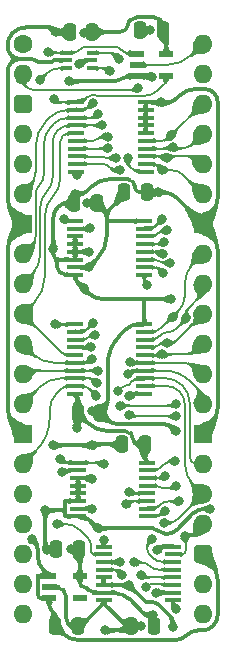
<source format=gtl>
%TF.GenerationSoftware,KiCad,Pcbnew,8.0.7*%
%TF.CreationDate,2025-01-16T19:57:48+02:00*%
%TF.ProjectId,Video Counter 12bit,56696465-6f20-4436-9f75-6e7465722031,rev?*%
%TF.SameCoordinates,Original*%
%TF.FileFunction,Copper,L1,Top*%
%TF.FilePolarity,Positive*%
%FSLAX46Y46*%
G04 Gerber Fmt 4.6, Leading zero omitted, Abs format (unit mm)*
G04 Created by KiCad (PCBNEW 8.0.7) date 2025-01-16 19:57:48*
%MOMM*%
%LPD*%
G01*
G04 APERTURE LIST*
G04 Aperture macros list*
%AMRoundRect*
0 Rectangle with rounded corners*
0 $1 Rounding radius*
0 $2 $3 $4 $5 $6 $7 $8 $9 X,Y pos of 4 corners*
0 Add a 4 corners polygon primitive as box body*
4,1,4,$2,$3,$4,$5,$6,$7,$8,$9,$2,$3,0*
0 Add four circle primitives for the rounded corners*
1,1,$1+$1,$2,$3*
1,1,$1+$1,$4,$5*
1,1,$1+$1,$6,$7*
1,1,$1+$1,$8,$9*
0 Add four rect primitives between the rounded corners*
20,1,$1+$1,$2,$3,$4,$5,0*
20,1,$1+$1,$4,$5,$6,$7,0*
20,1,$1+$1,$6,$7,$8,$9,0*
20,1,$1+$1,$8,$9,$2,$3,0*%
G04 Aperture macros list end*
%TA.AperFunction,SMDPad,CuDef*%
%ADD10RoundRect,0.250000X0.250000X0.475000X-0.250000X0.475000X-0.250000X-0.475000X0.250000X-0.475000X0*%
%TD*%
%TA.AperFunction,SMDPad,CuDef*%
%ADD11RoundRect,0.250000X-0.250000X-0.475000X0.250000X-0.475000X0.250000X0.475000X-0.250000X0.475000X0*%
%TD*%
%TA.AperFunction,SMDPad,CuDef*%
%ADD12R,1.250000X0.600000*%
%TD*%
%TA.AperFunction,SMDPad,CuDef*%
%ADD13R,1.450000X0.450000*%
%TD*%
%TA.AperFunction,SMDPad,CuDef*%
%ADD14R,1.150000X0.600000*%
%TD*%
%TA.AperFunction,SMDPad,CuDef*%
%ADD15R,0.875000X0.450000*%
%TD*%
%TA.AperFunction,SMDPad,CuDef*%
%ADD16R,1.475000X0.450000*%
%TD*%
%TA.AperFunction,ComponentPad*%
%ADD17O,1.600000X1.600000*%
%TD*%
%TA.AperFunction,ComponentPad*%
%ADD18R,1.600000X1.600000*%
%TD*%
%TA.AperFunction,ComponentPad*%
%ADD19RoundRect,0.400000X-0.400000X-0.400000X0.400000X-0.400000X0.400000X0.400000X-0.400000X0.400000X0*%
%TD*%
%TA.AperFunction,ComponentPad*%
%ADD20C,1.600000*%
%TD*%
%TA.AperFunction,ViaPad*%
%ADD21C,0.800000*%
%TD*%
%TA.AperFunction,Conductor*%
%ADD22C,0.380000*%
%TD*%
%TA.AperFunction,Conductor*%
%ADD23C,0.200000*%
%TD*%
G04 APERTURE END LIST*
D10*
%TO.P,C11,2*%
%TO.N,GND*%
X9956000Y1143000D03*
%TO.P,C11,1*%
%TO.N,/3.3V*%
X11856000Y1143000D03*
%TD*%
%TO.P,C5,2*%
%TO.N,GND*%
X9194000Y-49276000D03*
%TO.P,C5,1*%
%TO.N,/3.3V*%
X11094000Y-49276000D03*
%TD*%
D11*
%TO.P,C8,2*%
%TO.N,GND*%
X4649000Y-49276000D03*
%TO.P,C8,1*%
%TO.N,5V*%
X2749000Y-49276000D03*
%TD*%
%TO.P,C12,2*%
%TO.N,GND*%
X6554000Y-31242000D03*
%TO.P,C12,1*%
%TO.N,/3.3V*%
X4654000Y-31242000D03*
%TD*%
D12*
%TO.P,IC2,5,3V*%
%TO.N,/3.3V*%
X12172000Y-828000D03*
%TO.P,IC2,4,Y*%
%TO.N,/Clock Read Row Position*%
X12172000Y-2728000D03*
%TO.P,IC2,3,GND*%
%TO.N,GND*%
X9672000Y-2728000D03*
%TO.P,IC2,2,A*%
%TO.N,~{CLK}*%
X9672000Y-1778000D03*
%TO.P,IC2,1,B*%
%TO.N,Read Row Position Low*%
X9672000Y-828000D03*
%TD*%
D13*
%TO.P,IC3,16,3V*%
%TO.N,/3.3V*%
X10545000Y-35444000D03*
%TO.P,IC3,15,TC*%
%TO.N,TC_{4..7}*%
X10545000Y-36094000D03*
%TO.P,IC3,14,Q0*%
%TO.N,R4*%
X10545000Y-36744000D03*
%TO.P,IC3,13,Q1*%
%TO.N,R5*%
X10545000Y-37394000D03*
%TO.P,IC3,12,Q2*%
%TO.N,R6*%
X10545000Y-38044000D03*
%TO.P,IC3,11,Q3*%
%TO.N,R7*%
X10545000Y-38694000D03*
%TO.P,IC3,10,CET*%
%TO.N,TC_{0..3}*%
X10545000Y-39344000D03*
%TO.P,IC3,9,~{PE}*%
%TO.N,~{Load}*%
X10545000Y-39994000D03*
%TO.P,IC3,8,GND*%
%TO.N,GND*%
X4695000Y-39994000D03*
%TO.P,IC3,7,CEP*%
%TO.N,/3.3V*%
X4695000Y-39344000D03*
%TO.P,IC3,6,D3*%
%TO.N,GND*%
X4695000Y-38694000D03*
%TO.P,IC3,5,D2*%
X4695000Y-38044000D03*
%TO.P,IC3,4,D1*%
X4695000Y-37394000D03*
%TO.P,IC3,3,D0*%
X4695000Y-36744000D03*
%TO.P,IC3,2,CP*%
%TO.N,CLK*%
X4695000Y-36094000D03*
%TO.P,IC3,1,~{MR}*%
%TO.N,~{Reset}*%
X4695000Y-35444000D03*
%TD*%
D10*
%TO.P,C10,2*%
%TO.N,GND*%
X3987000Y1016000D03*
%TO.P,C10,1*%
%TO.N,/3.3V*%
X5887000Y1016000D03*
%TD*%
D13*
%TO.P,IC1,16,3V*%
%TO.N,/3.3V*%
X12704000Y-42556000D03*
%TO.P,IC1,15,TC*%
%TO.N,TC_{0..3}*%
X12704000Y-43206000D03*
%TO.P,IC1,14,Q0*%
%TO.N,R0*%
X12704000Y-43856000D03*
%TO.P,IC1,13,Q1*%
%TO.N,R1*%
X12704000Y-44506000D03*
%TO.P,IC1,12,Q2*%
%TO.N,R2*%
X12704000Y-45156000D03*
%TO.P,IC1,11,Q3*%
%TO.N,R3*%
X12704000Y-45806000D03*
%TO.P,IC1,10,CET*%
%TO.N,/3.3V*%
X12704000Y-46456000D03*
%TO.P,IC1,9,~{PE}*%
%TO.N,~{Load}*%
X12704000Y-47106000D03*
%TO.P,IC1,8,GND*%
%TO.N,GND*%
X6854000Y-47106000D03*
%TO.P,IC1,7,CEP*%
%TO.N,/3.3V*%
X6854000Y-46456000D03*
%TO.P,IC1,6,D3*%
%TO.N,GND*%
X6854000Y-45806000D03*
%TO.P,IC1,5,D2*%
X6854000Y-45156000D03*
%TO.P,IC1,4,D1*%
%TO.N,IR1*%
X6854000Y-44506000D03*
%TO.P,IC1,3,D0*%
%TO.N,IR0*%
X6854000Y-43856000D03*
%TO.P,IC1,2,CP*%
%TO.N,CLK*%
X6854000Y-43206000D03*
%TO.P,IC1,1,~{MR}*%
%TO.N,~{Reset}*%
X6854000Y-42556000D03*
%TD*%
D10*
%TO.P,C9,2*%
%TO.N,GND*%
X2844000Y-42799000D03*
%TO.P,C9,1*%
%TO.N,/3.3V*%
X4744000Y-42799000D03*
%TD*%
D13*
%TO.P,IC4,16,3V*%
%TO.N,/3.3V*%
X10291000Y-14997000D03*
%TO.P,IC4,15,TC*%
%TO.N,TC_{8..11}*%
X10291000Y-15647000D03*
%TO.P,IC4,14,Q0*%
%TO.N,R8*%
X10291000Y-16297000D03*
%TO.P,IC4,13,Q1*%
%TO.N,R9*%
X10291000Y-16947000D03*
%TO.P,IC4,12,Q2*%
%TO.N,R10*%
X10291000Y-17597000D03*
%TO.P,IC4,11,Q3*%
%TO.N,R11*%
X10291000Y-18247000D03*
%TO.P,IC4,10,CET*%
%TO.N,TC_{4..7}*%
X10291000Y-18897000D03*
%TO.P,IC4,9,~{PE}*%
%TO.N,~{Load}*%
X10291000Y-19547000D03*
%TO.P,IC4,8,GND*%
%TO.N,GND*%
X4441000Y-19547000D03*
%TO.P,IC4,7,CEP*%
%TO.N,/3.3V*%
X4441000Y-18897000D03*
%TO.P,IC4,6,D3*%
%TO.N,GND*%
X4441000Y-18247000D03*
%TO.P,IC4,5,D2*%
X4441000Y-17597000D03*
%TO.P,IC4,4,D1*%
X4441000Y-16947000D03*
%TO.P,IC4,3,D0*%
X4441000Y-16297000D03*
%TO.P,IC4,2,CP*%
%TO.N,CLK*%
X4441000Y-15647000D03*
%TO.P,IC4,1,~{MR}*%
%TO.N,~{Reset}*%
X4441000Y-14997000D03*
%TD*%
D14*
%TO.P,IC5,5,3.3VOut*%
%TO.N,/3.3V*%
X4856000Y-45024000D03*
%TO.P,IC5,4,ADJ*%
%TO.N,unconnected-(IC5-ADJ-Pad4)*%
X4856000Y-46924000D03*
%TO.P,IC5,3,EN*%
%TO.N,5V*%
X2256000Y-46924000D03*
%TO.P,IC5,2,GND*%
%TO.N,GND*%
X2256000Y-45974000D03*
%TO.P,IC5,1,6VIn*%
%TO.N,5V*%
X2256000Y-45024000D03*
%TD*%
D15*
%TO.P,IC9,6,1Y*%
%TO.N,/~{Read Row Position Low}*%
X5888000Y-747000D03*
%TO.P,IC9,5,3V*%
%TO.N,/3.3V*%
X5888000Y-1397000D03*
%TO.P,IC9,4,2Y*%
%TO.N,/~{Read Row Position High}*%
X5888000Y-2047000D03*
%TO.P,IC9,3,2A*%
%TO.N,Read Row Position High*%
X3764000Y-2047000D03*
%TO.P,IC9,2,GND*%
%TO.N,GND*%
X3764000Y-1397000D03*
%TO.P,IC9,1,1A*%
%TO.N,Read Row Position Low*%
X3764000Y-747000D03*
%TD*%
D16*
%TO.P,IC6,20,3V*%
%TO.N,/3.3V*%
X4428000Y-29595000D03*
%TO.P,IC6,19,Q0*%
%TO.N,D0*%
X4428000Y-28945000D03*
%TO.P,IC6,18,Q1*%
%TO.N,D1*%
X4428000Y-28295000D03*
%TO.P,IC6,17,Q2*%
%TO.N,D2*%
X4428000Y-27645000D03*
%TO.P,IC6,16,Q3*%
%TO.N,D3*%
X4428000Y-26995000D03*
%TO.P,IC6,15,Q4*%
%TO.N,D4*%
X4428000Y-26345000D03*
%TO.P,IC6,14,Q5*%
%TO.N,D5*%
X4428000Y-25695000D03*
%TO.P,IC6,13,Q6*%
%TO.N,D6*%
X4428000Y-25045000D03*
%TO.P,IC6,12,Q7*%
%TO.N,D7*%
X4428000Y-24395000D03*
%TO.P,IC6,11,CP*%
%TO.N,/Clock Read Row Position*%
X4428000Y-23745000D03*
%TO.P,IC6,10,GND*%
%TO.N,GND*%
X10304000Y-23745000D03*
%TO.P,IC6,9,D7*%
%TO.N,R7*%
X10304000Y-24395000D03*
%TO.P,IC6,8,D6*%
%TO.N,R6*%
X10304000Y-25045000D03*
%TO.P,IC6,7,D5*%
%TO.N,R5*%
X10304000Y-25695000D03*
%TO.P,IC6,6,D4*%
%TO.N,R4*%
X10304000Y-26345000D03*
%TO.P,IC6,5,D3*%
%TO.N,R3*%
X10304000Y-26995000D03*
%TO.P,IC6,4,D2*%
%TO.N,R2*%
X10304000Y-27645000D03*
%TO.P,IC6,3,D1*%
%TO.N,R1*%
X10304000Y-28295000D03*
%TO.P,IC6,2,D0*%
%TO.N,R0*%
X10304000Y-28945000D03*
%TO.P,IC6,1,~{OE}*%
%TO.N,/~{Read Row Position Low}*%
X10304000Y-29595000D03*
%TD*%
D11*
%TO.P,C13,2*%
%TO.N,GND*%
X10491000Y-12573000D03*
%TO.P,C13,1*%
%TO.N,/3.3V*%
X8591000Y-12573000D03*
%TD*%
D16*
%TO.P,IC7,20,3V*%
%TO.N,/3.3V*%
X4555000Y-10799000D03*
%TO.P,IC7,19,Q0*%
%TO.N,D0*%
X4555000Y-10149000D03*
%TO.P,IC7,18,Q1*%
%TO.N,D1*%
X4555000Y-9499000D03*
%TO.P,IC7,17,Q2*%
%TO.N,D2*%
X4555000Y-8849000D03*
%TO.P,IC7,16,Q3*%
%TO.N,D3*%
X4555000Y-8199000D03*
%TO.P,IC7,15,Q4*%
%TO.N,D4*%
X4555000Y-7549000D03*
%TO.P,IC7,14,Q5*%
%TO.N,D5*%
X4555000Y-6899000D03*
%TO.P,IC7,13,Q6*%
%TO.N,D6*%
X4555000Y-6249000D03*
%TO.P,IC7,12,Q7*%
%TO.N,D7*%
X4555000Y-5599000D03*
%TO.P,IC7,11,CP*%
%TO.N,/Clock Read Row Position*%
X4555000Y-4949000D03*
%TO.P,IC7,10,GND*%
%TO.N,GND*%
X10431000Y-4949000D03*
%TO.P,IC7,9,D7*%
X10431000Y-5599000D03*
%TO.P,IC7,8,D6*%
X10431000Y-6249000D03*
%TO.P,IC7,7,D5*%
X10431000Y-6899000D03*
%TO.P,IC7,6,D4*%
X10431000Y-7549000D03*
%TO.P,IC7,5,D3*%
%TO.N,R11*%
X10431000Y-8199000D03*
%TO.P,IC7,4,D2*%
%TO.N,R10*%
X10431000Y-8849000D03*
%TO.P,IC7,3,D1*%
%TO.N,R9*%
X10431000Y-9499000D03*
%TO.P,IC7,2,D0*%
%TO.N,R8*%
X10431000Y-10149000D03*
%TO.P,IC7,1,~{OE}*%
%TO.N,/~{Read Row Position High}*%
X10431000Y-10799000D03*
%TD*%
D17*
%TO.P,J3,40,Pin_40*%
%TO.N,~{CLK}*%
X15240000Y0D03*
%TO.P,J3,39,Pin_39*%
%TO.N,unconnected-(J3-Pin_39-Pad39)*%
X15240000Y-2540000D03*
%TO.P,J3,38,Pin_38*%
%TO.N,R11*%
X15240000Y-5080000D03*
%TO.P,J3,37,Pin_37*%
%TO.N,R10*%
X15240000Y-7620000D03*
%TO.P,J3,36,Pin_36*%
%TO.N,R9*%
X15240000Y-10160000D03*
%TO.P,J3,35,Pin_35*%
%TO.N,R8*%
X15240000Y-12700000D03*
D18*
%TO.P,J3,34,Pin_34*%
%TO.N,GND*%
X15240000Y-15240000D03*
D17*
%TO.P,J3,33,Pin_33*%
%TO.N,R7*%
X15240000Y-17780000D03*
%TO.P,J3,32,Pin_32*%
%TO.N,R6*%
X15240000Y-20320000D03*
%TO.P,J3,31,Pin_31*%
%TO.N,R5*%
X15240000Y-22860000D03*
%TO.P,J3,30,Pin_30*%
%TO.N,R4*%
X15240000Y-25400000D03*
%TO.P,J3,29,Pin_29*%
%TO.N,R3*%
X15240000Y-27940000D03*
%TO.P,J3,28,Pin_28*%
%TO.N,R2*%
X15240000Y-30480000D03*
D18*
%TO.P,J3,27,Pin_27*%
%TO.N,GND*%
X15240000Y-33020000D03*
D17*
%TO.P,J3,26,Pin_26*%
%TO.N,R1*%
X15240000Y-35560000D03*
%TO.P,J3,25,Pin_25*%
%TO.N,R0*%
X15240000Y-38100000D03*
%TO.P,J3,24,Pin_24*%
%TO.N,TC_{0..3}*%
X15240000Y-40640000D03*
D19*
%TO.P,J3,23,Pin_23*%
%TO.N,5V*%
X15240000Y-43180000D03*
D17*
%TO.P,J3,22,Pin_22*%
%TO.N,TC_{4..7}*%
X15240000Y-45720000D03*
%TO.P,J3,21,Pin_21*%
%TO.N,TC_{8..11}*%
X15240000Y-48260000D03*
%TO.P,J3,20,Pin_20*%
%TO.N,IR1*%
X0Y-48260000D03*
%TO.P,J3,19,Pin_19*%
%TO.N,IR0*%
X0Y-45720000D03*
%TO.P,J3,18,Pin_18*%
%TO.N,unconnected-(J3-Pin_18-Pad18)*%
X0Y-43180000D03*
%TO.P,J3,17,Pin_17*%
%TO.N,CLK*%
X0Y-40640000D03*
%TO.P,J3,16,Pin_16*%
%TO.N,unconnected-(J3-Pin_16-Pad16)*%
X0Y-38100000D03*
%TO.P,J3,15,Pin_15*%
%TO.N,D0*%
X0Y-35560000D03*
D18*
%TO.P,J3,14,Pin_14*%
%TO.N,GND*%
X0Y-33020000D03*
D17*
%TO.P,J3,13,Pin_13*%
%TO.N,D1*%
X0Y-30480000D03*
%TO.P,J3,12,Pin_12*%
%TO.N,D2*%
X0Y-27940000D03*
%TO.P,J3,11,Pin_11*%
%TO.N,D3*%
X0Y-25400000D03*
%TO.P,J3,10,Pin_10*%
%TO.N,D4*%
X0Y-22860000D03*
%TO.P,J3,9,Pin_9*%
%TO.N,D5*%
X0Y-20320000D03*
%TO.P,J3,8,Pin_8*%
%TO.N,D6*%
X0Y-17780000D03*
D18*
%TO.P,J3,7,Pin_7*%
%TO.N,GND*%
X0Y-15240000D03*
D17*
%TO.P,J3,6,Pin_6*%
%TO.N,D7*%
X0Y-12700000D03*
%TO.P,J3,5,Pin_5*%
%TO.N,Read Row Position Low*%
X0Y-10160000D03*
%TO.P,J3,4,Pin_4*%
%TO.N,Read Row Position High*%
X0Y-7620000D03*
D19*
%TO.P,J3,3,Pin_3*%
%TO.N,5V*%
X0Y-5080000D03*
D17*
%TO.P,J3,2,Pin_2*%
%TO.N,~{Load}*%
X0Y-2540000D03*
D20*
%TO.P,J3,1,Pin_1*%
%TO.N,~{Reset}*%
X0Y0D03*
%TD*%
D10*
%TO.P,C6,2*%
%TO.N,GND*%
X8432000Y-33909000D03*
%TO.P,C6,1*%
%TO.N,/3.3V*%
X10332000Y-33909000D03*
%TD*%
%TO.P,C7,2*%
%TO.N,GND*%
X4368000Y-13462000D03*
%TO.P,C7,1*%
%TO.N,/3.3V*%
X6268000Y-13462000D03*
%TD*%
D21*
%TO.N,GND*%
X2603922Y-17354206D03*
X12573000Y-21590000D03*
X11684001Y-4952999D03*
X2794000Y1016004D03*
X5207000Y-20701000D03*
X12700000Y-49403000D03*
X10922000Y-2794000D03*
X10756500Y1143000D03*
X4445000Y-12700000D03*
X5842000Y-31115000D03*
X9994500Y-49276000D03*
X12968000Y-32765018D03*
X6985000Y-49657002D03*
X6350000Y-41021000D03*
X2568830Y-33981120D03*
X3937000Y-3175000D03*
X1905000Y-39497000D03*
X2059982Y-42824452D03*
X5842000Y-36830000D03*
X11430000Y-12573000D03*
X9017000Y-45847000D03*
X5841999Y-33979638D03*
X5587992Y-17597000D03*
X15875000Y-39370000D03*
%TO.N,5V*%
X762000Y-41910000D03*
%TO.N,/3.3V*%
X4064000Y-42798988D03*
X4634000Y-11118209D03*
X11396108Y-42838736D03*
X4586933Y-32517976D03*
X5207000Y889000D03*
X11020376Y-48362716D03*
X11289961Y-46454000D03*
X4801002Y-1676036D03*
X5855616Y-39357126D03*
X5476365Y-13470865D03*
X5589529Y-18897000D03*
%TO.N,R1*%
X8049922Y-29398833D03*
X9445682Y-43894318D03*
%TO.N,IR0*%
X8220960Y-43858582D03*
%TO.N,R2*%
X8890000Y-27940000D03*
X10033001Y-44957998D03*
%TO.N,~{Load}*%
X12980285Y-47804055D03*
X10553000Y-20447000D03*
X9779000Y-3724224D03*
X12089480Y-39533018D03*
%TO.N,R3*%
X10423009Y-45955603D03*
X9085213Y-26956737D03*
%TO.N,IR1*%
X8406782Y-44958000D03*
%TO.N,R0*%
X10968034Y-41910000D03*
X11936718Y-40521284D03*
%TO.N,~{Reset}*%
X3474998Y-14859000D03*
X3175000Y-35155267D03*
X6854000Y-42037000D03*
X6880390Y-35563954D03*
%TO.N,TC_{0..3}*%
X13270000Y-38733637D03*
X13713208Y-41658792D03*
%TO.N,CLK*%
X3314919Y-36225147D03*
X5715000Y-15620994D03*
X2921006Y-40640000D03*
%TO.N,Read Row Position Low*%
X2187561Y-700000D03*
%TO.N,R5*%
X12254475Y-25311475D03*
X12989998Y-37388475D03*
%TO.N,TC_{4..7}*%
X11907117Y-19411795D03*
X12944321Y-35333999D03*
%TO.N,R6*%
X9003000Y-37938891D03*
X13874912Y-23228250D03*
X9003000Y-31374185D03*
X13004000Y-31513139D03*
%TO.N,R7*%
X12700000Y-23114000D03*
X13016000Y-30471997D03*
X8271915Y-30620514D03*
X8763000Y-38989000D03*
%TO.N,R4*%
X12065000Y-36576000D03*
X11816000Y-26289000D03*
%TO.N,R9*%
X11993139Y-16769038D03*
X12192000Y-9652000D03*
%TO.N,R11*%
X12473667Y-18543280D03*
X12573000Y-7747000D03*
%TO.N,TC_{8..11}*%
X11811000Y-14859000D03*
%TO.N,R10*%
X12700000Y-8763000D03*
X11853032Y-17759177D03*
%TO.N,R8*%
X12183017Y-15787228D03*
X11811000Y-10668000D03*
%TO.N,D7*%
X5927107Y-5019940D03*
X5969000Y-23622000D03*
%TO.N,D0*%
X6215480Y-29763594D03*
X8244939Y-10668000D03*
%TO.N,/Clock Read Row Position*%
X2627401Y-4648508D03*
X2775000Y-23745000D03*
%TO.N,D2*%
X6401893Y-27674457D03*
X7269977Y-8842673D03*
%TO.N,/~{Read Row Position High}*%
X7378000Y-2286000D03*
X8889984Y-9652000D03*
%TO.N,/~{Read Row Position Low}*%
X8125871Y-1241821D03*
X9049449Y-29804675D03*
%TO.N,D5*%
X6730996Y-6858000D03*
X5793000Y-25622751D03*
%TO.N,D1*%
X6256993Y-28714413D03*
X7874000Y-9651994D03*
%TO.N,D3*%
X7223271Y-7842419D03*
X5854000Y-26694149D03*
%TO.N,D6*%
X6387996Y-5907400D03*
X6104620Y-24620056D03*
%TO.N,Read Row Position High*%
X1478554Y-3028604D03*
%TD*%
D22*
%TO.N,/3.3V*%
X4064000Y-42798988D02*
X4064001Y-42798988D01*
X4064002Y-42798988D01*
X4064003Y-42798988D01*
X4064004Y-42798989D01*
X4064005Y-42798989D01*
X4064006Y-42798990D01*
X4064007Y-42798990D01*
X4064008Y-42798991D01*
X4064008Y-42798992D01*
X4064009Y-42798992D01*
X4064010Y-42798993D01*
X4064010Y-42798994D01*
X4064011Y-42798995D01*
X4064011Y-42798996D01*
X4064012Y-42798997D01*
X4064012Y-42798998D01*
X4064012Y-42798999D01*
X4064012Y-42799000D01*
X11643000Y2045000D02*
G75*
G02*
X11855989Y1530772I-514200J-514200D01*
G01*
X11643000Y2045000D02*
G75*
G03*
X11128772Y2257989I-514200J-514200D01*
G01*
X7112000Y-16297979D02*
G75*
G02*
X6350765Y-18135765I-2599020J-1D01*
G01*
X10332000Y-34249000D02*
G75*
G03*
X9992000Y-33909000I-340000J0D01*
G01*
X5423802Y-46063802D02*
G75*
G03*
X5207000Y-45973998I-216802J-216798D01*
G01*
X5575000Y-46215000D02*
G75*
G03*
X6156825Y-46455989I581800J581800D01*
G01*
X7117500Y-14991500D02*
G75*
G03*
X7130778Y-14997009I13300J13300D01*
G01*
X8699500Y1206500D02*
G75*
G02*
X8239592Y1016003I-459900J459900D01*
G01*
X9138012Y-32977988D02*
G75*
G03*
X8693825Y-32793989I-444212J-444212D01*
G01*
X8890000Y1587500D02*
G75*
G02*
X8755294Y1262298I-459900J0D01*
G01*
X5430000Y-32018000D02*
G75*
G03*
X7303429Y-32794000I1873430J1873430D01*
G01*
X5277346Y-1397000D02*
G75*
G03*
X4940506Y-1536504I-46J-476300D01*
G01*
X9024703Y1912703D02*
G75*
G03*
X8889998Y1587500I325197J-325203D01*
G01*
X4856000Y-45591608D02*
G75*
G03*
X4968002Y-45861998I382400J8D01*
G01*
X9058938Y-47031938D02*
G75*
G03*
X7668500Y-46456007I-1390438J-1390462D01*
G01*
X11057188Y-48399528D02*
G75*
G02*
X11093995Y-48488400I-88888J-88872D01*
G01*
X9322000Y-33370488D02*
G75*
G03*
X9469432Y-33726448I503400J-12D01*
G01*
X7112000Y-14646000D02*
G75*
G03*
X6871576Y-14065590I-820800J0D01*
G01*
X7352416Y-14065583D02*
G75*
G03*
X7111990Y-14646000I580384J-580417D01*
G01*
X6871583Y-14065583D02*
G75*
G03*
X7352416Y-14065584I240417J240419D01*
G01*
X12014000Y985000D02*
G75*
G02*
X12171981Y603554I-381400J-381400D01*
G01*
X11290961Y-46455000D02*
G75*
G03*
X11293375Y-46456022I2439J2400D01*
G01*
X11897546Y-42545000D02*
G75*
G03*
X11542961Y-42691853I-46J-501400D01*
G01*
X7117500Y-14991500D02*
G75*
G03*
X7111947Y-14993778I-2300J-2300D01*
G01*
X7112000Y-14978221D02*
G75*
G03*
X7117506Y-14991494I18800J21D01*
G01*
X9709411Y2258000D02*
G75*
G03*
X9129997Y2018003I-11J-819400D01*
G01*
X9174559Y-33014535D02*
G75*
G02*
X9322006Y-33370488I-355959J-355965D01*
G01*
X4990197Y-45884197D02*
G75*
G03*
X5207000Y-45974002I216803J216797D01*
G01*
X4541000Y-29708000D02*
G75*
G02*
X4653997Y-29980806I-272800J-272800D01*
G01*
X5491498Y-13462000D02*
G75*
G03*
X5480805Y-13466440I2J-15100D01*
G01*
X4654000Y-32403485D02*
G75*
G02*
X4620476Y-32484452I-114500J-15D01*
G01*
X9487000Y-33744000D02*
G75*
G03*
X9885345Y-33908952I398300J398400D01*
G01*
X10166744Y-48139744D02*
G75*
G03*
X10705046Y-48362671I538256J538344D01*
G01*
X10332000Y-35080386D02*
G75*
G03*
X10438496Y-35337504I363600J-14D01*
G01*
X4555000Y-10983347D02*
G75*
G03*
X4594516Y-11078693I134900J47D01*
G01*
X5423802Y1016000D02*
G75*
G03*
X5270499Y952501I-2J-216800D01*
G01*
X7112000Y-14993778D02*
X7112000Y-14978221D01*
D23*
%TO.N,Read Row Position High*%
X3112079Y-2047000D02*
G75*
G03*
X1999180Y-2507977I1J-1573880D01*
G01*
%TO.N,D6*%
X1100000Y-16285995D02*
G75*
G02*
X762000Y-17102000I-1154017J4D01*
G01*
X3852000Y-6249000D02*
G75*
G03*
X2651902Y-6746095I0J-1697200D01*
G01*
X5577971Y-24832527D02*
G75*
G02*
X5065019Y-25045019I-512971J512927D01*
G01*
X6217196Y-6078200D02*
G75*
G02*
X5804848Y-6249019I-412396J412400D01*
G01*
X1439000Y-11907631D02*
G75*
G03*
X1099997Y-12726049I818410J-818419D01*
G01*
X5947532Y-24620056D02*
G75*
G03*
X5679350Y-24731117I-32J-379244D01*
G01*
X1778000Y-11089212D02*
G75*
G02*
X1439001Y-11907632I-1157430J2D01*
G01*
X2463500Y-6934500D02*
G75*
G03*
X1777998Y-8589443I1654930J-1654940D01*
G01*
%TO.N,D3*%
X5703574Y-26844574D02*
G75*
G02*
X5340415Y-26995006I-363174J363174D01*
G01*
X797500Y-26197500D02*
G75*
G03*
X2722835Y-26995002I1925340J1925340D01*
G01*
X6401290Y-8020709D02*
G75*
G02*
X5970859Y-8198977I-430390J430409D01*
G01*
X6831721Y-7842419D02*
G75*
G03*
X6401288Y-8020707I-21J-608681D01*
G01*
%TO.N,D1*%
X3306500Y-28295000D02*
G75*
G03*
X1391988Y-29088029I0J-2707500D01*
G01*
X6962565Y-9595922D02*
G75*
G03*
X6827195Y-9539856I-135365J-135378D01*
G01*
X6047286Y-28504706D02*
G75*
G03*
X5541010Y-28294998I-506286J-506294D01*
G01*
X6962565Y-9595922D02*
G75*
G03*
X7097934Y-9651983I135335J135322D01*
G01*
%TO.N,D5*%
X5756875Y-25658875D02*
G75*
G02*
X5669663Y-25694984I-87175J87175D01*
G01*
X3971500Y-6899000D02*
G75*
G03*
X2975402Y-7311595I0J-1408700D01*
G01*
X6710496Y-6878500D02*
G75*
G02*
X6661004Y-6899001I-49496J49500D01*
G01*
X2964000Y-7323000D02*
G75*
G03*
X2540003Y-8346626I1023620J-1023620D01*
G01*
X2020000Y-12521500D02*
G75*
G03*
X1499996Y-13776891I1255400J-1255400D01*
G01*
X2540000Y-11266108D02*
G75*
G02*
X2020000Y-12521500I-1775399J2D01*
G01*
X1500000Y-17759339D02*
G75*
G02*
X750000Y-19570000I-2560669J3D01*
G01*
%TO.N,/~{Read Row Position Low}*%
X9407386Y-29595000D02*
G75*
G03*
X9154301Y-29699852I14J-357900D01*
G01*
X7878460Y-994410D02*
G75*
G03*
X7281158Y-747026I-597260J-597290D01*
G01*
%TO.N,/~{Read Row Position High}*%
X9191742Y-10497242D02*
G75*
G03*
X9920250Y-10799025I728558J728542D01*
G01*
X8889984Y-9923742D02*
G75*
G03*
X9082134Y-10387634I656046J2D01*
G01*
X7258500Y-2166500D02*
G75*
G03*
X6970001Y-2046999I-288500J-288500D01*
G01*
%TO.N,D2*%
X7266813Y-8845836D02*
G75*
G02*
X7259176Y-8848983I-7613J7636D01*
G01*
X6387164Y-27659728D02*
G75*
G03*
X6351606Y-27644999I-35564J-35572D01*
G01*
%TO.N,/Clock Read Row Position*%
X5244701Y-4707124D02*
G75*
G03*
X5221853Y-4762327I55199J-55176D01*
G01*
X6263928Y-4372082D02*
G75*
G03*
X6389809Y-4424217I125872J125882D01*
G01*
X2777647Y-4798754D02*
G75*
G03*
X3140372Y-4949011I362753J362754D01*
G01*
X11573887Y-3826111D02*
G75*
G02*
X10129917Y-4424223I-1443987J1444011D01*
G01*
X5921835Y-4319940D02*
G75*
G03*
X5426852Y-4524956I-35J-699960D01*
G01*
X5221836Y-4762327D02*
G75*
G02*
X5198950Y-4817509I-78036J27D01*
G01*
X12172000Y-2978000D02*
G75*
G02*
X11995233Y-3404786I-603600J0D01*
G01*
X6263928Y-4372082D02*
G75*
G03*
X6138046Y-4319918I-125928J-125918D01*
G01*
%TO.N,D0*%
X2286000Y-31711750D02*
G75*
G02*
X1181322Y-34378677I-3771612J4D01*
G01*
X5739438Y-29287552D02*
G75*
G03*
X4912443Y-28944998I-826998J-826998D01*
G01*
X2888249Y-29547249D02*
G75*
G03*
X2286003Y-31001210I1453951J-1453951D01*
G01*
X7347980Y-10408500D02*
G75*
G03*
X6721491Y-10149009I-626480J-626500D01*
G01*
X7382104Y-10442624D02*
G75*
G03*
X7926209Y-10667988I544096J544124D01*
G01*
X3959250Y-28945000D02*
G75*
G03*
X3159044Y-29276457I0J-1131660D01*
G01*
%TO.N,D4*%
X2537500Y-12956500D02*
G75*
G03*
X1899998Y-14495561I1539050J-1539060D01*
G01*
X3930394Y-7549000D02*
G75*
G03*
X3396252Y-7770252I6J-755400D01*
G01*
X3175000Y-11417438D02*
G75*
G02*
X2537500Y-12956500I-2176566J1D01*
G01*
X3151599Y-26011599D02*
G75*
G03*
X3956500Y-26345000I804901J804899D01*
G01*
X3396250Y-7770250D02*
G75*
G03*
X3174998Y-8304394I534150J-534150D01*
G01*
X1900000Y-19616497D02*
G75*
G02*
X950000Y-21910000I-3243508J2D01*
G01*
%TO.N,D7*%
X1100000Y-10822182D02*
G75*
G02*
X550000Y-12150000I-1877826J3D01*
G01*
X3732500Y-5599000D02*
G75*
G03*
X2328403Y-6180594I0J-1985700D01*
G01*
X5467529Y-24123470D02*
G75*
G02*
X4812000Y-24394987I-655529J655570D01*
G01*
X2005000Y-6504000D02*
G75*
G03*
X1099998Y-8688863I2184850J-2184860D01*
G01*
X5628431Y-5318615D02*
G75*
G02*
X4951523Y-5599014I-676931J676915D01*
G01*
%TO.N,R8*%
X11551500Y-10408500D02*
G75*
G03*
X10925011Y-10148995I-626500J-626500D01*
G01*
X13701914Y-11161914D02*
G75*
G03*
X12509500Y-10667992I-1192414J-1192386D01*
G01*
X11477838Y-16042113D02*
G75*
G02*
X10862489Y-16297002I-615338J615313D01*
G01*
X11957871Y-15787228D02*
G75*
G03*
X11573533Y-15946441I29J-543572D01*
G01*
%TO.N,R10*%
X12657000Y-8806000D02*
G75*
G02*
X12553188Y-8848995I-103800J103800D01*
G01*
X11771943Y-17678088D02*
G75*
G03*
X11576178Y-17597029I-195743J-195812D01*
G01*
X14444102Y-8415897D02*
G75*
G02*
X13398500Y-8849001I-1045602J1045597D01*
G01*
X12743000Y-8806000D02*
G75*
G03*
X12846811Y-8848995I103800J103800D01*
G01*
%TO.N,TC_{8..11}*%
X11281801Y-15388198D02*
G75*
G02*
X10657000Y-15647000I-624801J624798D01*
G01*
%TO.N,R11*%
X12431615Y-18501228D02*
G75*
G03*
X12330094Y-18459167I-101515J-101472D01*
G01*
X11456993Y-18353088D02*
G75*
G03*
X11713113Y-18459177I256107J256088D01*
G01*
X12347000Y-7973000D02*
G75*
G02*
X11801387Y-8198995I-545600J545600D01*
G01*
X11456993Y-18353088D02*
G75*
G03*
X11200873Y-18247016I-256093J-256112D01*
G01*
%TO.N,R9*%
X14909500Y-9829500D02*
G75*
G03*
X14111602Y-9498999I-797900J-797900D01*
G01*
X12115500Y-9575500D02*
G75*
G03*
X11930812Y-9498995I-184700J-184700D01*
G01*
X12453187Y-9499000D02*
G75*
G03*
X12268504Y-9575504I13J-261200D01*
G01*
X11904158Y-16858019D02*
G75*
G02*
X11689338Y-16947028I-214858J214819D01*
G01*
%TO.N,R4*%
X14795500Y-25844500D02*
G75*
G02*
X13722382Y-26288993I-1073100J1073100D01*
G01*
X11788000Y-26317000D02*
G75*
G02*
X11720402Y-26345001I-67600J67600D01*
G01*
X11981000Y-36660000D02*
G75*
G02*
X11778206Y-36744003I-202800J202800D01*
G01*
%TO.N,R7*%
X12668278Y-23114000D02*
G75*
G03*
X12614134Y-23136438I22J-76600D01*
G01*
X9266596Y-38694000D02*
G75*
G03*
X8910501Y-38841501I4J-503600D01*
G01*
X11727338Y-24023218D02*
G75*
G02*
X10829778Y-24394996I-897538J897518D01*
G01*
X14478000Y-18542000D02*
G75*
G03*
X13716013Y-20381630I1839600J-1839600D01*
G01*
X13716000Y-21379579D02*
G75*
G02*
X13208000Y-22606000I-1734420J-1D01*
G01*
X12941741Y-30546255D02*
G75*
G02*
X12762465Y-30620495I-179241J179255D01*
G01*
%TO.N,R6*%
X14130699Y-22248985D02*
G75*
G03*
X13874912Y-22866511I617501J-617515D01*
G01*
X12997379Y-24105782D02*
G75*
G02*
X12325702Y-24384000I-671679J671682D01*
G01*
X11601742Y-24714499D02*
G75*
G02*
X10803845Y-25045030I-797942J797899D01*
G01*
X9055554Y-37991445D02*
G75*
G03*
X9182432Y-38043987I126846J126845D01*
G01*
X9072477Y-31443662D02*
G75*
G03*
X9240209Y-31513124I167723J167762D01*
G01*
X15240000Y-20729842D02*
G75*
G02*
X14950187Y-21429477I-989500J42D01*
G01*
X12325702Y-24384000D02*
G75*
G03*
X11654023Y-24662215I-2J-949900D01*
G01*
%TO.N,TC_{4..7}*%
X11819152Y-35761186D02*
G75*
G02*
X11015669Y-36093977I-803452J803486D01*
G01*
X12595330Y-35333999D02*
G75*
G03*
X11999559Y-35580765I-30J-842501D01*
G01*
X11649719Y-19154397D02*
G75*
G03*
X11028306Y-18896992I-621419J-621403D01*
G01*
%TO.N,R5*%
X11569000Y-37493000D02*
G75*
G03*
X11329992Y-37394003I-239000J-239000D01*
G01*
X11962890Y-25311475D02*
G75*
G03*
X11499938Y-25503241I10J-654725D01*
G01*
X12994158Y-25118266D02*
G75*
G02*
X12527712Y-25311477I-466458J466466D01*
G01*
X11569000Y-37493000D02*
G75*
G03*
X11808007Y-37591997I239000J239000D01*
G01*
X11499934Y-25503237D02*
G75*
G02*
X11036978Y-25694990I-462934J462937D01*
G01*
X12888235Y-37490237D02*
G75*
G02*
X12642559Y-37591982I-245635J245637D01*
G01*
%TO.N,Read Row Position Low*%
X4817500Y-484500D02*
G75*
G02*
X4183768Y-746997I-633730J633740D01*
G01*
X2211061Y-723500D02*
G75*
G03*
X2267795Y-747013I56739J56700D01*
G01*
X5451231Y-222000D02*
G75*
G03*
X4817491Y-484491I-31J-896200D01*
G01*
X8399000Y-525000D02*
G75*
G03*
X7667493Y-222003I-731500J-731500D01*
G01*
X8399000Y-525000D02*
G75*
G03*
X9130506Y-827997I731500J731500D01*
G01*
%TO.N,~{CLK}*%
X14351000Y-889000D02*
G75*
G02*
X12204764Y-1778002I-2146240J2146240D01*
G01*
%TO.N,CLK*%
X5879000Y-43156000D02*
G75*
G03*
X5999710Y-43205996I120700J120700D01*
G01*
X5829000Y-43035289D02*
G75*
G03*
X5878997Y-43156003I170700J-11D01*
G01*
X5482935Y-41781118D02*
G75*
G02*
X5829017Y-42616591I-835435J-835482D01*
G01*
X4844149Y-41142332D02*
G75*
G03*
X3631411Y-40639996I-1212739J-1212728D01*
G01*
X5701997Y-15633997D02*
G75*
G02*
X5670604Y-15647002I-31397J31397D01*
G01*
X3538800Y-36094000D02*
G75*
G03*
X3380488Y-36159569I0J-223900D01*
G01*
%TO.N,TC_{0..3}*%
X13843000Y-42840679D02*
G75*
G02*
X13736006Y-43099006I-365300J-21D01*
G01*
X13736000Y-43099000D02*
G75*
G02*
X13477679Y-43205991I-258300J258300D01*
G01*
X11550880Y-39081259D02*
G75*
G02*
X10916570Y-39343963I-634280J634359D01*
G01*
X12330095Y-38733637D02*
G75*
G03*
X11593323Y-39038819I5J-1041963D01*
G01*
X13778104Y-41723688D02*
G75*
G02*
X13843019Y-41880360I-156704J-156712D01*
G01*
X14400813Y-41479186D02*
G75*
G02*
X13967208Y-41658802I-433613J433586D01*
G01*
%TO.N,~{Reset}*%
X3543998Y-14928000D02*
G75*
G03*
X3710578Y-14997009I166602J166600D01*
G01*
X3319366Y-35299633D02*
G75*
G03*
X3667898Y-35444001I348534J348533D01*
G01*
X6820413Y-35503977D02*
G75*
G03*
X6675615Y-35443996I-144813J-144823D01*
G01*
%TO.N,R0*%
X13277999Y-29406999D02*
G75*
G03*
X12162634Y-28944986I-1115399J-1115401D01*
G01*
X10541000Y-42695017D02*
G75*
G03*
X10794150Y-43306114I864200J17D01*
G01*
X10754517Y-42123517D02*
G75*
G03*
X10540997Y-42638992I515483J-515483D01*
G01*
X10942500Y-43454500D02*
G75*
G03*
X11911806Y-43855997I969300J969300D01*
G01*
X13156316Y-40202720D02*
G75*
G02*
X12387235Y-40521297I-769116J769120D01*
G01*
X13739998Y-35539336D02*
G75*
G03*
X14489998Y-37350000I2560662J-4D01*
G01*
X13277999Y-29406999D02*
G75*
G02*
X13740014Y-30522363I-1115399J-1115401D01*
G01*
%TO.N,IR1*%
X8180782Y-44732000D02*
G75*
G03*
X7635169Y-44506018I-545582J-545600D01*
G01*
%TO.N,R3*%
X14767500Y-27467500D02*
G75*
G03*
X13626784Y-26995007I-1140700J-1140700D01*
G01*
X9104344Y-26975868D02*
G75*
G03*
X9150532Y-26994983I46156J46168D01*
G01*
X10767166Y-45754000D02*
G75*
G03*
X10523818Y-45854809I34J-344200D01*
G01*
%TO.N,~{Load}*%
X12704000Y-47332407D02*
G75*
G03*
X12842155Y-47665899I471600J7D01*
G01*
X0Y-2921000D02*
G75*
G03*
X269408Y-3571406I919810J0D01*
G01*
X9692112Y-3811112D02*
G75*
G02*
X9482345Y-3898019I-209812J209812D01*
G01*
X298000Y-3600000D02*
G75*
G03*
X1017435Y-3898002I719440J719440D01*
G01*
X11700490Y-39763508D02*
G75*
G02*
X11144036Y-39994038I-556490J556408D01*
G01*
X12010231Y-39533018D02*
G75*
G03*
X11874938Y-39589049I-31J-191282D01*
G01*
X10287000Y-19992909D02*
G75*
G03*
X10420003Y-20313997I454100J9D01*
G01*
%TO.N,R2*%
X14925691Y-29276691D02*
G75*
G02*
X15240005Y-30035500I-758791J-758809D01*
G01*
X9575096Y-27645000D02*
G75*
G03*
X9219001Y-27792501I4J-503600D01*
G01*
X10132002Y-45056999D02*
G75*
G03*
X10371011Y-45155995I238998J238999D01*
G01*
X9135669Y-27875830D02*
G75*
G02*
X8980750Y-27940032I-154969J154930D01*
G01*
X14267000Y-28618000D02*
G75*
G03*
X11917970Y-27645000I-2349030J-2349030D01*
G01*
%TO.N,IR0*%
X8219669Y-43857291D02*
G75*
G03*
X8216552Y-43856032I-3069J-3109D01*
G01*
%TO.N,R1*%
X10767523Y-44200159D02*
G75*
G03*
X11505888Y-44506010I738377J738359D01*
G01*
X9914475Y-28295000D02*
G75*
G03*
X9249526Y-28570448I25J-940400D01*
G01*
X14309000Y-35391000D02*
G75*
G03*
X14717002Y-35559999I408000J408000D01*
G01*
X8667616Y-28966736D02*
G75*
G03*
X8350775Y-29097967I-16J-448064D01*
G01*
X13534000Y-28901000D02*
G75*
G03*
X12070986Y-28295006I-1463000J-1463000D01*
G01*
X10767523Y-44200159D02*
G75*
G03*
X10029157Y-43894341I-738323J-738341D01*
G01*
X14140000Y-34982997D02*
G75*
G03*
X14308999Y-35391001I577000J-3D01*
G01*
X13534000Y-28901000D02*
G75*
G02*
X14139994Y-30364013I-1463000J-1463000D01*
G01*
X8984451Y-28835498D02*
G75*
G02*
X8667616Y-28966758I-316851J316798D01*
G01*
D22*
%TO.N,5V*%
X1270000Y-43340792D02*
G75*
G03*
X1763000Y-44531000I1683203J-3D01*
G01*
X14845714Y-49657000D02*
G75*
G03*
X13867276Y-50062276I-14J-1383700D01*
G01*
X1291000Y-46638913D02*
G75*
G03*
X1374498Y-46840502I285080J-7D01*
G01*
X2749000Y-48777250D02*
G75*
G03*
X3101671Y-49628667I1204080J0D01*
G01*
X16510000Y-48356184D02*
G75*
G02*
X16129005Y-49276005I-1300800J-16D01*
G01*
X15875000Y-43815000D02*
G75*
G02*
X16509989Y-45348025I-1533000J-1533000D01*
G01*
X13867280Y-50062280D02*
G75*
G02*
X12888846Y-50467580I-978480J978480D01*
G01*
X16129000Y-49276000D02*
G75*
G02*
X15209184Y-49656994I-919800J919800D01*
G01*
X3344780Y-49871780D02*
G75*
G03*
X4783121Y-50467560I1438340J1438340D01*
G01*
X1016000Y-42164000D02*
G75*
G02*
X1269997Y-42777210I-613220J-613210D01*
G01*
X1308071Y-45024000D02*
G75*
G03*
X1296008Y-45029008I29J-17100D01*
G01*
X1296000Y-45029000D02*
G75*
G03*
X1290988Y-45041071I12100J-12100D01*
G01*
X1374500Y-46840500D02*
G75*
G03*
X1576086Y-46924005I201600J201600D01*
G01*
X2502500Y-48032000D02*
G75*
G02*
X2748998Y-48627103I-595100J-595100D01*
G01*
X2256000Y-47436896D02*
G75*
G03*
X2502499Y-48032001I841600J-4D01*
G01*
%TO.N,GND*%
X5799000Y-36787000D02*
G75*
G03*
X5695188Y-36744005I-103800J-103800D01*
G01*
X15875000Y-15875000D02*
G75*
G02*
X16509989Y-17408025I-1533000J-1533000D01*
G01*
X9312500Y-11626500D02*
G75*
G02*
X9481002Y-12033294I-406800J-406800D01*
G01*
X3108000Y-19319000D02*
G75*
G03*
X3658440Y-19546997I550440J550450D01*
G01*
X10295500Y-21598500D02*
G75*
G02*
X10303991Y-21619020I-20500J-20500D01*
G01*
X1905000Y-42559881D02*
G75*
G03*
X1982476Y-42746976I264600J-19D01*
G01*
X11541455Y-41243250D02*
G75*
G03*
X11004896Y-41021000I-536555J-536550D01*
G01*
X12692491Y-32489509D02*
G75*
G03*
X12027353Y-32214019I-665091J-665091D01*
G01*
X2673550Y-1397000D02*
G75*
G03*
X2561277Y-1443487I-50J-158700D01*
G01*
X-634999Y-15875000D02*
G75*
G03*
X-1270001Y-17408025I1533029J-1533030D01*
G01*
X-956489Y-1583510D02*
G75*
G03*
X-1270000Y-2340391I756881J-756882D01*
G01*
X15875000Y-14605000D02*
G75*
G03*
X15875000Y-15875000I635000J-635000D01*
G01*
X14605000Y-14605000D02*
G75*
G03*
X15875000Y-14605000I635000J635002D01*
G01*
X8996500Y-45826500D02*
G75*
G03*
X8947008Y-45805996I-49500J-49500D01*
G01*
X11682001Y-4950999D02*
G75*
G03*
X11677174Y-4949010I-4801J-4801D01*
G01*
X3839609Y-13462000D02*
G75*
G03*
X2965839Y-13823917I-9J-1235700D01*
G01*
X14651222Y-3810000D02*
G75*
G03*
X13271494Y-4381493I-22J-1951200D01*
G01*
X4441000Y-19741000D02*
G75*
G03*
X4247000Y-19547000I-194000J0D01*
G01*
X9745250Y-23745000D02*
G75*
G03*
X8791388Y-24140079I-50J-1348900D01*
G01*
X6854000Y-47211500D02*
G75*
G03*
X6928599Y-47391599I254700J0D01*
G01*
X3614041Y-38694000D02*
G75*
G03*
X3572988Y-38710988I-41J-58000D01*
G01*
X-635000Y-14605000D02*
G75*
G02*
X-634998Y-15875000I-635000J-635001D01*
G01*
X16510000Y-13071974D02*
G75*
G02*
X15875001Y-14605001I-2168040J4D01*
G01*
X6854000Y-47215500D02*
G75*
G02*
X6776581Y-47402438I-264400J0D01*
G01*
X8198211Y-24733289D02*
G75*
G03*
X7209928Y-27119229I2385889J-2385911D01*
G01*
X7209922Y-30122271D02*
G75*
G02*
X6881963Y-30914041I-1119742J1D01*
G01*
X4441000Y-19741000D02*
G75*
G03*
X4578169Y-20072187I468400J0D01*
G01*
X10369098Y-47199098D02*
G75*
G03*
X10477500Y-47244001I108402J108398D01*
G01*
X-956489Y-1583510D02*
G75*
G03*
X-956489Y-956490I-313508J313510D01*
G01*
X-199608Y-1270000D02*
G75*
G03*
X-956489Y-1583510I-3J-1070386D01*
G01*
X-956489Y-956489D02*
G75*
G03*
X-199608Y-1270000I756882J756881D01*
G01*
X13073782Y-41123302D02*
G75*
G02*
X12247645Y-41465541I-826182J826102D01*
G01*
X16192500Y-4127500D02*
G75*
G02*
X16509995Y-4894012I-766500J-766500D01*
G01*
X-863067Y914932D02*
G75*
G03*
X-1269998Y-67489I982427J-982422D01*
G01*
X2603922Y-17775705D02*
G75*
G03*
X2741967Y-18108955I471278J5D01*
G01*
X2965846Y-13823924D02*
G75*
G03*
X2603910Y-14697687I873754J-873776D01*
G01*
X7327226Y-11458000D02*
G75*
G03*
X5827998Y-12078998I-6J-2120220D01*
G01*
X3683000Y-48625592D02*
G75*
G03*
X3873498Y-49085502I650400J-8D01*
G01*
X10889000Y-2761000D02*
G75*
G03*
X10809330Y-2727987I-79700J-79700D01*
G01*
X12430592Y-48371592D02*
G75*
G02*
X12700005Y-49022000I-650392J-650408D01*
G01*
X8891076Y-2728000D02*
G75*
G03*
X8351507Y-2951507I24J-763100D01*
G01*
X3556000Y-39893280D02*
G75*
G03*
X3585494Y-39964506I100700J-20D01*
G01*
X16510000Y-30851974D02*
G75*
G02*
X15875001Y-32385001I-2168040J4D01*
G01*
X15351042Y-39370000D02*
G75*
G03*
X14456580Y-39740482I-42J-1264900D01*
G01*
X247617Y1397000D02*
G75*
G03*
X-825499Y952499I3J-1517620D01*
G01*
X10295500Y-21598500D02*
G75*
G03*
X10274979Y-21590009I-20500J-20500D01*
G01*
X10299020Y-21590000D02*
G75*
G03*
X10295464Y-21598536I-20J-5000D01*
G01*
X16192500Y-4127500D02*
G75*
G03*
X15425987Y-3810005I-766500J-766500D01*
G01*
X2103431Y-42799000D02*
G75*
G03*
X2072703Y-42811721I-31J-43400D01*
G01*
X2603502Y1206502D02*
G75*
G03*
X2143599Y1397000I-459902J-459902D01*
G01*
X-1270000Y-30851974D02*
G75*
G03*
X-635001Y-32385001I2168040J4D01*
G01*
X12977111Y-12977111D02*
G75*
G03*
X12001500Y-12572993I-975611J-975589D01*
G01*
X3447000Y-46210000D02*
G75*
G03*
X2877245Y-45974002I-569750J-569750D01*
G01*
X11572407Y-47513407D02*
G75*
G03*
X10922000Y-47243995I-650407J-650393D01*
G01*
X-1270000Y-13071974D02*
G75*
G03*
X-635001Y-14605001I2168040J4D01*
G01*
X3585500Y-39964500D02*
G75*
G03*
X3656719Y-39993992I71200J71200D01*
G01*
X3337000Y-39497000D02*
G75*
G03*
X3556000Y-39278000I0J219000D01*
G01*
X3556000Y-39716000D02*
G75*
G03*
X3337000Y-39497000I-219000J0D01*
G01*
X1033000Y-1380000D02*
G75*
G03*
X1298563Y-1490003I265570J265570D01*
G01*
X5905500Y-31178500D02*
G75*
G03*
X6058802Y-31241999I153300J153300D01*
G01*
X2561290Y-1443500D02*
G75*
G02*
X2449029Y-1490009I-112290J112300D01*
G01*
X5962585Y-33909000D02*
G75*
G03*
X5877322Y-33944323I15J-120600D01*
G01*
X5841258Y-33980379D02*
G75*
G02*
X5839469Y-33981101I-1758J1779D01*
G01*
X9630000Y-12424000D02*
G75*
G03*
X9989717Y-12572993I359700J359700D01*
G01*
X9481000Y-12064282D02*
G75*
G03*
X9629995Y-12424005I508700J-18D01*
G01*
X5545031Y-40216031D02*
G75*
G03*
X5009000Y-39994011I-536031J-536069D01*
G01*
X8678296Y-49141296D02*
G75*
G03*
X9003500Y-49276002I325204J325196D01*
G01*
X2880000Y-18768559D02*
G75*
G03*
X3108000Y-19319000I778440J-1D01*
G01*
X3447000Y-46210000D02*
G75*
G02*
X3683002Y-46779754I-569760J-569760D01*
G01*
X3573000Y-38711000D02*
G75*
G03*
X3556017Y-38752041I41000J-41000D01*
G01*
X5651500Y-21145500D02*
G75*
G03*
X6724617Y-21589993I1073100J1073100D01*
G01*
X3873500Y-49085500D02*
G75*
G03*
X4333407Y-49275997I459900J459900D01*
G01*
X11541455Y-41243250D02*
G75*
G03*
X12078013Y-41465493I536545J536550D01*
G01*
X13059211Y-4593788D02*
G75*
G02*
X12192001Y-4953005I-867211J867188D01*
G01*
X-1270000Y-199608D02*
G75*
G03*
X-956489Y-956489I1070392J1D01*
G01*
X2880000Y-18442216D02*
G75*
G03*
X2741960Y-18108962I-471300J-4D01*
G01*
X3075216Y-18247000D02*
G75*
G03*
X2880000Y-18442216I-16J-195200D01*
G01*
X2741961Y-18108961D02*
G75*
G03*
X3075216Y-18246987I333239J333261D01*
G01*
X7040000Y-31728000D02*
G75*
G03*
X8213307Y-32213997I1173300J1173300D01*
G01*
X9003499Y-49466501D02*
G75*
G02*
X8543588Y-49656997I-459899J459901D01*
G01*
X9312500Y-11626500D02*
G75*
G03*
X8905705Y-11457998I-406800J-406800D01*
G01*
X8351500Y-2951500D02*
G75*
G02*
X7811923Y-3175010I-539600J539600D01*
G01*
X5476407Y-12430592D02*
G75*
G02*
X4826000Y-12700004I-650407J650392D01*
G01*
X1033000Y-1380000D02*
G75*
G03*
X767436Y-1270001I-265560J-265560D01*
G01*
X10604500Y-47244000D02*
X10477500Y-47244000D01*
X15875000Y-15875000D02*
X14605000Y-14605000D01*
X10274979Y-21590000D02*
X10299020Y-21590000D01*
X3556000Y-39278000D02*
X3556000Y-39716000D01*
D23*
%TO.N,Read Row Position Low*%
X4183768Y-747000D02*
X3764000Y-747000D01*
X5451231Y-222000D02*
X7667493Y-222000D01*
D22*
%TO.N,/3.3V*%
X8239592Y1016000D02*
X6163500Y1016000D01*
X9024703Y1912703D02*
X9130000Y2018000D01*
X8699500Y1206500D02*
X8755296Y1262296D01*
X11128772Y2258000D02*
X9709411Y2258000D01*
X4968000Y-45862000D02*
X4990197Y-45884197D01*
X5423802Y-46063802D02*
X5575000Y-46215000D01*
X6335000Y-46456000D02*
X6156825Y-46456000D01*
X4856000Y-45591608D02*
X4856000Y-45024000D01*
D23*
%TO.N,TC_{4..7}*%
X12944321Y-35333999D02*
X12595330Y-35333999D01*
X11819152Y-35761186D02*
X11999566Y-35580772D01*
%TO.N,R4*%
X12065000Y-36576000D02*
X11981000Y-36660000D01*
X11778206Y-36744000D02*
X10545000Y-36744000D01*
%TO.N,~{Load}*%
X269407Y-3571407D02*
X298000Y-3600000D01*
X9482345Y-3898000D02*
X1017435Y-3898000D01*
X9779000Y-3724224D02*
X9692112Y-3811112D01*
%TO.N,R0*%
X14489999Y-37349999D02*
X15240000Y-38100000D01*
X13739998Y-35539336D02*
X13739998Y-30522363D01*
X12162634Y-28945000D02*
X10304000Y-28945000D01*
%TO.N,D3*%
X7223271Y-7842419D02*
X6831721Y-7842419D01*
X5970859Y-8199000D02*
X4555000Y-8199000D01*
%TO.N,D5*%
X6710496Y-6878500D02*
X6730996Y-6858000D01*
X6661004Y-6899000D02*
X4555000Y-6899000D01*
%TO.N,D1*%
X7874000Y-9651994D02*
X7097934Y-9651994D01*
%TO.N,D2*%
X7259176Y-8849000D02*
X4555000Y-8849000D01*
%TO.N,D1*%
X6827195Y-9539850D02*
X4595850Y-9539850D01*
%TO.N,D2*%
X7266813Y-8845836D02*
X7269977Y-8842673D01*
D22*
%TO.N,GND*%
X4445000Y-12700000D02*
X4826000Y-12700000D01*
X5827999Y-12078999D02*
X5476407Y-12430592D01*
X9481000Y-12033294D02*
X9481000Y-12064282D01*
X7327226Y-11458000D02*
X8905705Y-11458000D01*
X10491000Y-12573000D02*
X9989717Y-12573000D01*
X10491000Y-12573000D02*
X11430000Y-12573000D01*
X11430000Y-12573000D02*
X12001500Y-12573000D01*
%TO.N,/3.3V*%
X7352416Y-14065583D02*
X8591000Y-12827000D01*
%TO.N,GND*%
X2880000Y-18768559D02*
X2880000Y-18442216D01*
X3658440Y-19547000D02*
X4247000Y-19547000D01*
X2603922Y-17354206D02*
X2603922Y-17775705D01*
X4441000Y-18247000D02*
X3075216Y-18247000D01*
X2603922Y-17354206D02*
X2603922Y-14697687D01*
X3839609Y-13462000D02*
X4368000Y-13462000D01*
D23*
%TO.N,D6*%
X762000Y-17102000D02*
X424000Y-17440000D01*
X2651903Y-6746096D02*
X2463500Y-6934500D01*
X3852000Y-6249000D02*
X4555000Y-6249000D01*
%TO.N,D4*%
X1900000Y-14495561D02*
X1900000Y-19616497D01*
X3175000Y-11417438D02*
X3175000Y-8304394D01*
%TO.N,D5*%
X750000Y-19570000D02*
X0Y-20320000D01*
%TO.N,D4*%
X0Y-22860000D02*
X950000Y-21910000D01*
%TO.N,D5*%
X2975403Y-7311596D02*
X2964000Y-7323000D01*
%TO.N,D6*%
X1778000Y-11089212D02*
X1778000Y-8589443D01*
X1100000Y-16285995D02*
X1100000Y-12726049D01*
%TO.N,D5*%
X2540000Y-8346626D02*
X2540000Y-11266108D01*
X1500000Y-13776891D02*
X1500000Y-17759339D01*
%TO.N,R1*%
X10304000Y-28295000D02*
X12070986Y-28295000D01*
X14140000Y-34982997D02*
X14140000Y-30364013D01*
%TO.N,R2*%
X11917970Y-27645000D02*
X10304000Y-27645000D01*
X14925691Y-29276691D02*
X14267000Y-28618000D01*
%TO.N,TC_{0..3}*%
X13713208Y-41658792D02*
X13778104Y-41723688D01*
X13843000Y-42840679D02*
X13843000Y-41880360D01*
X13477679Y-43206000D02*
X12704000Y-43206000D01*
X14400813Y-41479186D02*
X15240000Y-40640000D01*
X13713208Y-41658792D02*
X13967208Y-41658792D01*
%TO.N,R0*%
X13156316Y-40202720D02*
X15240000Y-38119037D01*
X12387235Y-40521284D02*
X11936718Y-40521284D01*
%TO.N,R5*%
X11808007Y-37592000D02*
X12642559Y-37592000D01*
X12989998Y-37388475D02*
X12888235Y-37490237D01*
X11329992Y-37394000D02*
X10545000Y-37394000D01*
D22*
%TO.N,GND*%
X5587992Y-17597000D02*
X4441000Y-17597000D01*
X9745250Y-23745000D02*
X10304000Y-23745000D01*
X8791404Y-24140095D02*
X8198211Y-24733289D01*
X7209922Y-27119229D02*
X7209922Y-30122271D01*
X6760828Y-31035171D02*
X6881961Y-30914039D01*
D23*
%TO.N,R1*%
X8350781Y-29097973D02*
X8049922Y-29398833D01*
X9249513Y-28570435D02*
X8984451Y-28835498D01*
%TO.N,/~{Read Row Position Low}*%
X9154286Y-29699837D02*
X9049449Y-29804675D01*
%TO.N,R7*%
X8271915Y-30620514D02*
X12762465Y-30620514D01*
X13016000Y-30471997D02*
X12941741Y-30546255D01*
%TO.N,/~{Read Row Position Low}*%
X9407386Y-29595000D02*
X10304000Y-29595000D01*
%TO.N,D3*%
X5703574Y-26844574D02*
X5854000Y-26694149D01*
X5340415Y-26995000D02*
X4428000Y-26995000D01*
%TO.N,D0*%
X5739438Y-29287552D02*
X6215480Y-29763594D01*
%TO.N,D1*%
X5541010Y-28295000D02*
X4428000Y-28295000D01*
%TO.N,D2*%
X6387164Y-27659728D02*
X6401893Y-27674457D01*
%TO.N,D1*%
X6047286Y-28504706D02*
X6256993Y-28714413D01*
%TO.N,D2*%
X4428000Y-27645000D02*
X6351606Y-27645000D01*
D22*
%TO.N,GND*%
X12692491Y-32489509D02*
X12968000Y-32765018D01*
X12027353Y-32214000D02*
X8213307Y-32214000D01*
X6760828Y-31448828D02*
X7040000Y-31728000D01*
%TO.N,/3.3V*%
X8693825Y-32794000D02*
X7303429Y-32794000D01*
X5430000Y-32018000D02*
X4654000Y-31242000D01*
X9469440Y-33726440D02*
X9487000Y-33744000D01*
X9992000Y-33909000D02*
X9885345Y-33909000D01*
X9138012Y-32977988D02*
X9174559Y-33014535D01*
D23*
%TO.N,R7*%
X12668278Y-23114000D02*
X12700000Y-23114000D01*
X12614126Y-23136430D02*
X11727338Y-24023218D01*
%TO.N,R6*%
X14130699Y-22248985D02*
X14950197Y-21429487D01*
X13874912Y-23228250D02*
X12997379Y-24105782D01*
X13874912Y-23228250D02*
X13874912Y-22866511D01*
%TO.N,R7*%
X13716000Y-20381630D02*
X13716000Y-21379579D01*
X14478000Y-18542000D02*
X15240000Y-17780000D01*
%TO.N,R6*%
X11601742Y-24714499D02*
X11654025Y-24662217D01*
%TO.N,R7*%
X12700000Y-23114000D02*
X13208000Y-22606000D01*
D22*
%TO.N,GND*%
X5799000Y-36787000D02*
X5842000Y-36830000D01*
X5695188Y-36744000D02*
X4695000Y-36744000D01*
X5841999Y-33979638D02*
X5841258Y-33980379D01*
X2568830Y-33981120D02*
X5839469Y-33981120D01*
X5962585Y-33909000D02*
X8432000Y-33909000D01*
X5841999Y-33979638D02*
X5877318Y-33944319D01*
X4333407Y-49276000D02*
X4649000Y-49276000D01*
X-1270000Y-17408025D02*
X-1270000Y-30851974D01*
X8996500Y-45826500D02*
X9017000Y-45847000D01*
X13073782Y-41123302D02*
X14456591Y-39740493D01*
X10756500Y1143000D02*
X9956000Y1143000D01*
X6928599Y-47391599D02*
X8678296Y-49141296D01*
X16510000Y-17408025D02*
X16510000Y-30851974D01*
X9672000Y-2728000D02*
X10809330Y-2728000D01*
X11682001Y-4950999D02*
X11684001Y-4952999D01*
X15875000Y-32385000D02*
X15240000Y-33020000D01*
X12700000Y-49022000D02*
X12700000Y-49403000D01*
X3937000Y-3175000D02*
X7811923Y-3175000D01*
X1982491Y-42746961D02*
X2059982Y-42824452D01*
X1298563Y-1490000D02*
X2449029Y-1490000D01*
X6261500Y-31242000D02*
X6058802Y-31242000D01*
X4381000Y-39994000D02*
X3656719Y-39994000D01*
X4578178Y-20072178D02*
X5207000Y-20701000D01*
X9994500Y-49276000D02*
X9384500Y-49276000D01*
X2794000Y1016004D02*
X2603502Y1206502D01*
X14651222Y-3810000D02*
X15425987Y-3810000D01*
X11004896Y-41021000D02*
X6350000Y-41021000D01*
X14605000Y-14605000D02*
X12977111Y-12977111D01*
X4695000Y-38044000D02*
X4695000Y-37394000D01*
X12573000Y-21590000D02*
X10299020Y-21590000D01*
X2673550Y-1397000D02*
X3764000Y-1397000D01*
X5207000Y-20701000D02*
X5651500Y-21145500D01*
X10304000Y-21619020D02*
X10304000Y-23745000D01*
X10431000Y-5599000D02*
X10431000Y-4949000D01*
X10922000Y-2794000D02*
X10889000Y-2761000D01*
X6854000Y-47215500D02*
X6854000Y-47211500D01*
X4445000Y-12700000D02*
X4445000Y-13385000D01*
X10274979Y-21590000D02*
X6724617Y-21590000D01*
X247617Y1397000D02*
X2143599Y1397000D01*
X10369098Y-47199098D02*
X9017000Y-45847000D01*
X4695000Y-36744000D02*
X4695000Y-37394000D01*
X10431000Y-6249000D02*
X10431000Y-5599000D01*
X6776571Y-47402428D02*
X4903000Y-49276000D01*
X-635000Y-32385000D02*
X0Y-33020000D01*
X10431000Y-6899000D02*
X10431000Y-6249000D01*
X2794004Y1016000D02*
X2794000Y1016004D01*
X-1270000Y-2340391D02*
X-1270000Y-13071974D01*
X6985000Y-49657002D02*
X8543588Y-49657002D01*
X10604500Y-47244000D02*
X10922000Y-47244000D01*
X4695000Y-38694000D02*
X4695000Y-38044000D01*
X1905000Y-42559881D02*
X1905000Y-39497000D01*
X16510000Y-13071974D02*
X16510000Y-4894012D01*
X2877245Y-45974000D02*
X2256000Y-45974000D01*
X11677174Y-4949000D02*
X10431000Y-4949000D01*
X3556000Y-39278000D02*
X3556000Y-38752041D01*
X-199608Y-1270000D02*
X767436Y-1270000D01*
X3556000Y-39893280D02*
X3556000Y-39716000D01*
X5545031Y-40216031D02*
X6350000Y-41021000D01*
X-863067Y914932D02*
X-825500Y952500D01*
X-1270000Y-67489D02*
X-1270000Y-199608D01*
X1905000Y-39497000D02*
X3337000Y-39497000D01*
X6854000Y-45806000D02*
X6854000Y-45156000D01*
X12247645Y-41465500D02*
X12078013Y-41465500D01*
X12430592Y-48371592D02*
X11572407Y-47513407D01*
X9672000Y-2728000D02*
X8891076Y-2728000D01*
X4441000Y-18247000D02*
X4441000Y-17597000D01*
X3614041Y-38694000D02*
X4695000Y-38694000D01*
X8947008Y-45806000D02*
X6854000Y-45806000D01*
X10431000Y-6899000D02*
X10431000Y-7549000D01*
X5842000Y-31115000D02*
X5905500Y-31178500D01*
X2072708Y-42811726D02*
X2059982Y-42824452D01*
X11684001Y-4952999D02*
X12192001Y-4952999D01*
X2794004Y1016000D02*
X3987000Y1016000D01*
X13271500Y-4381499D02*
X13059211Y-4593788D01*
X15351042Y-39370000D02*
X15875000Y-39370000D01*
X3683000Y-48625592D02*
X3683000Y-46779754D01*
X4441000Y-16947000D02*
X4441000Y-16297000D01*
X4441000Y-17597000D02*
X4441000Y-16947000D01*
X2103431Y-42799000D02*
X2844000Y-42799000D01*
%TO.N,5V*%
X2256000Y-46924000D02*
X2256000Y-47436896D01*
X15875000Y-43815000D02*
X15240000Y-43180000D01*
X1270000Y-43340792D02*
X1270000Y-42777210D01*
X1308071Y-45024000D02*
X2256000Y-45024000D01*
X762000Y-41910000D02*
X1016000Y-42164000D01*
X16510000Y-48356184D02*
X16510000Y-45348025D01*
X3101669Y-49628669D02*
X3344780Y-49871780D01*
X1291000Y-46638913D02*
X1291000Y-45041071D01*
X2749000Y-48777250D02*
X2749000Y-48627103D01*
X12888846Y-50467561D02*
X4783121Y-50467561D01*
X2256000Y-46924000D02*
X1576086Y-46924000D01*
X14845714Y-49657000D02*
X15209184Y-49657000D01*
X1763000Y-44531000D02*
X2256000Y-45024000D01*
%TO.N,/3.3V*%
X7130778Y-14997000D02*
X10291000Y-14997000D01*
X11020376Y-48362716D02*
X10705046Y-48362716D01*
X6350764Y-18135764D02*
X5589529Y-18897000D01*
X11293375Y-46456000D02*
X12704000Y-46456000D01*
X11897546Y-42545000D02*
X12693000Y-42545000D01*
X4940520Y-1536518D02*
X4801002Y-1676036D01*
X7373000Y-46456000D02*
X7668500Y-46456000D01*
X11289961Y-46454000D02*
X11290961Y-46455000D01*
X4654000Y-31242000D02*
X4654000Y-32403485D01*
X6871583Y-14065583D02*
X6268000Y-13462000D01*
X4856000Y-42911000D02*
X4856000Y-44770000D01*
X5610500Y1016000D02*
X5423802Y1016000D01*
X5855616Y-39357126D02*
X4708126Y-39357126D01*
X5589529Y-18897000D02*
X4441000Y-18897000D01*
X10332000Y-34249000D02*
X10332000Y-35080386D01*
X4064020Y-42799000D02*
X4744000Y-42799000D01*
X11396108Y-42838736D02*
X11542976Y-42691868D01*
X5277346Y-1397000D02*
X5888000Y-1397000D01*
X4634000Y-11118209D02*
X4594500Y-11078709D01*
X12172000Y603554D02*
X12172000Y-828000D01*
X10438500Y-35337500D02*
X10545000Y-35444000D01*
X5207000Y889000D02*
X5270500Y952500D01*
X7112000Y-14646000D02*
X7112000Y-14978221D01*
X11094000Y-48488400D02*
X11094000Y-49276000D01*
X7112000Y-16297979D02*
X7112000Y-14993778D01*
X4654000Y-31242000D02*
X4654000Y-29980806D01*
X4586933Y-32517976D02*
X4620466Y-32484442D01*
X4541000Y-29708000D02*
X4428000Y-29595000D01*
X4555000Y-10983347D02*
X4555000Y-10799000D01*
X11020376Y-48362716D02*
X11057188Y-48399528D01*
X9058938Y-47031938D02*
X10166744Y-48139744D01*
X6268000Y-13462000D02*
X5491498Y-13462000D01*
X5476365Y-13470865D02*
X5480797Y-13466432D01*
D23*
%TO.N,R1*%
X11505888Y-44506000D02*
X12704000Y-44506000D01*
X9445682Y-43894318D02*
X10029157Y-43894318D01*
%TO.N,IR0*%
X8220960Y-43858582D02*
X8219669Y-43857291D01*
X8216552Y-43856000D02*
X6854000Y-43856000D01*
%TO.N,R2*%
X9575096Y-27645000D02*
X10304000Y-27645000D01*
X10371011Y-45156000D02*
X12704000Y-45156000D01*
X9218999Y-27792499D02*
X9135669Y-27875830D01*
X8890000Y-27940000D02*
X8980750Y-27940000D01*
X10033001Y-44957998D02*
X10132002Y-45056999D01*
%TO.N,~{Load}*%
X10420000Y-20314000D02*
X10553000Y-20447000D01*
X10287000Y-19992909D02*
X10287000Y-19551000D01*
X12089480Y-39533018D02*
X12010231Y-39533018D01*
X12842142Y-47665912D02*
X12980285Y-47804055D01*
X12704000Y-47332407D02*
X12704000Y-47106000D01*
X11700490Y-39763508D02*
X11874944Y-39589055D01*
%TO.N,R3*%
X13626784Y-26995000D02*
X10304000Y-26995000D01*
X10767166Y-45754000D02*
X12652000Y-45754000D01*
X10423009Y-45955603D02*
X10523810Y-45854801D01*
X10304000Y-26995000D02*
X9150532Y-26995000D01*
X9085213Y-26956737D02*
X9104344Y-26975868D01*
%TO.N,IR1*%
X8406782Y-44958000D02*
X8180782Y-44732000D01*
X7635169Y-44506000D02*
X6854000Y-44506000D01*
%TO.N,R0*%
X10541000Y-42695017D02*
X10541000Y-42638992D01*
X10794132Y-43306132D02*
X10942500Y-43454500D01*
X11911806Y-43856000D02*
X12704000Y-43856000D01*
X10968034Y-41910000D02*
X10754517Y-42123517D01*
%TO.N,~{Reset}*%
X6880390Y-35563954D02*
X6820413Y-35503977D01*
X3543998Y-14928000D02*
X3474998Y-14859000D01*
X3710578Y-14997000D02*
X4031712Y-14997000D01*
X6854000Y-42037000D02*
X6854000Y-42556000D01*
X3175000Y-35155267D02*
X3319366Y-35299633D01*
X6675615Y-35444000D02*
X4695000Y-35444000D01*
X3667898Y-35444000D02*
X4695000Y-35444000D01*
%TO.N,TC_{0..3}*%
X11550880Y-39081259D02*
X11593322Y-39038818D01*
X13270000Y-38733637D02*
X12330095Y-38733637D01*
%TO.N,CLK*%
X3314919Y-36225147D02*
X3380492Y-36159573D01*
X5670604Y-15647000D02*
X4441000Y-15647000D01*
X5715000Y-15620994D02*
X5701997Y-15633997D01*
X3538800Y-36094000D02*
X4695000Y-36094000D01*
X5829000Y-43035289D02*
X5829000Y-42616591D01*
X5999710Y-43206000D02*
X6854000Y-43206000D01*
X5482935Y-41781118D02*
X4844149Y-41142332D01*
X3631411Y-40640000D02*
X2921006Y-40640000D01*
%TO.N,~{CLK}*%
X14351000Y-889000D02*
X15240000Y0D01*
X12204764Y-1778000D02*
X9672000Y-1778000D01*
%TO.N,Read Row Position Low*%
X9130506Y-828000D02*
X9672000Y-828000D01*
X2267795Y-747000D02*
X3764000Y-747000D01*
X2211061Y-723500D02*
X2187561Y-700000D01*
%TO.N,R5*%
X12994158Y-25118266D02*
X15240000Y-22872425D01*
X12527712Y-25311475D02*
X12254475Y-25311475D01*
X11036978Y-25695000D02*
X10304000Y-25695000D01*
X11962890Y-25311475D02*
X12254475Y-25311475D01*
%TO.N,TC_{4..7}*%
X11028306Y-18897000D02*
X10291000Y-18897000D01*
X11907117Y-19411795D02*
X11649719Y-19154397D01*
%TO.N,R6*%
X9072477Y-31443662D02*
X9003000Y-31374185D01*
X13004000Y-31513139D02*
X9240209Y-31513139D01*
X9182432Y-38044000D02*
X10545000Y-38044000D01*
X9055554Y-37991445D02*
X9003000Y-37938891D01*
%TO.N,R7*%
X9266596Y-38694000D02*
X10545000Y-38694000D01*
X8910500Y-38841500D02*
X8763000Y-38989000D01*
%TO.N,R4*%
X11720402Y-26345000D02*
X10304000Y-26345000D01*
X13722382Y-26289000D02*
X11816000Y-26289000D01*
X11788000Y-26317000D02*
X11816000Y-26289000D01*
%TO.N,R9*%
X14111602Y-9499000D02*
X12453187Y-9499000D01*
X11993139Y-16769038D02*
X11904158Y-16858019D01*
X11930812Y-9499000D02*
X10431000Y-9499000D01*
X11689338Y-16947000D02*
X10291000Y-16947000D01*
X12192000Y-9652000D02*
X12115500Y-9575500D01*
X12192000Y-9652000D02*
X12268500Y-9575500D01*
%TO.N,R11*%
X12330094Y-18459177D02*
X11713113Y-18459177D01*
X11200873Y-18247000D02*
X10291000Y-18247000D01*
X11801387Y-8199000D02*
X10431000Y-8199000D01*
X12347000Y-7973000D02*
X12573000Y-7747000D01*
X12573000Y-7747000D02*
X15240000Y-5080000D01*
X12431615Y-18501228D02*
X12473667Y-18543280D01*
%TO.N,TC_{8..11}*%
X11811000Y-14859000D02*
X11281801Y-15388198D01*
%TO.N,R10*%
X13398500Y-8849000D02*
X12846811Y-8849000D01*
X11576178Y-17597000D02*
X10291000Y-17597000D01*
X12700000Y-8763000D02*
X12743000Y-8806000D01*
X12553188Y-8849000D02*
X10431000Y-8849000D01*
X11853032Y-17759177D02*
X11771943Y-17678088D01*
X12657000Y-8806000D02*
X12700000Y-8763000D01*
X14444102Y-8415897D02*
X15240000Y-7620000D01*
%TO.N,R8*%
X13701914Y-11161914D02*
X15240000Y-12700000D01*
X12183017Y-15787228D02*
X11957871Y-15787228D01*
X11551500Y-10408500D02*
X11811000Y-10668000D01*
X11477838Y-16042113D02*
X11573522Y-15946430D01*
X11811000Y-10668000D02*
X12509500Y-10668000D01*
%TO.N,D7*%
X5927107Y-5019940D02*
X5628431Y-5318615D01*
X1100000Y-10822182D02*
X1100000Y-8688863D01*
X2328404Y-6180595D02*
X2005000Y-6504000D01*
X3732500Y-5599000D02*
X4158476Y-5599000D01*
X5969000Y-23622000D02*
X5467529Y-24123470D01*
X550000Y-12150000D02*
X0Y-12700000D01*
%TO.N,D4*%
X0Y-22860000D02*
X3151599Y-26011599D01*
%TO.N,D0*%
X1181322Y-34378677D02*
X0Y-35560000D01*
X7926209Y-10668000D02*
X8244939Y-10668000D01*
X7347980Y-10408500D02*
X7382104Y-10442624D01*
X2286000Y-31711750D02*
X2286000Y-31001210D01*
X2888249Y-29547249D02*
X3159043Y-29276456D01*
X6721491Y-10149000D02*
X4555000Y-10149000D01*
%TO.N,/Clock Read Row Position*%
X2775000Y-23745000D02*
X4428000Y-23745000D01*
X6389809Y-4424224D02*
X10129917Y-4424224D01*
X5198970Y-4817529D02*
X5067500Y-4949000D01*
X5244701Y-4707124D02*
X5426861Y-4524965D01*
X12172000Y-2978000D02*
X12172000Y-2728000D01*
X5921835Y-4319940D02*
X6138046Y-4319940D01*
X11573887Y-3826111D02*
X11995223Y-3404776D01*
X2777647Y-4798754D02*
X2627401Y-4648508D01*
X3140372Y-4949000D02*
X4555000Y-4949000D01*
%TO.N,D2*%
X4428000Y-27645000D02*
X295000Y-27645000D01*
%TO.N,/~{Read Row Position High}*%
X6970001Y-2047000D02*
X5888000Y-2047000D01*
X8889984Y-9923742D02*
X8889984Y-9652000D01*
X7378000Y-2286000D02*
X7258500Y-2166500D01*
X9191742Y-10497242D02*
X9082134Y-10387634D01*
%TO.N,/~{Read Row Position Low}*%
X8125871Y-1241821D02*
X7878460Y-994410D01*
X7281158Y-747000D02*
X5888000Y-747000D01*
%TO.N,D5*%
X5669663Y-25695000D02*
X4428000Y-25695000D01*
X5756875Y-25658875D02*
X5793000Y-25622751D01*
%TO.N,D1*%
X1391979Y-29088020D02*
X0Y-30480000D01*
X3306500Y-28295000D02*
X4428000Y-28295000D01*
%TO.N,D3*%
X2722835Y-26995000D02*
X4428000Y-26995000D01*
X797500Y-26197500D02*
X0Y-25400000D01*
%TO.N,D6*%
X5577971Y-24832527D02*
X5679366Y-24731133D01*
X6217196Y-6078200D02*
X6387996Y-5907400D01*
X4555000Y-6249000D02*
X5804848Y-6249000D01*
X5947532Y-24620056D02*
X6104620Y-24620056D01*
%TO.N,Read Row Position High*%
X3112079Y-2047000D02*
X3764000Y-2047000D01*
X1999180Y-2507977D02*
X1478554Y-3028604D01*
%TD*%
%TA.AperFunction,Conductor*%
%TO.N,/3.3V*%
G36*
X11557806Y2335309D02*
G01*
X11660596Y2215605D01*
X11660616Y2215583D01*
X11775813Y2100028D01*
X11891040Y2003049D01*
X12006234Y1924694D01*
X12112311Y1869666D01*
X12118076Y1862814D01*
X12117909Y1855257D01*
X11968341Y1446852D01*
X11863046Y1159338D01*
X11856984Y1152748D01*
X11848036Y1152376D01*
X11844010Y1154872D01*
X11360502Y1613727D01*
X11356861Y1621907D01*
X11357014Y1624124D01*
X11357127Y1624810D01*
X11364799Y1671142D01*
X11373598Y1735781D01*
X11382397Y1811916D01*
X11391196Y1899548D01*
X11399836Y1996888D01*
X11400680Y2000330D01*
X11489834Y2215583D01*
X11538120Y2332164D01*
X11544452Y2338496D01*
X11553407Y2338497D01*
X11557806Y2335309D01*
G37*
%TD.AperFunction*%
%TD*%
%TA.AperFunction,Conductor*%
%TO.N,/3.3V*%
G36*
X6132304Y-46232026D02*
G01*
X6174546Y-46245141D01*
X6816456Y-46444438D01*
X6823340Y-46450164D01*
X6824160Y-46459081D01*
X6818434Y-46465966D01*
X6816043Y-46466906D01*
X6132049Y-46652068D01*
X6125946Y-46652070D01*
X6070125Y-46637016D01*
X6011225Y-46623234D01*
X5952354Y-46611558D01*
X5893480Y-46601982D01*
X5893472Y-46601981D01*
X5893466Y-46601980D01*
X5849779Y-46596431D01*
X5842004Y-46591990D01*
X5839647Y-46583351D01*
X5840445Y-46580348D01*
X5887432Y-46466906D01*
X5976814Y-46251107D01*
X5983145Y-46244776D01*
X5988293Y-46243904D01*
X6009796Y-46245141D01*
X6039597Y-46244756D01*
X6069398Y-46242270D01*
X6090256Y-46239060D01*
X6099194Y-46237686D01*
X6099208Y-46237683D01*
X6125505Y-46231784D01*
X6128066Y-46231500D01*
X6128835Y-46231500D01*
X6132304Y-46232026D01*
G37*
%TD.AperFunction*%
%TD*%
%TA.AperFunction,Conductor*%
%TO.N,/3.3V*%
G36*
X5500041Y-1210584D02*
G01*
X5503804Y-1218710D01*
X5503814Y-1219190D01*
X5503814Y-1576908D01*
X5500387Y-1585181D01*
X5493831Y-1588481D01*
X5371473Y-1606635D01*
X5371470Y-1606637D01*
X5291939Y-1660780D01*
X5236575Y-1742297D01*
X5177194Y-1843294D01*
X5176204Y-1844723D01*
X5092007Y-1948790D01*
X5084139Y-1953066D01*
X5075552Y-1950527D01*
X5074658Y-1949724D01*
X4803454Y-1679476D01*
X4800014Y-1671210D01*
X4800014Y-1671160D01*
X4800175Y-1606637D01*
X4800974Y-1287234D01*
X4804421Y-1278972D01*
X4812192Y-1275576D01*
X4975786Y-1268856D01*
X5099237Y-1251735D01*
X5205296Y-1231354D01*
X5205875Y-1231258D01*
X5328484Y-1214254D01*
X5329579Y-1214156D01*
X5491634Y-1207500D01*
X5500041Y-1210584D01*
G37*
%TD.AperFunction*%
%TD*%
%TA.AperFunction,Conductor*%
%TO.N,/3.3V*%
G36*
X12090112Y-42358623D02*
G01*
X12093948Y-42366714D01*
X12093963Y-42367300D01*
X12093963Y-42725001D01*
X12090536Y-42733274D01*
X12084086Y-42736558D01*
X11961154Y-42755953D01*
X11918184Y-42787544D01*
X11913538Y-42789592D01*
X11900768Y-42792133D01*
X11834448Y-42836447D01*
X11834447Y-42836448D01*
X11790133Y-42902768D01*
X11778500Y-42961252D01*
X11778500Y-42989358D01*
X11777049Y-42995002D01*
X11772360Y-43003516D01*
X11771279Y-43005141D01*
X11687094Y-43111309D01*
X11679268Y-43115663D01*
X11670657Y-43113208D01*
X11669667Y-43112328D01*
X11668644Y-43111309D01*
X11398560Y-42842176D01*
X11395120Y-42833910D01*
X11395120Y-42833860D01*
X11396080Y-42449835D01*
X11399528Y-42441571D01*
X11407192Y-42438180D01*
X11569896Y-42430027D01*
X11692358Y-42409260D01*
X11797384Y-42384552D01*
X11798049Y-42384417D01*
X11919501Y-42363822D01*
X11920854Y-42363673D01*
X12081678Y-42355615D01*
X12090112Y-42358623D01*
G37*
%TD.AperFunction*%
%TD*%
%TA.AperFunction,Conductor*%
%TO.N,/3.3V*%
G36*
X4437956Y-29600145D02*
G01*
X4438006Y-29600175D01*
X4789912Y-29817346D01*
X4795152Y-29824607D01*
X4795228Y-29824950D01*
X4804169Y-29868494D01*
X4811423Y-29902288D01*
X4814139Y-29914944D01*
X4824086Y-29959194D01*
X4834038Y-30001360D01*
X4840394Y-30026952D01*
X4839062Y-30035807D01*
X4831859Y-30041127D01*
X4829039Y-30041472D01*
X4470006Y-30041472D01*
X4461733Y-30038045D01*
X4460499Y-30036591D01*
X4429229Y-29992997D01*
X4394426Y-29946579D01*
X4390381Y-29941429D01*
X4359644Y-29902288D01*
X4324859Y-29860094D01*
X4295679Y-29826460D01*
X4292846Y-29817965D01*
X4294530Y-29812698D01*
X4421874Y-29604037D01*
X4429109Y-29598760D01*
X4437956Y-29600145D01*
G37*
%TD.AperFunction*%
%TD*%
%TA.AperFunction,Conductor*%
%TO.N,/3.3V*%
G36*
X9882683Y-33312045D02*
G01*
X9885570Y-33314767D01*
X10325922Y-33900680D01*
X10328153Y-33909352D01*
X10323925Y-33916807D01*
X9841277Y-34307051D01*
X9832689Y-34309588D01*
X9824823Y-34305309D01*
X9824681Y-34305130D01*
X9732621Y-34186603D01*
X9732613Y-34186593D01*
X9633237Y-34077247D01*
X9633236Y-34077246D01*
X9533857Y-33986498D01*
X9533856Y-33986497D01*
X9533854Y-33986495D01*
X9467599Y-33938393D01*
X9434471Y-33914341D01*
X9383801Y-33887037D01*
X9348928Y-33868246D01*
X9343271Y-33861306D01*
X9344179Y-33852397D01*
X9346203Y-33849677D01*
X9602866Y-33593014D01*
X9604894Y-33591395D01*
X9658156Y-33557851D01*
X9712522Y-33511675D01*
X9766888Y-33453562D01*
X9821254Y-33383513D01*
X9866467Y-33315328D01*
X9873894Y-33310329D01*
X9882683Y-33312045D01*
G37*
%TD.AperFunction*%
%TD*%
%TA.AperFunction,Conductor*%
%TO.N,/3.3V*%
G36*
X11015559Y-47966961D02*
G01*
X11020256Y-47974586D01*
X11020404Y-47976419D01*
X11021202Y-48360917D01*
X11020300Y-48365445D01*
X10871762Y-48721576D01*
X10865415Y-48727892D01*
X10856568Y-48727915D01*
X10681623Y-48656982D01*
X10681593Y-48656970D01*
X10549677Y-48603061D01*
X10549114Y-48602813D01*
X10438448Y-48550647D01*
X10437614Y-48550212D01*
X10315039Y-48479872D01*
X10314501Y-48479544D01*
X10156878Y-48377440D01*
X10151797Y-48370066D01*
X10153419Y-48361259D01*
X10352602Y-48063108D01*
X10360047Y-48058133D01*
X10366950Y-48058859D01*
X10501562Y-48116744D01*
X10595350Y-48105187D01*
X10614968Y-48102771D01*
X10614968Y-48102770D01*
X10614974Y-48102770D01*
X10722719Y-48048763D01*
X10722993Y-48048632D01*
X10848321Y-47990819D01*
X10851359Y-47989892D01*
X11006847Y-47964891D01*
X11015559Y-47966961D01*
G37*
%TD.AperFunction*%
%TD*%
%TA.AperFunction,Conductor*%
%TO.N,/3.3V*%
G36*
X10524060Y-34999638D02*
G01*
X10525480Y-35001359D01*
X10554945Y-35044950D01*
X10554958Y-35044968D01*
X10587917Y-35091626D01*
X10620875Y-35136184D01*
X10653834Y-35178642D01*
X10681480Y-35212494D01*
X10684059Y-35221070D01*
X10682329Y-35226113D01*
X10551248Y-35435040D01*
X10543948Y-35440227D01*
X10535119Y-35438733D01*
X10535070Y-35438702D01*
X10529296Y-35435040D01*
X10199898Y-35226113D01*
X10192955Y-35221709D01*
X10187804Y-35214384D01*
X10187731Y-35214029D01*
X10187437Y-35212494D01*
X10179346Y-35170242D01*
X10170009Y-35123584D01*
X10160673Y-35079026D01*
X10151336Y-35036568D01*
X10145317Y-35010548D01*
X10146791Y-35001715D01*
X10154079Y-34996512D01*
X10156716Y-34996211D01*
X10515787Y-34996211D01*
X10524060Y-34999638D01*
G37*
%TD.AperFunction*%
%TD*%
%TA.AperFunction,Conductor*%
%TO.N,/3.3V*%
G36*
X5396065Y1423730D02*
G01*
X5397823Y1422526D01*
X5878619Y1024235D01*
X5882804Y1016318D01*
X5880165Y1007761D01*
X5880100Y1007684D01*
X5422491Y464856D01*
X5414539Y460739D01*
X5406005Y463452D01*
X5401993Y470546D01*
X5393094Y526153D01*
X5380158Y597498D01*
X5367222Y659362D01*
X5354286Y711747D01*
X5341350Y754651D01*
X5081855Y1014145D01*
X5078429Y1022417D01*
X5081856Y1030690D01*
X5082783Y1031523D01*
X5135520Y1074069D01*
X5198393Y1140245D01*
X5198395Y1140248D01*
X5261254Y1221863D01*
X5261254Y1221864D01*
X5261260Y1221871D01*
X5324130Y1318954D01*
X5324133Y1318961D01*
X5324139Y1318969D01*
X5380145Y1419222D01*
X5387171Y1424773D01*
X5396065Y1423730D01*
G37*
%TD.AperFunction*%
%TD*%
%TA.AperFunction,Conductor*%
%TO.N,D6*%
G36*
X3823556Y-6042644D02*
G01*
X4517573Y-6238029D01*
X4524608Y-6243569D01*
X4525664Y-6252462D01*
X4520124Y-6259497D01*
X4517814Y-6260482D01*
X3823558Y-6472152D01*
X3814645Y-6471287D01*
X3812640Y-6469936D01*
X3775942Y-6439247D01*
X3734385Y-6411469D01*
X3692827Y-6390660D01*
X3651277Y-6376825D01*
X3651273Y-6376824D01*
X3651270Y-6376823D01*
X3651267Y-6376822D01*
X3651261Y-6376821D01*
X3618041Y-6371332D01*
X3610437Y-6366603D01*
X3608392Y-6361619D01*
X3580123Y-6183138D01*
X3582213Y-6174434D01*
X3588986Y-6169925D01*
X3626240Y-6161124D01*
X3674055Y-6142328D01*
X3721870Y-6116031D01*
X3769685Y-6082235D01*
X3812740Y-6045049D01*
X3821238Y-6042237D01*
X3823556Y-6042644D01*
G37*
%TD.AperFunction*%
%TD*%
%TA.AperFunction,Conductor*%
%TO.N,D6*%
G36*
X5169143Y-24822470D02*
G01*
X5170085Y-24823030D01*
X5200703Y-24843267D01*
X5235907Y-24860951D01*
X5271111Y-24873051D01*
X5306315Y-24879568D01*
X5333927Y-24880299D01*
X5342105Y-24883944D01*
X5344425Y-24887517D01*
X5413085Y-25053256D01*
X5413086Y-25062211D01*
X5406754Y-25068543D01*
X5405589Y-25068955D01*
X5367551Y-25080186D01*
X5367547Y-25080187D01*
X5317045Y-25102596D01*
X5317036Y-25102601D01*
X5266532Y-25132509D01*
X5266526Y-25132513D01*
X5216004Y-25169933D01*
X5170009Y-25210832D01*
X5161550Y-25213769D01*
X5159618Y-25213493D01*
X4469787Y-25055183D01*
X4462490Y-25049992D01*
X4461000Y-25041162D01*
X4466191Y-25033865D01*
X4468982Y-25032591D01*
X5160231Y-24821608D01*
X5169143Y-24822470D01*
G37*
%TD.AperFunction*%
%TD*%
%TA.AperFunction,Conductor*%
%TO.N,D6*%
G36*
X6113466Y-5633103D02*
G01*
X6115066Y-5634435D01*
X6385542Y-5903958D01*
X6388983Y-5912225D01*
X6388983Y-5912275D01*
X6388024Y-6296022D01*
X6384576Y-6304287D01*
X6376621Y-6307689D01*
X6217866Y-6311725D01*
X6217845Y-6311726D01*
X6097336Y-6322041D01*
X5993502Y-6334335D01*
X5993124Y-6334373D01*
X5873152Y-6344642D01*
X5872451Y-6344681D01*
X5714652Y-6348694D01*
X5706295Y-6345479D01*
X5702659Y-6337295D01*
X5702655Y-6336998D01*
X5702655Y-6158411D01*
X5706082Y-6150138D01*
X5711846Y-6146983D01*
X5849006Y-6116896D01*
X5919815Y-6031710D01*
X5957669Y-5910224D01*
X5957740Y-5910006D01*
X5959777Y-5903958D01*
X6004746Y-5770412D01*
X6006210Y-5767495D01*
X6097188Y-5636063D01*
X6104713Y-5631212D01*
X6113466Y-5633103D01*
G37*
%TD.AperFunction*%
%TD*%
%TA.AperFunction,Conductor*%
%TO.N,D6*%
G36*
X5830072Y-24345495D02*
G01*
X5830577Y-24345969D01*
X6099764Y-24613814D01*
X6103212Y-24622078D01*
X6102317Y-24626595D01*
X5956585Y-24977476D01*
X5950247Y-24983802D01*
X5941292Y-24983793D01*
X5940076Y-24983203D01*
X5875565Y-24947182D01*
X5874234Y-24946315D01*
X5814180Y-24901120D01*
X5814152Y-24901100D01*
X5761493Y-24868182D01*
X5708971Y-24863676D01*
X5656641Y-24898013D01*
X5647844Y-24899687D01*
X5641949Y-24896504D01*
X5515037Y-24769590D01*
X5511610Y-24761317D01*
X5514538Y-24753575D01*
X5593775Y-24663853D01*
X5644873Y-24585453D01*
X5683958Y-24513951D01*
X5684392Y-24513224D01*
X5734801Y-24435882D01*
X5735826Y-24434536D01*
X5813557Y-24346519D01*
X5821602Y-24342587D01*
X5830072Y-24345495D01*
G37*
%TD.AperFunction*%
%TD*%
%TA.AperFunction,Conductor*%
%TO.N,D3*%
G36*
X5579462Y-26419787D02*
G01*
X5580865Y-26420980D01*
X5851546Y-26690707D01*
X5854987Y-26698974D01*
X5854987Y-26699024D01*
X5854029Y-27082483D01*
X5850581Y-27090748D01*
X5842335Y-27094154D01*
X5681324Y-27094236D01*
X5681318Y-27094237D01*
X5679858Y-27094239D01*
X5558772Y-27094447D01*
X5558769Y-27094448D01*
X5452932Y-27094700D01*
X5452924Y-27094700D01*
X5330383Y-27094911D01*
X5330369Y-27094911D01*
X5169408Y-27094993D01*
X5161133Y-27091570D01*
X5157702Y-27083299D01*
X5157702Y-26904592D01*
X5161129Y-26896319D01*
X5167107Y-26893119D01*
X5301277Y-26866293D01*
X5375890Y-26789531D01*
X5420062Y-26678754D01*
X5471776Y-26549336D01*
X5473156Y-26546829D01*
X5563126Y-26422410D01*
X5570750Y-26417716D01*
X5579462Y-26419787D01*
G37*
%TD.AperFunction*%
%TD*%
%TA.AperFunction,Conductor*%
%TO.N,D3*%
G36*
X7068374Y-7477328D02*
G01*
X7074685Y-7483630D01*
X7222120Y-7837234D01*
X7222141Y-7846189D01*
X7222126Y-7846225D01*
X7075248Y-8199813D01*
X7068910Y-8206139D01*
X7059955Y-8206130D01*
X7058717Y-8205528D01*
X6931071Y-8133895D01*
X6929693Y-8132989D01*
X6902339Y-8112088D01*
X6820403Y-8049480D01*
X6808436Y-8041813D01*
X6725048Y-7988386D01*
X6725045Y-7988385D01*
X6628962Y-7978650D01*
X6628961Y-7978650D01*
X6524914Y-8043661D01*
X6516082Y-8045139D01*
X6510246Y-8041813D01*
X6387006Y-7912567D01*
X6383777Y-7904215D01*
X6387400Y-7896025D01*
X6387426Y-7896000D01*
X6527498Y-7766423D01*
X6528123Y-7765886D01*
X6640541Y-7676157D01*
X6641817Y-7675272D01*
X6748598Y-7611324D01*
X6749737Y-7610728D01*
X6881895Y-7550656D01*
X6882209Y-7550519D01*
X7059420Y-7477319D01*
X7068374Y-7477328D01*
G37*
%TD.AperFunction*%
%TD*%
%TA.AperFunction,Conductor*%
%TO.N,D1*%
G36*
X5611327Y-28197332D02*
G01*
X5762614Y-28211107D01*
X5764471Y-28211428D01*
X5878193Y-28240737D01*
X5879052Y-28240995D01*
X5977160Y-28274827D01*
X6092249Y-28302794D01*
X6246144Y-28313647D01*
X6254155Y-28317647D01*
X6257020Y-28325289D01*
X6257972Y-28706586D01*
X6254566Y-28714867D01*
X6250739Y-28717429D01*
X5899357Y-28862564D01*
X5890402Y-28862555D01*
X5884076Y-28856217D01*
X5883698Y-28855159D01*
X5843026Y-28721192D01*
X5842730Y-28719988D01*
X5818392Y-28592527D01*
X5786953Y-28490763D01*
X5784703Y-28488430D01*
X5721410Y-28422805D01*
X5721411Y-28422805D01*
X5604132Y-28398147D01*
X5596741Y-28393091D01*
X5594842Y-28386451D01*
X5596359Y-28314413D01*
X5598584Y-28208736D01*
X5602184Y-28200540D01*
X5610527Y-28197288D01*
X5611327Y-28197332D01*
G37*
%TD.AperFunction*%
%TD*%
%TA.AperFunction,Conductor*%
%TO.N,D5*%
G36*
X3823388Y-6714591D02*
G01*
X4515137Y-6888434D01*
X4522325Y-6893774D01*
X4523632Y-6902633D01*
X4518292Y-6909821D01*
X4515699Y-6910972D01*
X3823132Y-7122281D01*
X3814219Y-7121417D01*
X3812763Y-7120498D01*
X3779592Y-7095976D01*
X3779590Y-7095974D01*
X3779581Y-7095968D01*
X3741663Y-7074093D01*
X3741661Y-7074092D01*
X3703752Y-7058378D01*
X3703746Y-7058376D01*
X3703745Y-7058376D01*
X3696587Y-7056571D01*
X3665831Y-7048815D01*
X3665823Y-7048814D01*
X3635602Y-7046102D01*
X3627668Y-7041949D01*
X3625522Y-7038068D01*
X3569918Y-6866936D01*
X3570620Y-6858010D01*
X3577429Y-6852195D01*
X3578001Y-6852026D01*
X3616383Y-6841783D01*
X3666662Y-6820865D01*
X3716942Y-6792447D01*
X3767221Y-6756529D01*
X3812900Y-6717083D01*
X3821398Y-6714271D01*
X3823388Y-6714591D01*
G37*
%TD.AperFunction*%
%TD*%
%TA.AperFunction,Conductor*%
%TO.N,/~{Read Row Position Low}*%
G36*
X9061716Y-29405306D02*
G01*
X9231107Y-29414032D01*
X9232494Y-29414188D01*
X9342010Y-29433288D01*
X9359866Y-29436403D01*
X9360608Y-29436557D01*
X9385580Y-29442600D01*
X9470721Y-29463205D01*
X9599165Y-29485606D01*
X9770420Y-29494428D01*
X9778506Y-29498276D01*
X9781518Y-29506113D01*
X9781518Y-29684883D01*
X9778091Y-29693156D01*
X9771507Y-29696460D01*
X9640508Y-29715573D01*
X9640506Y-29715574D01*
X9555282Y-29772418D01*
X9555278Y-29772423D01*
X9495626Y-29858241D01*
X9431799Y-29964981D01*
X9430834Y-29966358D01*
X9340459Y-30077475D01*
X9332580Y-30081731D01*
X9324000Y-30079170D01*
X9323123Y-30078381D01*
X9051902Y-29808116D01*
X9048461Y-29799849D01*
X9048461Y-29799799D01*
X9049418Y-29416962D01*
X9052866Y-29408698D01*
X9061147Y-29405292D01*
X9061716Y-29405306D01*
G37*
%TD.AperFunction*%
%TD*%
%TA.AperFunction,Conductor*%
%TO.N,/~{Read Row Position Low}*%
G36*
X7704103Y-711261D02*
G01*
X7842918Y-734535D01*
X7843325Y-734613D01*
X7961412Y-759636D01*
X7962401Y-759893D01*
X8095122Y-800806D01*
X8095906Y-801079D01*
X8267827Y-867945D01*
X8274295Y-874137D01*
X8274490Y-883090D01*
X8274406Y-883300D01*
X8128704Y-1237509D01*
X8122388Y-1243856D01*
X8122346Y-1243874D01*
X7768338Y-1389934D01*
X7759384Y-1389921D01*
X7753060Y-1383580D01*
X7752655Y-1382429D01*
X7711113Y-1241108D01*
X7710778Y-1239600D01*
X7690727Y-1108592D01*
X7664720Y-1001773D01*
X7601781Y-922115D01*
X7601779Y-922113D01*
X7480023Y-875361D01*
X7473528Y-869197D01*
X7472742Y-862157D01*
X7484943Y-800804D01*
X7507581Y-686970D01*
X7512555Y-679525D01*
X7521162Y-677745D01*
X7704103Y-711261D01*
G37*
%TD.AperFunction*%
%TD*%
%TA.AperFunction,Conductor*%
%TO.N,/~{Read Row Position High}*%
G36*
X9815507Y-10611239D02*
G01*
X10387640Y-10785866D01*
X10394552Y-10791558D01*
X10395414Y-10800472D01*
X10389722Y-10807384D01*
X10386535Y-10808526D01*
X9699356Y-10946969D01*
X9690569Y-10945243D01*
X9689116Y-10944102D01*
X9643424Y-10901928D01*
X9643416Y-10901922D01*
X9643412Y-10901918D01*
X9593349Y-10863209D01*
X9593332Y-10863197D01*
X9543279Y-10831991D01*
X9543267Y-10831985D01*
X9514653Y-10818432D01*
X9493196Y-10808268D01*
X9493194Y-10808267D01*
X9465763Y-10799382D01*
X9455172Y-10795951D01*
X9448358Y-10790142D01*
X9447647Y-10781216D01*
X9447962Y-10780360D01*
X9516289Y-10615418D01*
X9522620Y-10609088D01*
X9528419Y-10608273D01*
X9554430Y-10611239D01*
X9589197Y-10609894D01*
X9623965Y-10603239D01*
X9658732Y-10591274D01*
X9689331Y-10576070D01*
X9697953Y-10575359D01*
X9815507Y-10611239D01*
G37*
%TD.AperFunction*%
%TD*%
%TA.AperFunction,Conductor*%
%TO.N,/~{Read Row Position High}*%
G36*
X9275699Y-9651974D02*
G01*
X9283965Y-9655415D01*
X9287377Y-9663695D01*
X9287143Y-9666000D01*
X9253988Y-9829439D01*
X9252711Y-9832864D01*
X9176020Y-9968742D01*
X9175766Y-9969171D01*
X9103858Y-10084765D01*
X9084561Y-10198277D01*
X9160209Y-10321260D01*
X9161624Y-10330102D01*
X9158516Y-10335663D01*
X9032346Y-10461833D01*
X9024073Y-10465260D01*
X9015800Y-10461833D01*
X9015398Y-10461410D01*
X8911698Y-10346272D01*
X8910806Y-10345149D01*
X8904173Y-10335663D01*
X8842690Y-10247737D01*
X8842291Y-10247126D01*
X8788291Y-10157958D01*
X8719548Y-10059649D01*
X8614552Y-9943072D01*
X8611563Y-9934632D01*
X8614952Y-9926992D01*
X8885839Y-9654748D01*
X8894100Y-9651301D01*
X9275699Y-9651974D01*
G37*
%TD.AperFunction*%
%TD*%
%TA.AperFunction,Conductor*%
%TO.N,/~{Read Row Position High}*%
G36*
X7374304Y-1889560D02*
G01*
X7378023Y-1897707D01*
X7378030Y-1898093D01*
X7378987Y-2281124D01*
X7375581Y-2289405D01*
X7375546Y-2289441D01*
X7104510Y-2559522D01*
X7096230Y-2562934D01*
X7087963Y-2559493D01*
X7087036Y-2558443D01*
X6997247Y-2443456D01*
X6996105Y-2441683D01*
X6936449Y-2327714D01*
X6881997Y-2233728D01*
X6881995Y-2233726D01*
X6800529Y-2170283D01*
X6669132Y-2148615D01*
X6661527Y-2143888D01*
X6659336Y-2137071D01*
X6659336Y-1958292D01*
X6662763Y-1950019D01*
X6670620Y-1946599D01*
X6837936Y-1940656D01*
X6964235Y-1925528D01*
X6964244Y-1925526D01*
X6964248Y-1925526D01*
X6986220Y-1921881D01*
X7072858Y-1907512D01*
X7073329Y-1907444D01*
X7198927Y-1892400D01*
X7199865Y-1892327D01*
X7365915Y-1886429D01*
X7374304Y-1889560D01*
G37*
%TD.AperFunction*%
%TD*%
%TA.AperFunction,Conductor*%
%TO.N,/Clock Read Row Position*%
G36*
X5319514Y-4495727D02*
G01*
X5322968Y-4498115D01*
X5450233Y-4625381D01*
X5453660Y-4633654D01*
X5450233Y-4641927D01*
X5449691Y-4642436D01*
X5425737Y-4663523D01*
X5392429Y-4700345D01*
X5392422Y-4700353D01*
X5359124Y-4744663D01*
X5359112Y-4744682D01*
X5325829Y-4796464D01*
X5325807Y-4796499D01*
X5295383Y-4850684D01*
X5288344Y-4856220D01*
X5286657Y-4856563D01*
X4564971Y-4948348D01*
X4556332Y-4945992D01*
X4552052Y-4939178D01*
X4508736Y-4735667D01*
X4510366Y-4726863D01*
X4517744Y-4721789D01*
X4517925Y-4721752D01*
X4668528Y-4692755D01*
X4830803Y-4654010D01*
X4993078Y-4607765D01*
X5155353Y-4554020D01*
X5310564Y-4495442D01*
X5319514Y-4495727D01*
G37*
%TD.AperFunction*%
%TD*%
%TA.AperFunction,Conductor*%
%TO.N,/Clock Read Row Position*%
G36*
X2917083Y-4375366D02*
G01*
X2918275Y-4376767D01*
X3008233Y-4501122D01*
X3009615Y-4503633D01*
X3061367Y-4632954D01*
X3061370Y-4632960D01*
X3105593Y-4743635D01*
X3105593Y-4743636D01*
X3180239Y-4820323D01*
X3180238Y-4820323D01*
X3214214Y-4827110D01*
X3314384Y-4847120D01*
X3321824Y-4852101D01*
X3323791Y-4858593D01*
X3323791Y-5037296D01*
X3320364Y-5045569D01*
X3312091Y-5048996D01*
X3312088Y-5048996D01*
X3151094Y-5048948D01*
X3151090Y-5048946D01*
X3151086Y-5048948D01*
X3028524Y-5048826D01*
X3028522Y-5048825D01*
X3028521Y-5048826D01*
X2922670Y-5048681D01*
X2922668Y-5048680D01*
X2800588Y-5048559D01*
X2800105Y-5048559D01*
X2800101Y-5048558D01*
X2639068Y-5048511D01*
X2630795Y-5045082D01*
X2627371Y-5036842D01*
X2626413Y-4653382D01*
X2629819Y-4645102D01*
X2900539Y-4375335D01*
X2908816Y-4371925D01*
X2917083Y-4375366D01*
G37*
%TD.AperFunction*%
%TD*%
%TA.AperFunction,Conductor*%
%TO.N,/Clock Read Row Position*%
G36*
X12180020Y-2736095D02*
G01*
X12180042Y-2736121D01*
X12417287Y-3018765D01*
X12419982Y-3027305D01*
X12415848Y-3035248D01*
X12415576Y-3035470D01*
X12371809Y-3070023D01*
X12318584Y-3124043D01*
X12265353Y-3190072D01*
X12212126Y-3268094D01*
X12164796Y-3348144D01*
X12157636Y-3353521D01*
X12148875Y-3352322D01*
X11988579Y-3259782D01*
X11984120Y-3255182D01*
X11951793Y-3194945D01*
X11917890Y-3140348D01*
X11883987Y-3094324D01*
X11883986Y-3094323D01*
X11883984Y-3094320D01*
X11883978Y-3094312D01*
X11850094Y-3056885D01*
X11850088Y-3056880D01*
X11850084Y-3056875D01*
X11826684Y-3036945D01*
X11822607Y-3028972D01*
X11825363Y-3020452D01*
X11826719Y-3019101D01*
X12163534Y-2734703D01*
X12172065Y-2731984D01*
X12180020Y-2736095D01*
G37*
%TD.AperFunction*%
%TD*%
%TA.AperFunction,Conductor*%
%TO.N,D0*%
G36*
X5168440Y-28798772D02*
G01*
X5169887Y-28799907D01*
X5215733Y-28842100D01*
X5215741Y-28842107D01*
X5265983Y-28880846D01*
X5316224Y-28912084D01*
X5341345Y-28923953D01*
X5366463Y-28935822D01*
X5366465Y-28935822D01*
X5366466Y-28935823D01*
X5368919Y-28936616D01*
X5404645Y-28948163D01*
X5411464Y-28953968D01*
X5412180Y-28962894D01*
X5411856Y-28963773D01*
X5343550Y-29128677D01*
X5337218Y-29135009D01*
X5331399Y-29135823D01*
X5305239Y-29132802D01*
X5305236Y-29132802D01*
X5301342Y-29132946D01*
X5270305Y-29134100D01*
X5235365Y-29140734D01*
X5200438Y-29152698D01*
X5169663Y-29167938D01*
X5161055Y-29168643D01*
X4471361Y-28958134D01*
X4464449Y-28952442D01*
X4463587Y-28943528D01*
X4469279Y-28936616D01*
X4472463Y-28935475D01*
X5159655Y-28797046D01*
X5168440Y-28798772D01*
G37*
%TD.AperFunction*%
%TD*%
%TA.AperFunction,Conductor*%
%TO.N,D0*%
G36*
X8096334Y-10309316D02*
G01*
X8096780Y-10310266D01*
X8243899Y-10664056D01*
X8243912Y-10673010D01*
X8243894Y-10673052D01*
X8096530Y-11026367D01*
X8090183Y-11032683D01*
X8081228Y-11032661D01*
X8080852Y-11032497D01*
X7912746Y-10955352D01*
X7911613Y-10954755D01*
X7792245Y-10883248D01*
X7791181Y-10882528D01*
X7694039Y-10808746D01*
X7693834Y-10808587D01*
X7582307Y-10719906D01*
X7429574Y-10610886D01*
X7424831Y-10603290D01*
X7426642Y-10594864D01*
X7525896Y-10446313D01*
X7533339Y-10441340D01*
X7540527Y-10442193D01*
X7656322Y-10495697D01*
X7755607Y-10490005D01*
X7848498Y-10441509D01*
X7953679Y-10371134D01*
X7954728Y-10370510D01*
X8080537Y-10304400D01*
X8089452Y-10303586D01*
X8096334Y-10309316D01*
G37*
%TD.AperFunction*%
%TD*%
%TA.AperFunction,Conductor*%
%TO.N,D0*%
G36*
X3696343Y-28803632D02*
G01*
X4382614Y-28935705D01*
X4390090Y-28940633D01*
X4391891Y-28949405D01*
X4386963Y-28956882D01*
X4383818Y-28958384D01*
X3694676Y-29168725D01*
X3686508Y-29168226D01*
X3680531Y-29165569D01*
X3655885Y-29154613D01*
X3655879Y-29154611D01*
X3621255Y-29144467D01*
X3621251Y-29144466D01*
X3621250Y-29144466D01*
X3586624Y-29139567D01*
X3586620Y-29139567D01*
X3586611Y-29139566D01*
X3552002Y-29139913D01*
X3551999Y-29139913D01*
X3526508Y-29144031D01*
X3517795Y-29141967D01*
X3513834Y-29136958D01*
X3500251Y-29104168D01*
X3445644Y-28972334D01*
X3445644Y-28963382D01*
X3451976Y-28957050D01*
X3452726Y-28956768D01*
X3490770Y-28944087D01*
X3540702Y-28919942D01*
X3590635Y-28888297D01*
X3640567Y-28849152D01*
X3686149Y-28806571D01*
X3694534Y-28803429D01*
X3696343Y-28803632D01*
G37*
%TD.AperFunction*%
%TD*%
%TA.AperFunction,Conductor*%
%TO.N,D4*%
G36*
X3823376Y-7382616D02*
G01*
X4512950Y-7538880D01*
X4520260Y-7544050D01*
X4521774Y-7552876D01*
X4516603Y-7560187D01*
X4513779Y-7561480D01*
X3822689Y-7772416D01*
X3813775Y-7771554D01*
X3812939Y-7771063D01*
X3782334Y-7751355D01*
X3747177Y-7734266D01*
X3747178Y-7734266D01*
X3712010Y-7722723D01*
X3676853Y-7716734D01*
X3649400Y-7716392D01*
X3641170Y-7712862D01*
X3638737Y-7709170D01*
X3577561Y-7561480D01*
X3570115Y-7543502D01*
X3570115Y-7534549D01*
X3576447Y-7528217D01*
X3577561Y-7527821D01*
X3615621Y-7516473D01*
X3666091Y-7493926D01*
X3716560Y-7463879D01*
X3767030Y-7426332D01*
X3813003Y-7385298D01*
X3821456Y-7382347D01*
X3823376Y-7382616D01*
G37*
%TD.AperFunction*%
%TD*%
%TA.AperFunction,Conductor*%
%TO.N,D4*%
G36*
X4383967Y-26331660D02*
G01*
X4390879Y-26337352D01*
X4391741Y-26346266D01*
X4386049Y-26353178D01*
X4382780Y-26354336D01*
X3696346Y-26487550D01*
X3687572Y-26485762D01*
X3686141Y-26484624D01*
X3640515Y-26442115D01*
X3640501Y-26442103D01*
X3590534Y-26403047D01*
X3590531Y-26403044D01*
X3590526Y-26403041D01*
X3590519Y-26403036D01*
X3590511Y-26403031D01*
X3540543Y-26371470D01*
X3540533Y-26371465D01*
X3490562Y-26347400D01*
X3484475Y-26345382D01*
X3452507Y-26334784D01*
X3445734Y-26328928D01*
X3445084Y-26319997D01*
X3445373Y-26319221D01*
X3513592Y-26154525D01*
X3519923Y-26148195D01*
X3526170Y-26147439D01*
X3551782Y-26151360D01*
X3586461Y-26151410D01*
X3621136Y-26146201D01*
X3621137Y-26146200D01*
X3621141Y-26146200D01*
X3655820Y-26135730D01*
X3686479Y-26121823D01*
X3694723Y-26121289D01*
X4383967Y-26331660D01*
G37*
%TD.AperFunction*%
%TD*%
%TA.AperFunction,Conductor*%
%TO.N,D7*%
G36*
X905344Y-11425422D02*
G01*
X1070838Y-11493971D01*
X1077170Y-11500303D01*
X1077461Y-11508477D01*
X960148Y-11860679D01*
X960146Y-11860685D01*
X917987Y-12131798D01*
X917984Y-12131822D01*
X916675Y-12151552D01*
X915810Y-12155254D01*
X873913Y-12256401D01*
X873909Y-12256412D01*
X824445Y-12441014D01*
X799500Y-12630492D01*
X799500Y-12822922D01*
X798900Y-12826619D01*
X743069Y-12994241D01*
X737204Y-13001008D01*
X728272Y-13001644D01*
X727505Y-13001359D01*
X4110Y-12702777D01*
X-2228Y-12696454D01*
X-301125Y-11973050D01*
X-301117Y-11964095D01*
X-294780Y-11957769D01*
X-293497Y-11957324D01*
X27464Y-11866696D01*
X29417Y-11866322D01*
X183729Y-11850294D01*
X307362Y-11837453D01*
X307385Y-11837449D01*
X307395Y-11837449D01*
X539310Y-11801777D01*
X732708Y-11687224D01*
X890902Y-11430099D01*
X898156Y-11424849D01*
X905344Y-11425422D01*
G37*
%TD.AperFunction*%
%TD*%
%TA.AperFunction,Conductor*%
%TO.N,D7*%
G36*
X5306958Y-24133772D02*
G01*
X5309526Y-24136525D01*
X5408831Y-24285152D01*
X5410578Y-24293935D01*
X5405603Y-24301380D01*
X5403768Y-24302382D01*
X5366394Y-24318630D01*
X5366392Y-24318632D01*
X5316167Y-24347967D01*
X5265938Y-24384806D01*
X5215728Y-24429129D01*
X5215716Y-24429140D01*
X5169515Y-24476825D01*
X5161297Y-24480383D01*
X5159767Y-24480306D01*
X4436684Y-24396655D01*
X4428860Y-24392301D01*
X4426370Y-24386010D01*
X4409410Y-24183189D01*
X4412135Y-24174659D01*
X4420094Y-24170555D01*
X4421527Y-24170523D01*
X4587746Y-24177100D01*
X4587748Y-24177099D01*
X4587749Y-24177100D01*
X4588917Y-24177097D01*
X4767185Y-24176701D01*
X4907783Y-24170510D01*
X4908298Y-24170500D01*
X5185247Y-24170500D01*
X5185248Y-24170500D01*
X5243731Y-24158867D01*
X5279337Y-24135075D01*
X5284341Y-24133203D01*
X5298320Y-24131419D01*
X5306958Y-24133772D01*
G37*
%TD.AperFunction*%
%TD*%
%TA.AperFunction,Conductor*%
%TO.N,D7*%
G36*
X5436688Y-5350383D02*
G01*
X5439128Y-5353036D01*
X5538396Y-5501594D01*
X5540143Y-5510376D01*
X5535168Y-5517822D01*
X5533189Y-5518885D01*
X5495535Y-5534661D01*
X5495530Y-5534663D01*
X5495527Y-5534665D01*
X5481753Y-5542471D01*
X5444771Y-5563430D01*
X5394017Y-5599695D01*
X5394011Y-5599700D01*
X5343259Y-5643463D01*
X5296570Y-5690621D01*
X5288314Y-5694089D01*
X5286760Y-5693993D01*
X4563619Y-5600773D01*
X4555852Y-5596317D01*
X4553448Y-5590054D01*
X4551429Y-5563432D01*
X4538071Y-5387279D01*
X4540863Y-5378771D01*
X4548853Y-5374728D01*
X4550357Y-5374712D01*
X4716684Y-5383621D01*
X4896305Y-5385743D01*
X5075925Y-5380364D01*
X5157297Y-5374529D01*
X5158134Y-5374500D01*
X5312247Y-5374500D01*
X5312248Y-5374500D01*
X5370731Y-5362867D01*
X5383608Y-5354262D01*
X5388775Y-5352371D01*
X5428083Y-5347911D01*
X5436688Y-5350383D01*
G37*
%TD.AperFunction*%
%TD*%
%TA.AperFunction,Conductor*%
%TO.N,R8*%
G36*
X11171465Y-10020945D02*
G01*
X11172774Y-10022009D01*
X11220716Y-10067104D01*
X11220725Y-10067111D01*
X11220727Y-10067113D01*
X11272954Y-10108738D01*
X11325182Y-10142862D01*
X11377409Y-10169487D01*
X11415666Y-10183496D01*
X11422255Y-10189558D01*
X11422629Y-10198505D01*
X11421370Y-10200982D01*
X11322759Y-10348563D01*
X11315314Y-10353538D01*
X11311013Y-10353588D01*
X11288519Y-10349649D01*
X11278516Y-10349409D01*
X11258513Y-10348931D01*
X11258512Y-10348931D01*
X11258511Y-10348931D01*
X11258502Y-10348931D01*
X11228522Y-10352747D01*
X11228502Y-10352751D01*
X11198502Y-10361106D01*
X11172439Y-10372307D01*
X11164401Y-10372747D01*
X10941116Y-10304535D01*
X10476764Y-10162679D01*
X10469853Y-10156984D01*
X10468992Y-10148071D01*
X10474687Y-10141160D01*
X10478140Y-10139968D01*
X11162724Y-10019009D01*
X11171465Y-10020945D01*
G37*
%TD.AperFunction*%
%TD*%
%TA.AperFunction,Conductor*%
%TO.N,R8*%
G36*
X11394768Y-10123751D02*
G01*
X11394767Y-10123756D01*
X11394820Y-10123761D01*
X11531991Y-10150853D01*
X11532607Y-10150991D01*
X11649055Y-10180585D01*
X11649936Y-10180847D01*
X11781382Y-10225590D01*
X11781900Y-10225782D01*
X11953090Y-10294067D01*
X11959504Y-10300314D01*
X11959621Y-10309268D01*
X11959574Y-10309384D01*
X11813833Y-10663688D01*
X11807517Y-10670035D01*
X11807475Y-10670053D01*
X11453565Y-10816073D01*
X11444611Y-10816060D01*
X11438287Y-10809719D01*
X11437856Y-10808479D01*
X11396668Y-10664046D01*
X11396322Y-10662373D01*
X11378773Y-10527634D01*
X11355725Y-10417142D01*
X11294550Y-10334576D01*
X11171619Y-10286343D01*
X11165170Y-10280132D01*
X11164418Y-10273171D01*
X11199260Y-10098012D01*
X11204235Y-10090568D01*
X11212940Y-10088806D01*
X11394768Y-10123751D01*
G37*
%TD.AperFunction*%
%TD*%
%TA.AperFunction,Conductor*%
%TO.N,R8*%
G36*
X11019921Y-16074371D02*
G01*
X11020488Y-16074690D01*
X11051075Y-16093024D01*
X11051082Y-16093028D01*
X11068618Y-16100801D01*
X11086158Y-16108577D01*
X11086162Y-16108578D01*
X11086164Y-16108579D01*
X11121233Y-16118653D01*
X11121237Y-16118654D01*
X11156316Y-16123256D01*
X11156320Y-16123255D01*
X11156321Y-16123256D01*
X11161264Y-16123133D01*
X11183369Y-16122583D01*
X11191724Y-16125802D01*
X11194468Y-16129802D01*
X11263008Y-16295269D01*
X11263008Y-16304223D01*
X11256676Y-16310555D01*
X11255630Y-16310932D01*
X11217538Y-16322614D01*
X11167164Y-16345562D01*
X11167155Y-16345567D01*
X11116779Y-16376014D01*
X11116772Y-16376018D01*
X11066380Y-16413975D01*
X11020487Y-16455376D01*
X11012049Y-16458374D01*
X11010101Y-16458108D01*
X10332945Y-16306951D01*
X10325617Y-16301804D01*
X10324075Y-16292983D01*
X10329222Y-16285655D01*
X10332025Y-16284358D01*
X10842711Y-16125802D01*
X11011004Y-16073551D01*
X11019921Y-16074371D01*
G37*
%TD.AperFunction*%
%TD*%
%TA.AperFunction,Conductor*%
%TO.N,R8*%
G36*
X11908352Y-15512522D02*
G01*
X12169568Y-15772436D01*
X12180267Y-15783081D01*
X12183715Y-15791346D01*
X12183715Y-15791396D01*
X12183041Y-16173311D01*
X12179600Y-16181578D01*
X12171320Y-16184990D01*
X12169311Y-16184812D01*
X12017637Y-16158084D01*
X12014621Y-16157118D01*
X11886809Y-16096021D01*
X11886630Y-16095933D01*
X11777461Y-16041443D01*
X11670600Y-16033831D01*
X11670598Y-16033831D01*
X11556490Y-16107683D01*
X11547683Y-16109302D01*
X11541860Y-16106134D01*
X11415497Y-15979769D01*
X11412070Y-15971496D01*
X11415497Y-15963223D01*
X11415591Y-15963129D01*
X11527490Y-15853744D01*
X11527647Y-15853594D01*
X11615255Y-15772436D01*
X11692047Y-15703349D01*
X11779747Y-15622104D01*
X11891924Y-15512448D01*
X11900234Y-15509118D01*
X11908352Y-15512522D01*
G37*
%TD.AperFunction*%
%TD*%
%TA.AperFunction,Conductor*%
%TO.N,TC_{8..11}*%
G36*
X11159558Y-15381286D02*
G01*
X11256837Y-15526874D01*
X11258584Y-15535657D01*
X11253609Y-15543102D01*
X11251921Y-15544039D01*
X11214803Y-15560784D01*
X11165108Y-15590706D01*
X11165105Y-15590708D01*
X11115402Y-15628134D01*
X11065710Y-15673049D01*
X11019982Y-15721281D01*
X11011803Y-15724927D01*
X11010242Y-15724864D01*
X10299697Y-15648578D01*
X10291837Y-15644288D01*
X10289295Y-15638011D01*
X10270737Y-15435266D01*
X10273395Y-15426715D01*
X10281322Y-15422549D01*
X10282388Y-15422500D01*
X10286998Y-15422500D01*
X10287329Y-15422504D01*
X10446297Y-15427013D01*
X10623072Y-15424526D01*
X10658597Y-15422519D01*
X10659257Y-15422500D01*
X11035747Y-15422500D01*
X11035748Y-15422500D01*
X11094231Y-15410867D01*
X11143333Y-15378057D01*
X11152112Y-15376311D01*
X11159558Y-15381286D01*
G37*
%TD.AperFunction*%
%TD*%
%TA.AperFunction,Conductor*%
%TO.N,R11*%
G36*
X12215281Y-7598809D02*
G01*
X12569475Y-7744946D01*
X12575816Y-7751270D01*
X12575833Y-7751311D01*
X12721465Y-8105350D01*
X12721443Y-8114305D01*
X12715096Y-8120621D01*
X12714719Y-8120769D01*
X12571634Y-8173920D01*
X12569087Y-8174552D01*
X12543236Y-8177955D01*
X12543235Y-8177956D01*
X12501908Y-8195074D01*
X12500296Y-8195609D01*
X12405257Y-8219615D01*
X12404004Y-8219859D01*
X12283234Y-8236655D01*
X12282968Y-8236689D01*
X12141527Y-8253071D01*
X12141495Y-8253075D01*
X11956495Y-8284063D01*
X11947769Y-8282050D01*
X11943088Y-8274807D01*
X11908235Y-8099581D01*
X11909982Y-8090802D01*
X11915662Y-8086326D01*
X12035427Y-8042196D01*
X12035428Y-8042196D01*
X12035428Y-8042195D01*
X12035430Y-8042195D01*
X12101497Y-7967788D01*
X12132706Y-7867588D01*
X12157163Y-7743233D01*
X12157468Y-7742027D01*
X12199651Y-7606156D01*
X12205376Y-7599273D01*
X12214293Y-7598453D01*
X12215281Y-7598809D01*
G37*
%TD.AperFunction*%
%TD*%
%TA.AperFunction,Conductor*%
%TO.N,R9*%
G36*
X15236488Y-9363468D02*
G01*
X15240013Y-9371700D01*
X15240014Y-9371824D01*
X15240993Y-10155139D01*
X15237576Y-10163417D01*
X15237559Y-10163434D01*
X14684355Y-10715662D01*
X14676079Y-10719082D01*
X14667809Y-10715648D01*
X14666387Y-10713921D01*
X14469423Y-10421662D01*
X14467920Y-10418490D01*
X14377448Y-10117405D01*
X14377354Y-10117071D01*
X14308397Y-9854353D01*
X14168611Y-9669095D01*
X14168609Y-9669094D01*
X14168610Y-9669094D01*
X13874288Y-9601094D01*
X13866999Y-9595892D01*
X13865222Y-9589694D01*
X13865222Y-9410561D01*
X13868649Y-9402288D01*
X13876781Y-9398862D01*
X14206246Y-9394944D01*
X14448167Y-9385271D01*
X14657053Y-9373728D01*
X14898882Y-9364059D01*
X14899090Y-9364054D01*
X15228176Y-9360140D01*
X15236488Y-9363468D01*
G37*
%TD.AperFunction*%
%TD*%
%TA.AperFunction,Conductor*%
%TO.N,R4*%
G36*
X14512989Y-25098853D02*
G01*
X15233748Y-25396851D01*
X15240083Y-25403178D01*
X15240977Y-25407676D01*
X15240014Y-26188600D01*
X15236577Y-26196869D01*
X15228604Y-26200282D01*
X14918784Y-26207976D01*
X14918782Y-26207976D01*
X14691771Y-26230746D01*
X14496858Y-26266553D01*
X14271921Y-26313635D01*
X14271580Y-26313701D01*
X13966111Y-26368238D01*
X13957365Y-26366318D01*
X13952537Y-26358776D01*
X13952508Y-26358605D01*
X13924607Y-26182433D01*
X13926698Y-26173727D01*
X13932284Y-26169566D01*
X14078154Y-26118352D01*
X14192791Y-26078105D01*
X14320138Y-25914484D01*
X14370408Y-25690327D01*
X14370411Y-25690315D01*
X14408785Y-25414796D01*
X14409127Y-25413184D01*
X14497280Y-25106435D01*
X14502859Y-25099431D01*
X14511757Y-25098422D01*
X14512989Y-25098853D01*
G37*
%TD.AperFunction*%
%TD*%
%TA.AperFunction,Conductor*%
%TO.N,R7*%
G36*
X8936055Y-38589520D02*
G01*
X9058821Y-38590758D01*
X9058864Y-38590777D01*
X9058865Y-38590759D01*
X9164927Y-38592240D01*
X9205224Y-38592646D01*
X9287694Y-38593480D01*
X9287695Y-38593480D01*
X9306644Y-38593536D01*
X9449130Y-38593964D01*
X9457391Y-38597416D01*
X9460793Y-38605664D01*
X9460793Y-38784380D01*
X9457366Y-38792653D01*
X9451355Y-38795859D01*
X9317609Y-38822214D01*
X9242470Y-38897761D01*
X9197438Y-39006966D01*
X9197439Y-39006967D01*
X9145076Y-39134914D01*
X9143708Y-39137367D01*
X9053883Y-39260795D01*
X9046244Y-39265467D01*
X9037538Y-39263370D01*
X9036164Y-39262198D01*
X8910892Y-39137367D01*
X8765452Y-38992440D01*
X8762012Y-38984174D01*
X8762012Y-38984124D01*
X8762417Y-38822214D01*
X8762970Y-38600704D01*
X8766418Y-38592441D01*
X8774698Y-38589035D01*
X8936055Y-38589520D01*
G37*
%TD.AperFunction*%
%TD*%
%TA.AperFunction,Conductor*%
%TO.N,R7*%
G36*
X11045424Y-24172385D02*
G01*
X11045956Y-24172686D01*
X11066789Y-24185245D01*
X11078751Y-24192457D01*
X11115997Y-24209092D01*
X11153246Y-24219911D01*
X11153251Y-24219911D01*
X11153252Y-24219912D01*
X11157786Y-24220520D01*
X11190495Y-24224912D01*
X11219049Y-24224286D01*
X11227394Y-24227530D01*
X11230431Y-24232368D01*
X11285827Y-24402860D01*
X11285125Y-24411787D01*
X11278315Y-24417602D01*
X11277999Y-24417700D01*
X11239941Y-24428885D01*
X11190337Y-24450962D01*
X11190329Y-24450966D01*
X11140720Y-24480545D01*
X11091101Y-24517632D01*
X11045999Y-24558164D01*
X11037555Y-24561145D01*
X11035600Y-24560874D01*
X10346085Y-24405035D01*
X10338771Y-24399869D01*
X10337252Y-24391044D01*
X10342418Y-24383730D01*
X10345243Y-24382435D01*
X11036513Y-24171521D01*
X11045424Y-24172385D01*
G37*
%TD.AperFunction*%
%TD*%
%TA.AperFunction,Conductor*%
%TO.N,R6*%
G36*
X13909033Y-22394474D02*
G01*
X14057529Y-22493697D01*
X14062504Y-22501143D01*
X14061742Y-22508128D01*
X14008862Y-22628590D01*
X14008862Y-22628591D01*
X14008862Y-22628592D01*
X14014154Y-22666545D01*
X14022999Y-22729988D01*
X14022999Y-22729990D01*
X14083422Y-22824261D01*
X14083436Y-22824281D01*
X14164960Y-22931680D01*
X14165879Y-22933091D01*
X14238134Y-23063732D01*
X14239140Y-23072631D01*
X14233559Y-23079633D01*
X14232388Y-23080198D01*
X13878855Y-23227210D01*
X13869902Y-23227222D01*
X13516301Y-23079740D01*
X13509986Y-23073394D01*
X13510008Y-23064439D01*
X13510034Y-23064376D01*
X13583297Y-22895089D01*
X13583552Y-22894545D01*
X13645958Y-22770478D01*
X13646406Y-22769672D01*
X13709140Y-22667026D01*
X13709441Y-22666560D01*
X13747964Y-22610142D01*
X13788473Y-22550816D01*
X13892864Y-22397614D01*
X13900355Y-22392707D01*
X13909033Y-22394474D01*
G37*
%TD.AperFunction*%
%TD*%
%TA.AperFunction,Conductor*%
%TO.N,R6*%
G36*
X11045718Y-24822164D02*
G01*
X11076472Y-24837946D01*
X11076475Y-24837947D01*
X11076481Y-24837950D01*
X11104156Y-24847912D01*
X11111439Y-24850534D01*
X11111440Y-24850535D01*
X11111442Y-24850535D01*
X11111444Y-24850536D01*
X11146415Y-24857768D01*
X11181387Y-24859644D01*
X11181387Y-24859643D01*
X11181388Y-24859644D01*
X11181389Y-24859643D01*
X11207716Y-24857024D01*
X11216288Y-24859614D01*
X11219684Y-24864188D01*
X11288036Y-25029191D01*
X11288037Y-25038146D01*
X11281705Y-25044478D01*
X11280793Y-25044812D01*
X11242631Y-25057025D01*
X11242619Y-25057030D01*
X11192344Y-25080620D01*
X11142054Y-25111718D01*
X11091787Y-25150301D01*
X11045901Y-25192366D01*
X11037487Y-25195430D01*
X11035651Y-25195204D01*
X10348159Y-25054602D01*
X10340740Y-25049587D01*
X10339040Y-25040795D01*
X10344055Y-25033376D01*
X10347085Y-25031949D01*
X11036964Y-24821384D01*
X11045718Y-24822164D01*
G37*
%TD.AperFunction*%
%TD*%
%TA.AperFunction,Conductor*%
%TO.N,R6*%
G36*
X15244122Y-20322717D02*
G01*
X15244139Y-20322734D01*
X15255071Y-20333693D01*
X15797130Y-20877109D01*
X15800547Y-20885386D01*
X15797110Y-20893654D01*
X15796817Y-20893936D01*
X15551021Y-21122664D01*
X15550268Y-21123308D01*
X15355684Y-21275796D01*
X15355256Y-21276116D01*
X15180229Y-21400804D01*
X14985065Y-21553747D01*
X14985041Y-21553768D01*
X14738291Y-21783387D01*
X14729901Y-21786514D01*
X14722048Y-21783095D01*
X14595309Y-21656356D01*
X14591882Y-21648083D01*
X14593770Y-21641711D01*
X14754796Y-21393947D01*
X14740646Y-21169929D01*
X14628542Y-20940798D01*
X14501539Y-20671184D01*
X14500596Y-20668204D01*
X14442383Y-20333693D01*
X14444341Y-20324955D01*
X14451904Y-20320160D01*
X14453891Y-20319987D01*
X15235846Y-20319297D01*
X15244122Y-20322717D01*
G37*
%TD.AperFunction*%
%TD*%
%TA.AperFunction,Conductor*%
%TO.N,TC_{4..7}*%
G36*
X11274140Y-35870985D02*
G01*
X11304809Y-35885694D01*
X11304811Y-35885694D01*
X11304812Y-35885695D01*
X11339609Y-35897086D01*
X11339611Y-35897086D01*
X11339619Y-35897089D01*
X11374428Y-35903182D01*
X11409238Y-35903975D01*
X11435164Y-35900618D01*
X11443808Y-35902954D01*
X11447475Y-35907744D01*
X11515750Y-36072581D01*
X11515750Y-36081536D01*
X11509418Y-36087867D01*
X11508586Y-36088176D01*
X11470470Y-36100671D01*
X11470460Y-36100675D01*
X11420353Y-36124600D01*
X11370236Y-36156032D01*
X11370232Y-36156034D01*
X11320113Y-36194967D01*
X11274396Y-36237321D01*
X11265998Y-36240429D01*
X11264123Y-36240205D01*
X10588906Y-36103460D01*
X10581477Y-36098459D01*
X10579761Y-36089671D01*
X10584762Y-36082242D01*
X10587754Y-36080821D01*
X11265615Y-35870361D01*
X11274140Y-35870985D01*
G37*
%TD.AperFunction*%
%TD*%
%TA.AperFunction,Conductor*%
%TO.N,TC_{4..7}*%
G36*
X12795750Y-34975248D02*
G01*
X12795841Y-34975460D01*
X12943276Y-35328946D01*
X12943298Y-35337901D01*
X12943281Y-35337942D01*
X12796238Y-35691549D01*
X12789897Y-35697873D01*
X12780943Y-35697860D01*
X12779835Y-35697330D01*
X12650652Y-35626912D01*
X12649337Y-35626077D01*
X12542579Y-35547855D01*
X12510078Y-35528160D01*
X12448681Y-35490954D01*
X12347892Y-35479303D01*
X12347891Y-35479303D01*
X12347890Y-35479303D01*
X12228827Y-35532347D01*
X12219876Y-35532584D01*
X12214338Y-35528160D01*
X12115105Y-35379643D01*
X12113359Y-35370862D01*
X12118181Y-35363520D01*
X12271233Y-35257775D01*
X12385753Y-35175887D01*
X12386094Y-35175653D01*
X12487185Y-35109614D01*
X12488057Y-35109099D01*
X12610761Y-35043981D01*
X12611494Y-35043626D01*
X12780328Y-34969256D01*
X12789279Y-34969058D01*
X12795750Y-34975248D01*
G37*
%TD.AperFunction*%
%TD*%
%TA.AperFunction,Conductor*%
%TO.N,TC_{4..7}*%
G36*
X11489976Y-18869815D02*
G01*
X11489975Y-18869816D01*
X11489987Y-18869817D01*
X11627489Y-18896289D01*
X11628057Y-18896415D01*
X11744748Y-18925245D01*
X11745655Y-18925508D01*
X11877316Y-18969618D01*
X11877867Y-18969819D01*
X12049184Y-19037871D01*
X12055607Y-19044109D01*
X12055738Y-19053063D01*
X12055684Y-19053195D01*
X11909950Y-19407483D01*
X11903634Y-19413830D01*
X11903592Y-19413848D01*
X11549666Y-19559874D01*
X11540712Y-19559861D01*
X11534388Y-19553520D01*
X11533960Y-19552291D01*
X11492719Y-19408391D01*
X11492371Y-19406722D01*
X11474411Y-19272626D01*
X11474410Y-19272616D01*
X11450874Y-19162731D01*
X11389411Y-19080645D01*
X11266678Y-19032656D01*
X11260222Y-19026452D01*
X11259465Y-19019480D01*
X11294307Y-18844315D01*
X11299282Y-18836872D01*
X11307973Y-18835107D01*
X11489976Y-18869815D01*
G37*
%TD.AperFunction*%
%TD*%
%TA.AperFunction,Conductor*%
%TO.N,R5*%
G36*
X11979452Y-25036414D02*
G01*
X12249637Y-25305252D01*
X12253085Y-25313517D01*
X12252190Y-25318034D01*
X12106297Y-25669241D01*
X12099958Y-25675567D01*
X12091004Y-25675558D01*
X12090084Y-25675128D01*
X11969858Y-25612467D01*
X11968960Y-25611947D01*
X11863877Y-25544702D01*
X11863875Y-25544701D01*
X11863872Y-25544699D01*
X11771438Y-25500709D01*
X11771437Y-25500709D01*
X11678709Y-25502528D01*
X11580496Y-25567047D01*
X11571700Y-25568725D01*
X11565573Y-25565309D01*
X11531807Y-25529620D01*
X11443352Y-25436125D01*
X11440156Y-25427762D01*
X11443811Y-25419587D01*
X11444272Y-25419174D01*
X11560672Y-25320646D01*
X11561839Y-25319779D01*
X11660342Y-25255880D01*
X11660918Y-25255531D01*
X11750508Y-25204855D01*
X11750515Y-25204849D01*
X11750519Y-25204848D01*
X11848340Y-25138795D01*
X11848341Y-25138794D01*
X11848353Y-25138786D01*
X11963405Y-25035982D01*
X11971857Y-25033026D01*
X11979452Y-25036414D01*
G37*
%TD.AperFunction*%
%TD*%
%TA.AperFunction,Conductor*%
%TO.N,R5*%
G36*
X12268482Y-24914330D02*
G01*
X12432237Y-24947714D01*
X12435676Y-24949003D01*
X12571764Y-25026261D01*
X12572202Y-25026523D01*
X12687916Y-25099058D01*
X12687917Y-25099058D01*
X12687919Y-25099059D01*
X12771312Y-25113549D01*
X12801584Y-25118810D01*
X12801584Y-25118809D01*
X12801585Y-25118810D01*
X12924806Y-25043160D01*
X12933648Y-25041753D01*
X12939199Y-25044859D01*
X13065363Y-25171023D01*
X13068790Y-25179296D01*
X13065363Y-25187569D01*
X13064908Y-25188000D01*
X12949758Y-25291430D01*
X12948602Y-25292344D01*
X12850948Y-25359978D01*
X12850286Y-25360405D01*
X12760792Y-25413859D01*
X12662201Y-25482143D01*
X12662191Y-25482150D01*
X12545547Y-25586926D01*
X12537103Y-25589905D01*
X12529477Y-25586516D01*
X12424581Y-25482143D01*
X12257223Y-25315620D01*
X12253776Y-25307357D01*
X12254449Y-24925772D01*
X12257890Y-24917507D01*
X12266170Y-24914095D01*
X12268482Y-24914330D01*
G37*
%TD.AperFunction*%
%TD*%
%TA.AperFunction,Conductor*%
%TO.N,R5*%
G36*
X11044556Y-25472650D02*
G01*
X11046305Y-25473792D01*
X11080341Y-25500655D01*
X11099881Y-25512852D01*
X11119170Y-25524893D01*
X11119173Y-25524894D01*
X11119182Y-25524900D01*
X11158023Y-25542734D01*
X11196864Y-25554156D01*
X11227929Y-25558165D01*
X11235696Y-25562623D01*
X11237733Y-25566741D01*
X11284399Y-25740912D01*
X11283230Y-25749790D01*
X11276126Y-25755241D01*
X11275987Y-25755278D01*
X11238275Y-25764885D01*
X11189083Y-25784917D01*
X11139878Y-25812457D01*
X11090706Y-25847476D01*
X11090695Y-25847484D01*
X11046168Y-25885984D01*
X11037669Y-25888802D01*
X11035532Y-25888446D01*
X10342831Y-25705753D01*
X10335706Y-25700330D01*
X10334502Y-25691456D01*
X10339925Y-25684331D01*
X10342393Y-25683252D01*
X11035644Y-25471786D01*
X11044556Y-25472650D01*
G37*
%TD.AperFunction*%
%TD*%
%TA.AperFunction,Conductor*%
%TO.N,R5*%
G36*
X12715446Y-37113970D02*
G01*
X12716270Y-37114715D01*
X12987544Y-37385033D01*
X12990985Y-37393300D01*
X12990985Y-37393350D01*
X12990028Y-37776147D01*
X12986580Y-37784412D01*
X12978299Y-37787818D01*
X12977689Y-37787801D01*
X12807313Y-37778481D01*
X12805820Y-37778302D01*
X12677883Y-37754589D01*
X12677099Y-37754416D01*
X12566526Y-37725960D01*
X12437445Y-37702033D01*
X12437447Y-37702033D01*
X12265069Y-37692605D01*
X12256995Y-37688731D01*
X12254008Y-37680922D01*
X12254008Y-37502162D01*
X12257435Y-37493889D01*
X12264068Y-37490577D01*
X12395259Y-37472029D01*
X12481507Y-37416634D01*
X12542445Y-37332587D01*
X12607357Y-37227320D01*
X12608255Y-37226062D01*
X12698980Y-37115586D01*
X12706878Y-37111368D01*
X12715446Y-37113970D01*
G37*
%TD.AperFunction*%
%TD*%
%TA.AperFunction,Conductor*%
%TO.N,Read Row Position Low*%
G36*
X4207412Y-526727D02*
G01*
X4242000Y-554384D01*
X4282501Y-580059D01*
X4323002Y-599027D01*
X4363503Y-611286D01*
X4395745Y-615705D01*
X4403475Y-620224D01*
X4405630Y-625014D01*
X4440869Y-802176D01*
X4439122Y-810959D01*
X4432349Y-815780D01*
X4394720Y-825600D01*
X4394703Y-825606D01*
X4346424Y-845704D01*
X4346411Y-845710D01*
X4298106Y-873320D01*
X4298104Y-873321D01*
X4249806Y-908425D01*
X4249797Y-908432D01*
X4207236Y-945974D01*
X4198764Y-948877D01*
X4194564Y-947810D01*
X3784717Y-757281D01*
X3778659Y-750686D01*
X3779039Y-741739D01*
X3784302Y-736264D01*
X4194765Y-525458D01*
X4203688Y-524728D01*
X4207412Y-526727D01*
G37*
%TD.AperFunction*%
%TD*%
%TA.AperFunction,Conductor*%
%TO.N,Read Row Position Low*%
G36*
X9053972Y-531346D02*
G01*
X9648969Y-816886D01*
X9654945Y-823555D01*
X9654455Y-832496D01*
X9648270Y-838290D01*
X9054435Y-1076972D01*
X9045481Y-1076878D01*
X9041526Y-1074107D01*
X8981275Y-1009674D01*
X8981274Y-1009673D01*
X8915549Y-951386D01*
X8849825Y-905099D01*
X8849822Y-905097D01*
X8849820Y-905096D01*
X8849808Y-905089D01*
X8784102Y-870812D01*
X8784097Y-870810D01*
X8730208Y-852537D01*
X8723473Y-846635D01*
X8722885Y-837700D01*
X8723145Y-837007D01*
X8792514Y-669534D01*
X8798846Y-663203D01*
X8801051Y-662534D01*
X8845328Y-653777D01*
X8895746Y-635217D01*
X8946164Y-608067D01*
X8996582Y-572328D01*
X9041191Y-533106D01*
X9049664Y-530219D01*
X9053972Y-531346D01*
G37*
%TD.AperFunction*%
%TD*%
%TA.AperFunction,Conductor*%
%TO.N,TC_{0..3}*%
G36*
X11410026Y-39077777D02*
G01*
X11412662Y-39080582D01*
X11430891Y-39107866D01*
X11511991Y-39229258D01*
X11513737Y-39238041D01*
X11508762Y-39245487D01*
X11507010Y-39246451D01*
X11469773Y-39262985D01*
X11419825Y-39292666D01*
X11369886Y-39329841D01*
X11319939Y-39374524D01*
X11319934Y-39374529D01*
X11274008Y-39422512D01*
X11265812Y-39426119D01*
X11264240Y-39426048D01*
X10553668Y-39345630D01*
X10545833Y-39341294D01*
X10543329Y-39335032D01*
X10535433Y-39245487D01*
X10525445Y-39132226D01*
X10528132Y-39123686D01*
X10536072Y-39119545D01*
X10537100Y-39119500D01*
X10538571Y-39119500D01*
X10538974Y-39119507D01*
X10701133Y-39125102D01*
X10701141Y-39125101D01*
X10701144Y-39125102D01*
X10878010Y-39123704D01*
X10959561Y-39119601D01*
X10961284Y-39119515D01*
X10961872Y-39119500D01*
X11289747Y-39119500D01*
X11289748Y-39119500D01*
X11348231Y-39107867D01*
X11393250Y-39077785D01*
X11398175Y-39075921D01*
X11401370Y-39075489D01*
X11410026Y-39077777D01*
G37*
%TD.AperFunction*%
%TD*%
%TA.AperFunction,Conductor*%
%TO.N,TC_{0..3}*%
G36*
X13727074Y-41261436D02*
G01*
X13886844Y-41291912D01*
X13890080Y-41293042D01*
X14023642Y-41363127D01*
X14023930Y-41363283D01*
X14137842Y-41427694D01*
X14249482Y-41441636D01*
X14369667Y-41365983D01*
X14378493Y-41364477D01*
X14384172Y-41367613D01*
X14510408Y-41493849D01*
X14513835Y-41502122D01*
X14510408Y-41510395D01*
X14510102Y-41510691D01*
X14395431Y-41617303D01*
X14394667Y-41617954D01*
X14300356Y-41691632D01*
X14299922Y-41691955D01*
X14214909Y-41752254D01*
X14214893Y-41752266D01*
X14119970Y-41826422D01*
X14004292Y-41933972D01*
X13995899Y-41937095D01*
X13988073Y-41933697D01*
X13715956Y-41662937D01*
X13712509Y-41654674D01*
X13713183Y-41272908D01*
X13716624Y-41264642D01*
X13724904Y-41261230D01*
X13727074Y-41261436D01*
G37*
%TD.AperFunction*%
%TD*%
%TA.AperFunction,Conductor*%
%TO.N,~{Reset}*%
G36*
X3464743Y-34882065D02*
G01*
X3465892Y-34883408D01*
X3555563Y-35005774D01*
X3556914Y-35008162D01*
X3609937Y-35134482D01*
X3655906Y-35242070D01*
X3693384Y-35278832D01*
X3731593Y-35316311D01*
X3864889Y-35342163D01*
X3872356Y-35347101D01*
X3874359Y-35353648D01*
X3874359Y-35532378D01*
X3870932Y-35540651D01*
X3862738Y-35544078D01*
X3700889Y-35545171D01*
X3577792Y-35547965D01*
X3471615Y-35551298D01*
X3471514Y-35551301D01*
X3348561Y-35554092D01*
X3348374Y-35554095D01*
X3186749Y-35555187D01*
X3178453Y-35551816D01*
X3174970Y-35543567D01*
X3174012Y-35160141D01*
X3177418Y-35151861D01*
X3448197Y-34882035D01*
X3456476Y-34878624D01*
X3464743Y-34882065D01*
G37*
%TD.AperFunction*%
%TD*%
%TA.AperFunction,Conductor*%
%TO.N,R0*%
G36*
X10968488Y-41912426D02*
G01*
X10971050Y-41916253D01*
X11116166Y-42267590D01*
X11116157Y-42276545D01*
X11109819Y-42282871D01*
X11108709Y-42283265D01*
X10973204Y-42323851D01*
X10971925Y-42324157D01*
X10842589Y-42347503D01*
X10739014Y-42377777D01*
X10739010Y-42377779D01*
X10669688Y-42442705D01*
X10644494Y-42560664D01*
X10639415Y-42568039D01*
X10632805Y-42569917D01*
X10455124Y-42566168D01*
X10446925Y-42562568D01*
X10443674Y-42554224D01*
X10443724Y-42553354D01*
X10454333Y-42442704D01*
X10458184Y-42402542D01*
X10458544Y-42400585D01*
X10489617Y-42287436D01*
X10489909Y-42286526D01*
X10525882Y-42188981D01*
X10555656Y-42074384D01*
X10567221Y-41920793D01*
X10571259Y-41912801D01*
X10578856Y-41909972D01*
X10960208Y-41909020D01*
X10968488Y-41912426D01*
G37*
%TD.AperFunction*%
%TD*%
%TA.AperFunction,Conductor*%
%TO.N,IR1*%
G36*
X7975298Y-44451930D02*
G01*
X8116814Y-44468317D01*
X8116949Y-44468335D01*
X8237798Y-44485140D01*
X8239022Y-44485378D01*
X8373943Y-44519457D01*
X8375130Y-44519826D01*
X8548501Y-44584230D01*
X8555063Y-44590324D01*
X8555395Y-44599272D01*
X8555247Y-44599649D01*
X8409615Y-44953688D01*
X8403299Y-44960035D01*
X8403257Y-44960053D01*
X8049068Y-45106188D01*
X8040114Y-45106175D01*
X8033790Y-45099834D01*
X8033432Y-45098841D01*
X7991250Y-44962971D01*
X7990944Y-44961760D01*
X7989356Y-44953688D01*
X7966488Y-44837413D01*
X7935277Y-44737214D01*
X7869211Y-44662809D01*
X7749446Y-44618683D01*
X7742868Y-44612607D01*
X7742016Y-44605425D01*
X7776864Y-44430201D01*
X7781839Y-44422756D01*
X7790270Y-44420945D01*
X7975298Y-44451930D01*
G37*
%TD.AperFunction*%
%TD*%
%TA.AperFunction,Conductor*%
%TO.N,R3*%
G36*
X13982239Y-26932572D02*
G01*
X14284317Y-26990678D01*
X14285007Y-26990833D01*
X14506549Y-27047598D01*
X14698146Y-27095166D01*
X14698150Y-27095166D01*
X14698155Y-27095168D01*
X14698158Y-27095168D01*
X14698161Y-27095169D01*
X14749410Y-27102655D01*
X14921893Y-27127852D01*
X14921912Y-27127852D01*
X14921916Y-27127853D01*
X14966056Y-27129538D01*
X15228760Y-27139570D01*
X15236896Y-27143310D01*
X15240013Y-27151247D01*
X15240977Y-27932323D01*
X15237560Y-27940600D01*
X15233747Y-27943149D01*
X14513114Y-28241095D01*
X14504160Y-28241089D01*
X14497832Y-28234753D01*
X14497371Y-28233414D01*
X14410090Y-27918129D01*
X14409740Y-27916316D01*
X14377686Y-27630939D01*
X14334871Y-27397261D01*
X14211852Y-27226219D01*
X14211850Y-27226218D01*
X13948180Y-27131108D01*
X13941560Y-27125077D01*
X13940594Y-27118272D01*
X13944254Y-27095166D01*
X13968475Y-26942230D01*
X13973154Y-26934597D01*
X13981861Y-26932506D01*
X13982239Y-26932572D01*
G37*
%TD.AperFunction*%
%TD*%
%TA.AperFunction,Conductor*%
%TO.N,~{Load}*%
G36*
X12802583Y-47109427D02*
G01*
X12805805Y-47115521D01*
X12830737Y-47247022D01*
X12830738Y-47247025D01*
X12902578Y-47322831D01*
X12902580Y-47322832D01*
X12902581Y-47322833D01*
X12978335Y-47356808D01*
X13006979Y-47369655D01*
X13051564Y-47389031D01*
X13130115Y-47423169D01*
X13132404Y-47424490D01*
X13252231Y-47513149D01*
X13256843Y-47520824D01*
X13254677Y-47529513D01*
X13253560Y-47530813D01*
X12983726Y-47801601D01*
X12975459Y-47805042D01*
X12975409Y-47805042D01*
X12592123Y-47804084D01*
X12583858Y-47800636D01*
X12580452Y-47792355D01*
X12580452Y-47792298D01*
X12582748Y-47631073D01*
X12582760Y-47630688D01*
X12588629Y-47508110D01*
X12588642Y-47507897D01*
X12595649Y-47402048D01*
X12595652Y-47402003D01*
X12601533Y-47279175D01*
X12603836Y-47117533D01*
X12607381Y-47109310D01*
X12615535Y-47106000D01*
X12794310Y-47106000D01*
X12802583Y-47109427D01*
G37*
%TD.AperFunction*%
%TD*%
%TA.AperFunction,Conductor*%
%TO.N,~{Load}*%
G36*
X6524Y-2542292D02*
G01*
X725941Y-2840687D01*
X732269Y-2847021D01*
X732264Y-2855976D01*
X731184Y-2857995D01*
X617954Y-3027397D01*
X615968Y-3029668D01*
X465434Y-3162499D01*
X465364Y-3162561D01*
X348428Y-3264094D01*
X337575Y-3273517D01*
X287454Y-3387201D01*
X364272Y-3521529D01*
X365404Y-3530412D01*
X362388Y-3535610D01*
X235004Y-3662994D01*
X226731Y-3666421D01*
X219054Y-3663550D01*
X45676Y-3512802D01*
X-101400Y-3422252D01*
X-101415Y-3422244D01*
X-236534Y-3354371D01*
X-237416Y-3353879D01*
X-383253Y-3264094D01*
X-384796Y-3262960D01*
X-556229Y-3113905D01*
X-560224Y-3105891D01*
X-557381Y-3097399D01*
X-556835Y-3096813D01*
X-488854Y-3028662D01*
X-6235Y-2544835D01*
X2029Y-2541400D01*
X6524Y-2542292D01*
G37*
%TD.AperFunction*%
%TD*%
%TA.AperFunction,Conductor*%
%TO.N,~{Load}*%
G36*
X11273781Y-39771414D02*
G01*
X11274537Y-39771848D01*
X11301763Y-39788943D01*
X11305117Y-39791049D01*
X11305122Y-39791051D01*
X11340225Y-39807573D01*
X11340227Y-39807573D01*
X11340228Y-39807574D01*
X11375342Y-39818582D01*
X11410456Y-39824070D01*
X11437747Y-39824045D01*
X11446022Y-39827464D01*
X11448565Y-39831267D01*
X11517171Y-39996867D01*
X11517172Y-40005822D01*
X11510840Y-40012154D01*
X11509744Y-40012545D01*
X11471702Y-40024032D01*
X11471695Y-40024034D01*
X11421275Y-40046757D01*
X11421264Y-40046763D01*
X11383494Y-40069404D01*
X11370847Y-40076986D01*
X11370846Y-40076987D01*
X11370835Y-40076994D01*
X11320430Y-40114704D01*
X11320425Y-40114708D01*
X11274508Y-40155893D01*
X11266061Y-40158866D01*
X11264094Y-40158590D01*
X10586507Y-40004058D01*
X10579203Y-39998877D01*
X10577702Y-39990049D01*
X10582883Y-39982745D01*
X10585635Y-39981479D01*
X11264865Y-39770594D01*
X11273781Y-39771414D01*
G37*
%TD.AperFunction*%
%TD*%
%TA.AperFunction,Conductor*%
%TO.N,~{Load}*%
G36*
X10385500Y-19742228D02*
G01*
X10388740Y-19748418D01*
X10412690Y-19880775D01*
X10412691Y-19880777D01*
X10442579Y-19914551D01*
X10482027Y-19959129D01*
X10583381Y-20009019D01*
X10583393Y-20009024D01*
X10583402Y-20009029D01*
X10648173Y-20039136D01*
X10704086Y-20065126D01*
X10706199Y-20066394D01*
X10825118Y-20156069D01*
X10829661Y-20163787D01*
X10827416Y-20172455D01*
X10826362Y-20173670D01*
X10556441Y-20444546D01*
X10548174Y-20447987D01*
X10548124Y-20447987D01*
X10164908Y-20447029D01*
X10156643Y-20443581D01*
X10153237Y-20435300D01*
X10153238Y-20435145D01*
X10156531Y-20271485D01*
X10156553Y-20270988D01*
X10164959Y-20146790D01*
X10164981Y-20146521D01*
X10175032Y-20039136D01*
X10183464Y-19914551D01*
X10186769Y-19750265D01*
X10190362Y-19742063D01*
X10198467Y-19738801D01*
X10377227Y-19738801D01*
X10385500Y-19742228D01*
G37*
%TD.AperFunction*%
%TD*%
%TA.AperFunction,Conductor*%
%TO.N,R2*%
G36*
X14784174Y-28993403D02*
G01*
X15024209Y-29223290D01*
X15024215Y-29223295D01*
X15024218Y-29223298D01*
X15024223Y-29223303D01*
X15209000Y-29383044D01*
X15372463Y-29516652D01*
X15372711Y-29516860D01*
X15557151Y-29676310D01*
X15557592Y-29676711D01*
X15797061Y-29906056D01*
X15800665Y-29914253D01*
X15797418Y-29922599D01*
X15797251Y-29922769D01*
X15244139Y-30477265D01*
X15235871Y-30480702D01*
X15235846Y-30480702D01*
X14454074Y-30480011D01*
X14445804Y-30476577D01*
X14442384Y-30468301D01*
X14442582Y-30466171D01*
X14506312Y-30124875D01*
X14507395Y-30121701D01*
X14647596Y-29847737D01*
X14647702Y-29847537D01*
X14774814Y-29615135D01*
X14799848Y-29387601D01*
X14639503Y-29134818D01*
X14637966Y-29125997D01*
X14641109Y-29120281D01*
X14767810Y-28993580D01*
X14776082Y-28990154D01*
X14784174Y-28993403D01*
G37*
%TD.AperFunction*%
%TD*%
%TA.AperFunction,Conductor*%
%TO.N,R2*%
G36*
X9572306Y-27462832D02*
G01*
X10263792Y-27634314D01*
X10270997Y-27639631D01*
X10272332Y-27648486D01*
X10267015Y-27655691D01*
X10264393Y-27656860D01*
X9572583Y-27868142D01*
X9563670Y-27867281D01*
X9561633Y-27865905D01*
X9533159Y-27841947D01*
X9499818Y-27819497D01*
X9499815Y-27819495D01*
X9499813Y-27819494D01*
X9466482Y-27802651D01*
X9466476Y-27802649D01*
X9433145Y-27791408D01*
X9433135Y-27791405D01*
X9405224Y-27786684D01*
X9397639Y-27781925D01*
X9397044Y-27780998D01*
X9307291Y-27625544D01*
X9306123Y-27616668D01*
X9311574Y-27609564D01*
X9314208Y-27608447D01*
X9353137Y-27597329D01*
X9406478Y-27574595D01*
X9459818Y-27544361D01*
X9513159Y-27506627D01*
X9561932Y-27465266D01*
X9570456Y-27462529D01*
X9572306Y-27462832D01*
G37*
%TD.AperFunction*%
%TD*%
%TA.AperFunction,Conductor*%
%TO.N,R2*%
G36*
X8922080Y-27540091D02*
G01*
X8926522Y-27540982D01*
X8928451Y-27541781D01*
X9085213Y-27562419D01*
X9237575Y-27542360D01*
X9239234Y-27542262D01*
X9312942Y-27543240D01*
X9355312Y-27543646D01*
X9442132Y-27544480D01*
X9442133Y-27544480D01*
X9466504Y-27544549D01*
X9612611Y-27544966D01*
X9620874Y-27548416D01*
X9624277Y-27556666D01*
X9624277Y-27735232D01*
X9620850Y-27743505D01*
X9614667Y-27746744D01*
X9473423Y-27772383D01*
X9390319Y-27846260D01*
X9390316Y-27846264D01*
X9337479Y-27954259D01*
X9278008Y-28082768D01*
X9276736Y-28084893D01*
X9180928Y-28212107D01*
X9173213Y-28216654D01*
X9164543Y-28214414D01*
X9163323Y-28213356D01*
X8892453Y-27943441D01*
X8889012Y-27935174D01*
X8889012Y-27935124D01*
X8889483Y-27746744D01*
X8889970Y-27551702D01*
X8893418Y-27543439D01*
X8901698Y-27540033D01*
X8922080Y-27540091D01*
G37*
%TD.AperFunction*%
%TD*%
%TA.AperFunction,Conductor*%
%TO.N,R1*%
G36*
X9572223Y-28205426D02*
G01*
X10295343Y-28293292D01*
X10303143Y-28297692D01*
X10305595Y-28303972D01*
X10321860Y-28506770D01*
X10319105Y-28515290D01*
X10311132Y-28519368D01*
X10309662Y-28519393D01*
X10185010Y-28513692D01*
X10143402Y-28511789D01*
X10140666Y-28511778D01*
X9963889Y-28511078D01*
X9855576Y-28515174D01*
X9784365Y-28517868D01*
X9784352Y-28517868D01*
X9784352Y-28517869D01*
X9764328Y-28519463D01*
X9763400Y-28519500D01*
X9546752Y-28519500D01*
X9518880Y-28525044D01*
X9488268Y-28531133D01*
X9462837Y-28548125D01*
X9457747Y-28550012D01*
X9432468Y-28553081D01*
X9423842Y-28550676D01*
X9421332Y-28547968D01*
X9322037Y-28399371D01*
X9320291Y-28390590D01*
X9325266Y-28383144D01*
X9327161Y-28382116D01*
X9364668Y-28366071D01*
X9415126Y-28336986D01*
X9465583Y-28300401D01*
X9516041Y-28256316D01*
X9562460Y-28208860D01*
X9570694Y-28205343D01*
X9572223Y-28205426D01*
G37*
%TD.AperFunction*%
%TD*%
%TA.AperFunction,Conductor*%
%TO.N,5V*%
G36*
X16036804Y-42898672D02*
G01*
X16042809Y-42905315D01*
X16043135Y-42906394D01*
X16111144Y-43177453D01*
X16137103Y-43280914D01*
X16234208Y-43631344D01*
X16331310Y-43945161D01*
X16428412Y-44222379D01*
X16428418Y-44222396D01*
X16521182Y-44452262D01*
X16521100Y-44461216D01*
X16514809Y-44467449D01*
X16180642Y-44605864D01*
X16171688Y-44605864D01*
X16169101Y-44604382D01*
X15988288Y-44467449D01*
X15911828Y-44409544D01*
X15859304Y-44377086D01*
X15649217Y-44247262D01*
X15597260Y-44222396D01*
X15386590Y-44121572D01*
X15372908Y-44116931D01*
X15123967Y-44032484D01*
X14876032Y-43982933D01*
X14868591Y-43977951D01*
X14866852Y-43969167D01*
X14867746Y-43966463D01*
X14877805Y-43945166D01*
X15237543Y-43183469D01*
X15244172Y-43177454D01*
X16027861Y-42898221D01*
X16036804Y-42898672D01*
G37*
%TD.AperFunction*%
%TD*%
%TA.AperFunction,Conductor*%
%TO.N,5V*%
G36*
X1130028Y-41761259D02*
G01*
X1136196Y-41767261D01*
X1184074Y-41873788D01*
X1213560Y-41939392D01*
X1238232Y-41987791D01*
X1278574Y-42066927D01*
X1278697Y-42067176D01*
X1331761Y-42177680D01*
X1332247Y-42178851D01*
X1378817Y-42310797D01*
X1379169Y-42311993D01*
X1422068Y-42493021D01*
X1420641Y-42501862D01*
X1413381Y-42507104D01*
X1412965Y-42507194D01*
X1061518Y-42577099D01*
X1052736Y-42575352D01*
X1048458Y-42570177D01*
X1015864Y-42493021D01*
X990145Y-42432139D01*
X990144Y-42432138D01*
X990142Y-42432136D01*
X891709Y-42367022D01*
X891708Y-42367021D01*
X891707Y-42367021D01*
X838206Y-42354016D01*
X767278Y-42336774D01*
X766669Y-42336608D01*
X627847Y-42294807D01*
X624573Y-42293232D01*
X490684Y-42200801D01*
X485822Y-42193281D01*
X487703Y-42184526D01*
X489036Y-42182922D01*
X760145Y-41910686D01*
X763980Y-41908125D01*
X1121074Y-41761237D01*
X1130028Y-41761259D01*
G37*
%TD.AperFunction*%
%TD*%
%TA.AperFunction,Conductor*%
%TO.N,5V*%
G36*
X2699570Y-47967802D02*
G01*
X2701438Y-47970348D01*
X2784785Y-48123735D01*
X2875479Y-48272044D01*
X2966172Y-48401750D01*
X3056859Y-48512852D01*
X3056862Y-48512856D01*
X3141268Y-48598950D01*
X3144612Y-48607257D01*
X3142978Y-48613106D01*
X2758091Y-49262550D01*
X2750925Y-49267920D01*
X2742061Y-49266650D01*
X2739080Y-49264126D01*
X2737751Y-49262550D01*
X2272819Y-48711010D01*
X2270107Y-48702476D01*
X2271134Y-48698584D01*
X2298598Y-48638925D01*
X2329167Y-48557284D01*
X2359735Y-48460404D01*
X2390304Y-48348286D01*
X2420078Y-48224239D01*
X2423319Y-48218565D01*
X2683027Y-47967521D01*
X2691356Y-47964236D01*
X2699570Y-47967802D01*
G37*
%TD.AperFunction*%
%TD*%
%TA.AperFunction,Conductor*%
%TO.N,GND*%
G36*
X16037027Y-14969954D02*
G01*
X16042947Y-14976673D01*
X16043194Y-14977489D01*
X16149850Y-15383863D01*
X16259685Y-15765755D01*
X16259690Y-15765772D01*
X16259693Y-15765781D01*
X16369540Y-16111113D01*
X16369545Y-16111128D01*
X16369546Y-16111130D01*
X16479391Y-16419858D01*
X16584285Y-16679720D01*
X16584204Y-16688674D01*
X16577815Y-16694948D01*
X16576464Y-16695400D01*
X16227953Y-16788779D01*
X16219075Y-16787610D01*
X16217545Y-16786557D01*
X16104836Y-16694948D01*
X15947493Y-16567060D01*
X15730877Y-16419858D01*
X15672804Y-16380394D01*
X15398121Y-16230332D01*
X15398112Y-16230328D01*
X15123433Y-16116867D01*
X15123425Y-16116864D01*
X14862260Y-16043783D01*
X14855216Y-16038254D01*
X14854146Y-16029363D01*
X14854899Y-16027383D01*
X15237612Y-15243397D01*
X15244317Y-15237469D01*
X16028091Y-14969389D01*
X16037027Y-14969954D01*
G37*
%TD.AperFunction*%
%TD*%
%TA.AperFunction,Conductor*%
%TO.N,GND*%
G36*
X12590482Y-32166857D02*
G01*
X12595237Y-32168855D01*
X12595364Y-32168909D01*
X12718163Y-32222206D01*
X12718232Y-32222236D01*
X12824124Y-32269007D01*
X12852287Y-32281230D01*
X12947011Y-32322345D01*
X13110366Y-32390968D01*
X13116667Y-32397332D01*
X13116656Y-32406205D01*
X12969819Y-32763221D01*
X12967252Y-32767063D01*
X12694774Y-33038287D01*
X12686493Y-33041695D01*
X12678228Y-33038249D01*
X12677103Y-33036939D01*
X12577106Y-32901336D01*
X12575537Y-32898418D01*
X12526882Y-32765652D01*
X12526649Y-32764946D01*
X12490993Y-32644468D01*
X12490991Y-32644465D01*
X12422719Y-32538097D01*
X12422717Y-32538095D01*
X12284280Y-32452090D01*
X12279061Y-32444814D01*
X12279643Y-32437678D01*
X12416756Y-32106634D01*
X12423087Y-32100304D01*
X12432039Y-32100303D01*
X12590482Y-32166857D01*
G37*
%TD.AperFunction*%
%TD*%
%TA.AperFunction,Conductor*%
%TO.N,GND*%
G36*
X-788117Y-14969398D02*
G01*
X-4337Y-15237463D01*
X2379Y-15243380D01*
X70960Y-15383860D01*
X385120Y-16027383D01*
X385670Y-16036321D01*
X379739Y-16043030D01*
X377759Y-16043783D01*
X116611Y-16116862D01*
X116609Y-16116863D01*
X-158060Y-16230326D01*
X-432730Y-16380389D01*
X-707400Y-16567052D01*
X-977434Y-16786546D01*
X-986016Y-16789105D01*
X-987842Y-16788768D01*
X-1336352Y-16695385D01*
X-1343456Y-16689934D01*
X-1344625Y-16681056D01*
X-1344174Y-16679705D01*
X-1239290Y-16419821D01*
X-1129479Y-16111131D01*
X-1019640Y-15765761D01*
X-909831Y-15383887D01*
X-803194Y-14977507D01*
X-797779Y-14970375D01*
X-788907Y-14969160D01*
X-788117Y-14969398D01*
G37*
%TD.AperFunction*%
%TD*%
%TA.AperFunction,Conductor*%
%TO.N,GND*%
G36*
X10296091Y-23742559D02*
G01*
X10303332Y-23747827D01*
X10305052Y-23753804D01*
X10307317Y-23957670D01*
X10303983Y-23965981D01*
X10295748Y-23969499D01*
X10295618Y-23969500D01*
X10186635Y-23969500D01*
X10127211Y-23969254D01*
X10127204Y-23969254D01*
X10127192Y-23969254D01*
X10094466Y-23969500D01*
X9546752Y-23969500D01*
X9499887Y-23978822D01*
X9488269Y-23981133D01*
X9488264Y-23981135D01*
X9486751Y-23982146D01*
X9480750Y-23984105D01*
X9415025Y-23986896D01*
X9406614Y-23983824D01*
X9403402Y-23978822D01*
X9293055Y-23639184D01*
X9293757Y-23630257D01*
X9300567Y-23624442D01*
X9302597Y-23623977D01*
X9344284Y-23618285D01*
X9390579Y-23610214D01*
X9399839Y-23608600D01*
X9455379Y-23596818D01*
X9455385Y-23596816D01*
X9455392Y-23596815D01*
X9510946Y-23582930D01*
X9563532Y-23567798D01*
X9569504Y-23567668D01*
X10296091Y-23742559D01*
G37*
%TD.AperFunction*%
%TD*%
%TA.AperFunction,Conductor*%
%TO.N,GND*%
G36*
X6863141Y-47111605D02*
G01*
X7189430Y-47320757D01*
X7194546Y-47328107D01*
X7192966Y-47336921D01*
X7190833Y-47339401D01*
X7183443Y-47345885D01*
X7176124Y-47353766D01*
X7169241Y-47362552D01*
X7168304Y-47363609D01*
X6910770Y-47621143D01*
X6902497Y-47624570D01*
X6894224Y-47621143D01*
X6892431Y-47618834D01*
X6862028Y-47567445D01*
X6823949Y-47505184D01*
X6810418Y-47483807D01*
X6785901Y-47445070D01*
X6747770Y-47386929D01*
X6715469Y-47339460D01*
X6714042Y-47337364D01*
X6712222Y-47328597D01*
X6713842Y-47324507D01*
X6846992Y-47115196D01*
X6854323Y-47110057D01*
X6863141Y-47111605D01*
G37*
%TD.AperFunction*%
%TD*%
%TA.AperFunction,Conductor*%
%TO.N,GND*%
G36*
X16227934Y-13691285D02*
G01*
X16576446Y-13784664D01*
X16583550Y-13790115D01*
X16584719Y-13798993D01*
X16584267Y-13800344D01*
X16479376Y-14060193D01*
X16371585Y-14363148D01*
X16369529Y-14368927D01*
X16345751Y-14443679D01*
X16259678Y-14714272D01*
X16149847Y-15096152D01*
X16043194Y-15502515D01*
X16037779Y-15509647D01*
X16028907Y-15510862D01*
X16028090Y-15510615D01*
X15244338Y-15242537D01*
X15237620Y-15236617D01*
X15237611Y-15236600D01*
X14854907Y-14452617D01*
X14854357Y-14443679D01*
X14860288Y-14436970D01*
X14862269Y-14436217D01*
X15102772Y-14368927D01*
X15123431Y-14363147D01*
X15398114Y-14249695D01*
X15672797Y-14099643D01*
X15947480Y-13912991D01*
X16217528Y-13693506D01*
X16226108Y-13690948D01*
X16227934Y-13691285D01*
G37*
%TD.AperFunction*%
%TD*%
%TA.AperFunction,Conductor*%
%TO.N,GND*%
G36*
X6861058Y-47115118D02*
G01*
X6861080Y-47115151D01*
X6996482Y-47324569D01*
X6998096Y-47333377D01*
X6996410Y-47337384D01*
X6963319Y-47387326D01*
X6925977Y-47445786D01*
X6888700Y-47506246D01*
X6888654Y-47506321D01*
X6854506Y-47563622D01*
X6851307Y-47568991D01*
X6821617Y-47620484D01*
X6814516Y-47625940D01*
X6805637Y-47624776D01*
X6803208Y-47622913D01*
X6545875Y-47365580D01*
X6544810Y-47364356D01*
X6537893Y-47355194D01*
X6537888Y-47355188D01*
X6537884Y-47355183D01*
X6530471Y-47346874D01*
X6523058Y-47340074D01*
X6523048Y-47340067D01*
X6522776Y-47339846D01*
X6522924Y-47339662D01*
X6518550Y-47332624D01*
X6520585Y-47323904D01*
X6523704Y-47320921D01*
X6844870Y-47111700D01*
X6853671Y-47110056D01*
X6861058Y-47115118D01*
G37*
%TD.AperFunction*%
%TD*%
%TA.AperFunction,Conductor*%
%TO.N,GND*%
G36*
X7025503Y-30204145D02*
G01*
X7379293Y-30274511D01*
X7386738Y-30279485D01*
X7388485Y-30288267D01*
X7388001Y-30289997D01*
X7324942Y-30462751D01*
X7257209Y-30666914D01*
X7189471Y-30889686D01*
X7121735Y-31131059D01*
X7057048Y-31379325D01*
X7051646Y-31386467D01*
X7042776Y-31387697D01*
X7042405Y-31387594D01*
X6560789Y-31245047D01*
X6553829Y-31239413D01*
X6552577Y-31235800D01*
X6431536Y-30528034D01*
X6433520Y-30519302D01*
X6440588Y-30514628D01*
X6547715Y-30491409D01*
X6665782Y-30447219D01*
X6783849Y-30384428D01*
X6901916Y-30303038D01*
X7015677Y-30206694D01*
X7024202Y-30203963D01*
X7025503Y-30204145D01*
G37*
%TD.AperFunction*%
%TD*%
%TA.AperFunction,Conductor*%
%TO.N,GND*%
G36*
X4449387Y-19553743D02*
G01*
X4698352Y-19766945D01*
X4698419Y-19767002D01*
X4702474Y-19774986D01*
X4701989Y-19779339D01*
X4698337Y-19791173D01*
X4692416Y-19812458D01*
X4686514Y-19835771D01*
X4680572Y-19861350D01*
X4675759Y-19883778D01*
X4670673Y-19891148D01*
X4670169Y-19891456D01*
X4358430Y-20071418D01*
X4349552Y-20072586D01*
X4342448Y-20067134D01*
X4341363Y-20064609D01*
X4326178Y-20013272D01*
X4326163Y-20013222D01*
X4326163Y-20013221D01*
X4306800Y-19949857D01*
X4287406Y-19888493D01*
X4287388Y-19888436D01*
X4267993Y-19829168D01*
X4250728Y-19778278D01*
X4251315Y-19769344D01*
X4252888Y-19766949D01*
X4432897Y-19555083D01*
X4440864Y-19550998D01*
X4449387Y-19553743D01*
G37*
%TD.AperFunction*%
%TD*%
%TA.AperFunction,Conductor*%
%TO.N,GND*%
G36*
X12786316Y-48555140D02*
G01*
X12786327Y-48555166D01*
X12853776Y-48719078D01*
X12853800Y-48719137D01*
X12904127Y-48843381D01*
X12904140Y-48843414D01*
X12947284Y-48950848D01*
X12997629Y-49075138D01*
X13065121Y-49239159D01*
X13065100Y-49248114D01*
X13058805Y-49254409D01*
X12702557Y-49403015D01*
X12698026Y-49403917D01*
X12313534Y-49403031D01*
X12305269Y-49399585D01*
X12301861Y-49391304D01*
X12301987Y-49389620D01*
X12326681Y-49223368D01*
X12327600Y-49220257D01*
X12385856Y-49092090D01*
X12386165Y-49091462D01*
X12444695Y-48981097D01*
X12470472Y-48857745D01*
X12433081Y-48699431D01*
X12434515Y-48690593D01*
X12439989Y-48685934D01*
X12771030Y-48548809D01*
X12779984Y-48548809D01*
X12786316Y-48555140D01*
G37*
%TD.AperFunction*%
%TD*%
%TA.AperFunction,Conductor*%
%TO.N,GND*%
G36*
X16227934Y-31471285D02*
G01*
X16576446Y-31564664D01*
X16583550Y-31570115D01*
X16584719Y-31578993D01*
X16584267Y-31580344D01*
X16479376Y-31840193D01*
X16371585Y-32143148D01*
X16369529Y-32148927D01*
X16345751Y-32223679D01*
X16259678Y-32494272D01*
X16149847Y-32876152D01*
X16043194Y-33282515D01*
X16037779Y-33289647D01*
X16028907Y-33290862D01*
X16028090Y-33290615D01*
X15244338Y-33022537D01*
X15237620Y-33016617D01*
X15237611Y-33016600D01*
X14854907Y-32232617D01*
X14854357Y-32223679D01*
X14860288Y-32216970D01*
X14862269Y-32216217D01*
X15102772Y-32148927D01*
X15123431Y-32143147D01*
X15398114Y-32029695D01*
X15672797Y-31879643D01*
X15947480Y-31692991D01*
X16217528Y-31473506D01*
X16226108Y-31470948D01*
X16227934Y-31471285D01*
G37*
%TD.AperFunction*%
%TD*%
%TA.AperFunction,Conductor*%
%TO.N,GND*%
G36*
X2131765Y1586699D02*
G01*
X2330956Y1581704D01*
X2332108Y1581618D01*
X2480724Y1563123D01*
X2482485Y1562765D01*
X2607943Y1527020D01*
X2609138Y1526609D01*
X2750812Y1469088D01*
X2750993Y1469012D01*
X2936436Y1390083D01*
X2942706Y1383690D01*
X2942674Y1374866D01*
X2795895Y1018180D01*
X2793334Y1014344D01*
X2520930Y742900D01*
X2512650Y739488D01*
X2504383Y742929D01*
X2503150Y744388D01*
X2417388Y864651D01*
X2415979Y867288D01*
X2368020Y993819D01*
X2327709Y1102787D01*
X2257615Y1178580D01*
X2129107Y1205075D01*
X2121699Y1210101D01*
X2119772Y1216533D01*
X2119772Y1575003D01*
X2123199Y1583276D01*
X2131472Y1586703D01*
X2131765Y1586699D01*
G37*
%TD.AperFunction*%
%TD*%
%TA.AperFunction,Conductor*%
%TO.N,GND*%
G36*
X-978962Y-31472399D02*
G01*
X-977441Y-31473445D01*
X-707399Y-31692947D01*
X-432729Y-31879610D01*
X-158058Y-32029673D01*
X116611Y-32143136D01*
X377760Y-32216216D01*
X384804Y-32221745D01*
X385874Y-32230636D01*
X385121Y-32232616D01*
X2389Y-33016600D01*
X-4319Y-33022530D01*
X-4330Y-33022534D01*
X-4339Y-33022537D01*
X-788091Y-33290590D01*
X-797028Y-33290025D01*
X-802947Y-33283306D01*
X-803194Y-33282490D01*
X-909831Y-32876109D01*
X-1019639Y-32494235D01*
X-1129478Y-32148866D01*
X-1239289Y-31840176D01*
X-1344172Y-31580293D01*
X-1344090Y-31571338D01*
X-1337701Y-31565064D01*
X-1336354Y-31564614D01*
X-987839Y-31471230D01*
X-978962Y-31472399D01*
G37*
%TD.AperFunction*%
%TD*%
%TA.AperFunction,Conductor*%
%TO.N,GND*%
G36*
X-978962Y-13692399D02*
G01*
X-977441Y-13693445D01*
X-707399Y-13912947D01*
X-432729Y-14099610D01*
X-158058Y-14249673D01*
X116611Y-14363136D01*
X377760Y-14436216D01*
X384804Y-14441745D01*
X385874Y-14450636D01*
X385121Y-14452616D01*
X2389Y-15236600D01*
X-4319Y-15242530D01*
X-4330Y-15242534D01*
X-4339Y-15242537D01*
X-788091Y-15510590D01*
X-797028Y-15510025D01*
X-802947Y-15503306D01*
X-803194Y-15502490D01*
X-909831Y-15096109D01*
X-1019639Y-14714235D01*
X-1129478Y-14368866D01*
X-1239289Y-14060176D01*
X-1344172Y-13800293D01*
X-1344090Y-13791338D01*
X-1337701Y-13785064D01*
X-1336354Y-13784614D01*
X-987839Y-13691230D01*
X-978962Y-13692399D01*
G37*
%TD.AperFunction*%
%TD*%
%TA.AperFunction,Conductor*%
%TO.N,GND*%
G36*
X6087986Y-30689071D02*
G01*
X6547131Y-31233720D01*
X6549844Y-31242254D01*
X6545727Y-31250206D01*
X6545687Y-31250240D01*
X6064462Y-31652210D01*
X6055915Y-31654884D01*
X6047982Y-31650732D01*
X6046948Y-31649284D01*
X5984732Y-31546358D01*
X5984730Y-31546354D01*
X5984724Y-31546345D01*
X5984718Y-31546336D01*
X5915463Y-31447900D01*
X5915457Y-31447892D01*
X5846193Y-31365579D01*
X5776920Y-31299394D01*
X5718785Y-31257393D01*
X5714086Y-31249770D01*
X5716153Y-31241057D01*
X5717358Y-31239642D01*
X5976350Y-30980651D01*
X5995686Y-30938231D01*
X6015022Y-30886088D01*
X6034357Y-30824224D01*
X6053693Y-30752637D01*
X6067660Y-30693904D01*
X6072909Y-30686650D01*
X6081750Y-30685230D01*
X6087986Y-30689071D01*
G37*
%TD.AperFunction*%
%TD*%
%TA.AperFunction,Conductor*%
%TO.N,GND*%
G36*
X5422811Y-39977557D02*
G01*
X5464875Y-40001356D01*
X5481105Y-40010539D01*
X5542211Y-40043012D01*
X5603318Y-40073384D01*
X5603331Y-40073390D01*
X5603333Y-40073391D01*
X5664403Y-40101648D01*
X5709641Y-40121025D01*
X5715896Y-40127433D01*
X5715789Y-40136387D01*
X5713307Y-40140053D01*
X5461516Y-40391844D01*
X5453243Y-40395271D01*
X5450403Y-40394921D01*
X5409815Y-40384761D01*
X5298224Y-40356830D01*
X5257049Y-40347069D01*
X5139557Y-40319217D01*
X5090701Y-40308282D01*
X4980900Y-40283707D01*
X4822300Y-40250309D01*
X4674459Y-40221133D01*
X4667006Y-40216169D01*
X4665130Y-40208081D01*
X4692951Y-40003174D01*
X4697459Y-39995440D01*
X4704262Y-39993054D01*
X5416771Y-39976043D01*
X5422811Y-39977557D01*
G37*
%TD.AperFunction*%
%TD*%
%TA.AperFunction,Conductor*%
%TO.N,GND*%
G36*
X8853467Y-48580571D02*
G01*
X8853829Y-48581252D01*
X9189932Y-49266965D01*
X9190496Y-49275902D01*
X9185353Y-49282202D01*
X8704025Y-49564995D01*
X8695156Y-49566231D01*
X8688048Y-49560895D01*
X8644608Y-49487984D01*
X8596376Y-49407026D01*
X8498750Y-49261763D01*
X8491224Y-49251999D01*
X8401119Y-49135094D01*
X8387717Y-49120260D01*
X8303493Y-49027030D01*
X8214876Y-48945823D01*
X8211092Y-48937707D01*
X8214155Y-48929292D01*
X8214484Y-48928948D01*
X8470916Y-48672516D01*
X8479188Y-48669090D01*
X8479700Y-48669101D01*
X8549319Y-48672295D01*
X8624071Y-48664126D01*
X8698824Y-48644359D01*
X8773576Y-48612993D01*
X8837494Y-48576256D01*
X8846373Y-48575106D01*
X8853467Y-48580571D01*
G37*
%TD.AperFunction*%
%TD*%
%TA.AperFunction,Conductor*%
%TO.N,GND*%
G36*
X4224032Y-48643626D02*
G01*
X4228092Y-48647355D01*
X4643387Y-49267619D01*
X4645142Y-49276400D01*
X4640689Y-49283485D01*
X4158742Y-49645274D01*
X4150068Y-49647500D01*
X4142361Y-49642941D01*
X4142085Y-49642557D01*
X4053402Y-49513907D01*
X4053395Y-49513897D01*
X3957792Y-49393808D01*
X3957789Y-49393805D01*
X3957787Y-49393802D01*
X3862190Y-49292318D01*
X3862181Y-49292309D01*
X3786177Y-49226415D01*
X3766585Y-49209428D01*
X3685465Y-49154878D01*
X3680512Y-49147418D01*
X3682285Y-49138640D01*
X3685489Y-49135445D01*
X3986940Y-48934023D01*
X4033035Y-48896324D01*
X4079131Y-48847213D01*
X4125226Y-48786691D01*
X4171322Y-48714758D01*
X4208132Y-48648201D01*
X4215134Y-48642620D01*
X4224032Y-48643626D01*
G37*
%TD.AperFunction*%
%TD*%
%TA.AperFunction,Conductor*%
%TO.N,GND*%
G36*
X7058916Y-31025395D02*
G01*
X7151373Y-31220944D01*
X7241006Y-31393400D01*
X7248748Y-31408295D01*
X7346127Y-31577053D01*
X7443482Y-31727172D01*
X7443491Y-31727185D01*
X7536557Y-31852913D01*
X7538725Y-31861601D01*
X7537578Y-31865186D01*
X7373871Y-32186478D01*
X7367061Y-32192293D01*
X7358134Y-32191591D01*
X7357734Y-32191377D01*
X7219497Y-32114051D01*
X7219495Y-32114050D01*
X7070645Y-32049388D01*
X6921803Y-32003329D01*
X6921792Y-32003326D01*
X6921790Y-32003326D01*
X6772937Y-31975863D01*
X6772936Y-31975862D01*
X6772931Y-31975862D01*
X6634060Y-31967593D01*
X6626005Y-31963681D01*
X6623112Y-31957055D01*
X6553925Y-31249890D01*
X6556530Y-31241324D01*
X6560745Y-31238092D01*
X7043520Y-31019736D01*
X7052469Y-31019450D01*
X7058916Y-31025395D01*
G37*
%TD.AperFunction*%
%TD*%
%TA.AperFunction,Conductor*%
%TO.N,GND*%
G36*
X8703611Y-48938435D02*
G01*
X8903959Y-49076066D01*
X9186178Y-49269940D01*
X9191057Y-49277448D01*
X9189748Y-49285324D01*
X8816722Y-49947700D01*
X8809676Y-49953227D01*
X8801458Y-49952504D01*
X8688086Y-49898002D01*
X8564842Y-49857354D01*
X8441594Y-49835303D01*
X8441588Y-49835302D01*
X8318355Y-49831851D01*
X8318345Y-49831852D01*
X8318344Y-49831852D01*
X8318342Y-49831852D01*
X8265817Y-49838308D01*
X8208220Y-49845388D01*
X8199591Y-49842996D01*
X8195180Y-49835202D01*
X8195093Y-49833775D01*
X8195093Y-49473094D01*
X8198520Y-49464821D01*
X8200077Y-49463513D01*
X8294874Y-49397168D01*
X8394655Y-49308733D01*
X8494437Y-49201700D01*
X8594218Y-49076066D01*
X8687365Y-48941421D01*
X8694889Y-48936568D01*
X8703611Y-48938435D01*
G37*
%TD.AperFunction*%
%TD*%
%TA.AperFunction,Conductor*%
%TO.N,GND*%
G36*
X4458380Y-12301987D02*
G01*
X4624628Y-12326681D01*
X4627743Y-12327601D01*
X4755895Y-12385849D01*
X4756537Y-12386164D01*
X4866902Y-12444694D01*
X4990254Y-12470471D01*
X5148569Y-12433081D01*
X5157408Y-12434515D01*
X5162067Y-12439991D01*
X5299190Y-12771030D01*
X5299190Y-12779984D01*
X5292858Y-12786316D01*
X5292833Y-12786327D01*
X5128934Y-12853768D01*
X5128875Y-12853792D01*
X5004617Y-12904126D01*
X5004584Y-12904139D01*
X4897149Y-12947282D01*
X4897150Y-12947283D01*
X4897133Y-12947290D01*
X4772831Y-12997641D01*
X4705741Y-13025247D01*
X4608840Y-13065121D01*
X4599885Y-13065100D01*
X4593590Y-13058805D01*
X4547072Y-12947290D01*
X4444983Y-12702555D01*
X4444082Y-12698026D01*
X4444968Y-12313532D01*
X4448414Y-12305269D01*
X4456695Y-12301861D01*
X4458380Y-12301987D01*
G37*
%TD.AperFunction*%
%TD*%
%TA.AperFunction,Conductor*%
%TO.N,/3.3V*%
G36*
X6390330Y1507978D02*
G01*
X6483005Y1418461D01*
X6483034Y1418436D01*
X6584004Y1338681D01*
X6584008Y1338677D01*
X6584016Y1338672D01*
X6584023Y1338668D01*
X6685011Y1276671D01*
X6786010Y1232446D01*
X6878264Y1208287D01*
X6885399Y1202876D01*
X6887000Y1196969D01*
X6887000Y835030D01*
X6883573Y826757D01*
X6878264Y823712D01*
X6786005Y799551D01*
X6685010Y755327D01*
X6584016Y693327D01*
X6541987Y660128D01*
X6483034Y613562D01*
X6483026Y613555D01*
X6483021Y613551D01*
X6390329Y524019D01*
X6381999Y520737D01*
X6373897Y524194D01*
X5894173Y1007760D01*
X5890780Y1016047D01*
X5894173Y1024239D01*
X6206117Y1338681D01*
X6373896Y1507803D01*
X6382155Y1511263D01*
X6390330Y1507978D01*
G37*
%TD.AperFunction*%
%TD*%
%TA.AperFunction,Conductor*%
%TO.N,/3.3V*%
G36*
X4864243Y-45031287D02*
G01*
X4864271Y-45031315D01*
X5149779Y-45317766D01*
X5153192Y-45326044D01*
X5151725Y-45331697D01*
X5133994Y-45363684D01*
X5133979Y-45363714D01*
X5111987Y-45409987D01*
X5089982Y-45462890D01*
X5075915Y-45500926D01*
X5067977Y-45522393D01*
X5062103Y-45540037D01*
X5048592Y-45580625D01*
X5042727Y-45587392D01*
X5037683Y-45588627D01*
X4674657Y-45594582D01*
X4666329Y-45591292D01*
X4663344Y-45586518D01*
X4661418Y-45580625D01*
X4644019Y-45527379D01*
X4644018Y-45527375D01*
X4622015Y-45466641D01*
X4600014Y-45412510D01*
X4600010Y-45412502D01*
X4600005Y-45412489D01*
X4577998Y-45364944D01*
X4560101Y-45331646D01*
X4559204Y-45322738D01*
X4562121Y-45317850D01*
X4562205Y-45317766D01*
X4847698Y-45031314D01*
X4855964Y-45027874D01*
X4864243Y-45031287D01*
G37*
%TD.AperFunction*%
%TD*%
%TA.AperFunction,Conductor*%
%TO.N,R4*%
G36*
X11272612Y-36521778D02*
G01*
X11274932Y-36523384D01*
X11315000Y-36559000D01*
X11360000Y-36591500D01*
X11405000Y-36616499D01*
X11450000Y-36633999D01*
X11485839Y-36641964D01*
X11493171Y-36647102D01*
X11495000Y-36653384D01*
X11495000Y-36834614D01*
X11491573Y-36842887D01*
X11485838Y-36846035D01*
X11450004Y-36853998D01*
X11450000Y-36853999D01*
X11405006Y-36871497D01*
X11405001Y-36871499D01*
X11405000Y-36871500D01*
X11371250Y-36890249D01*
X11359998Y-36896500D01*
X11359992Y-36896504D01*
X11315010Y-36928991D01*
X11314999Y-36929000D01*
X11274932Y-36964615D01*
X11266472Y-36967550D01*
X11263695Y-36967046D01*
X11140904Y-36928991D01*
X10580060Y-36755175D01*
X10573174Y-36749453D01*
X10572349Y-36740536D01*
X10578072Y-36733649D01*
X10580061Y-36732824D01*
X11263697Y-36520953D01*
X11272612Y-36521778D01*
G37*
%TD.AperFunction*%
%TD*%
%TA.AperFunction,Conductor*%
%TO.N,R4*%
G36*
X11790445Y-36301455D02*
G01*
X11791030Y-36301999D01*
X12062546Y-36572558D01*
X12065987Y-36580825D01*
X12065987Y-36580875D01*
X12065031Y-36963455D01*
X12061583Y-36971720D01*
X12053302Y-36975126D01*
X12052488Y-36975096D01*
X11875972Y-36962343D01*
X11874016Y-36962033D01*
X11742627Y-36929660D01*
X11741627Y-36929366D01*
X11628304Y-36890464D01*
X11628296Y-36890462D01*
X11495437Y-36857728D01*
X11495439Y-36857728D01*
X11316279Y-36844784D01*
X11308274Y-36840769D01*
X11305422Y-36833114D01*
X11305422Y-36654436D01*
X11308849Y-36646163D01*
X11315789Y-36642812D01*
X11448560Y-36627602D01*
X11540815Y-36580774D01*
X11609175Y-36507060D01*
X11680350Y-36410381D01*
X11680924Y-36409662D01*
X11773941Y-36302611D01*
X11781952Y-36298616D01*
X11790445Y-36301455D01*
G37*
%TD.AperFunction*%
%TD*%
%TA.AperFunction,Conductor*%
%TO.N,~{Load}*%
G36*
X9504446Y-3449685D02*
G01*
X9505071Y-3450264D01*
X9776546Y-3720782D01*
X9779987Y-3729049D01*
X9779987Y-3729099D01*
X9779031Y-4111713D01*
X9775583Y-4119978D01*
X9767302Y-4123384D01*
X9766520Y-4123356D01*
X9591024Y-4111162D01*
X9589140Y-4110875D01*
X9458313Y-4079909D01*
X9457346Y-4079636D01*
X9344469Y-4042432D01*
X9344439Y-4042424D01*
X9212207Y-4011127D01*
X9212203Y-4011126D01*
X9034170Y-3998756D01*
X9026154Y-3994764D01*
X9023281Y-3987084D01*
X9023281Y-3808390D01*
X9026708Y-3800117D01*
X9033597Y-3796772D01*
X9166074Y-3781014D01*
X9257357Y-3732777D01*
X9260634Y-3729099D01*
X9324518Y-3657384D01*
X9324530Y-3657371D01*
X9394709Y-3559279D01*
X9395319Y-3558503D01*
X9487946Y-3450917D01*
X9495940Y-3446885D01*
X9504446Y-3449685D01*
G37*
%TD.AperFunction*%
%TD*%
%TA.AperFunction,Conductor*%
%TO.N,R0*%
G36*
X14262074Y-36921196D02*
G01*
X14460518Y-37162073D01*
X14675790Y-37251227D01*
X14675789Y-37251227D01*
X14684750Y-37251583D01*
X14917728Y-37260854D01*
X15201169Y-37270751D01*
X15203721Y-37271125D01*
X15533183Y-37357497D01*
X15540317Y-37362910D01*
X15541534Y-37371782D01*
X15541030Y-37373282D01*
X15242355Y-38096373D01*
X15236029Y-38102711D01*
X15236005Y-38102721D01*
X14512451Y-38401377D01*
X14503496Y-38401366D01*
X14497172Y-38395026D01*
X14496901Y-38394301D01*
X14385717Y-38064625D01*
X14385297Y-38063006D01*
X14338191Y-37807359D01*
X14338110Y-37806858D01*
X14306734Y-37582300D01*
X14248881Y-37371782D01*
X14238958Y-37335674D01*
X14154677Y-37162073D01*
X14087327Y-37023346D01*
X14086796Y-37014407D01*
X14092000Y-37008105D01*
X14247196Y-36918502D01*
X14256072Y-36917334D01*
X14262074Y-36921196D01*
G37*
%TD.AperFunction*%
%TD*%
%TA.AperFunction,Conductor*%
%TO.N,R0*%
G36*
X11044134Y-28722779D02*
G01*
X11046403Y-28724358D01*
X11086500Y-28760000D01*
X11131500Y-28792500D01*
X11176500Y-28817499D01*
X11221500Y-28834999D01*
X11257339Y-28842964D01*
X11264671Y-28848102D01*
X11266500Y-28854384D01*
X11266500Y-29035614D01*
X11263073Y-29043887D01*
X11257338Y-29047035D01*
X11221504Y-29054998D01*
X11221500Y-29054999D01*
X11176506Y-29072497D01*
X11176501Y-29072499D01*
X11176500Y-29072500D01*
X11142750Y-29091249D01*
X11131498Y-29097500D01*
X11131492Y-29097504D01*
X11086510Y-29129991D01*
X11086499Y-29130000D01*
X11046404Y-29165640D01*
X11037944Y-29168575D01*
X11035221Y-29168087D01*
X10339733Y-28956191D01*
X10332819Y-28950503D01*
X10331952Y-28941590D01*
X10337641Y-28934675D01*
X10339732Y-28933808D01*
X11035223Y-28721912D01*
X11044134Y-28722779D01*
G37*
%TD.AperFunction*%
%TD*%
%TA.AperFunction,Conductor*%
%TO.N,D3*%
G36*
X5295134Y-7976779D02*
G01*
X5297403Y-7978358D01*
X5337500Y-8014000D01*
X5382500Y-8046500D01*
X5427500Y-8071499D01*
X5472500Y-8088999D01*
X5508339Y-8096964D01*
X5515671Y-8102102D01*
X5517500Y-8108384D01*
X5517500Y-8289614D01*
X5514073Y-8297887D01*
X5508338Y-8301035D01*
X5472504Y-8308998D01*
X5472500Y-8308999D01*
X5427506Y-8326497D01*
X5427501Y-8326499D01*
X5427500Y-8326500D01*
X5393750Y-8345249D01*
X5382498Y-8351500D01*
X5382492Y-8351504D01*
X5337510Y-8383991D01*
X5337499Y-8384000D01*
X5297404Y-8419640D01*
X5288944Y-8422575D01*
X5286221Y-8422087D01*
X4590733Y-8210191D01*
X4583819Y-8204503D01*
X4582952Y-8195590D01*
X4588641Y-8188675D01*
X4590732Y-8187808D01*
X5286223Y-7975912D01*
X5295134Y-7976779D01*
G37*
%TD.AperFunction*%
%TD*%
%TA.AperFunction,Conductor*%
%TO.N,D5*%
G36*
X5295134Y-6676779D02*
G01*
X5297403Y-6678358D01*
X5337500Y-6714000D01*
X5382500Y-6746500D01*
X5427500Y-6771499D01*
X5472500Y-6788999D01*
X5508339Y-6796964D01*
X5515671Y-6802102D01*
X5517500Y-6808384D01*
X5517500Y-6989614D01*
X5514073Y-6997887D01*
X5508338Y-7001035D01*
X5472504Y-7008998D01*
X5472500Y-7008999D01*
X5427506Y-7026497D01*
X5427501Y-7026499D01*
X5427500Y-7026500D01*
X5393750Y-7045249D01*
X5382498Y-7051500D01*
X5382492Y-7051504D01*
X5337510Y-7083991D01*
X5337499Y-7084000D01*
X5297404Y-7119640D01*
X5288944Y-7122575D01*
X5286221Y-7122087D01*
X4590733Y-6910191D01*
X4583819Y-6904503D01*
X4582952Y-6895590D01*
X4588641Y-6888675D01*
X4590732Y-6887808D01*
X5286223Y-6675912D01*
X5295134Y-6676779D01*
G37*
%TD.AperFunction*%
%TD*%
%TA.AperFunction,Conductor*%
%TO.N,D5*%
G36*
X6582398Y-6499320D02*
G01*
X6582875Y-6500326D01*
X6730119Y-6853498D01*
X6730140Y-6862452D01*
X6730119Y-6862502D01*
X6582658Y-7216194D01*
X6576311Y-7222512D01*
X6567357Y-7222491D01*
X6566819Y-7222251D01*
X6424141Y-7154139D01*
X6423305Y-7153698D01*
X6406006Y-7143652D01*
X6315382Y-7091022D01*
X6220281Y-7042064D01*
X6105755Y-7010307D01*
X6105754Y-7010306D01*
X6105751Y-7010306D01*
X5950059Y-6999740D01*
X5942037Y-6995761D01*
X5939151Y-6988067D01*
X5939151Y-6809459D01*
X5942578Y-6801186D01*
X5949544Y-6797832D01*
X6110456Y-6779749D01*
X6222922Y-6728825D01*
X6313564Y-6656510D01*
X6313614Y-6656472D01*
X6418779Y-6573573D01*
X6420509Y-6572442D01*
X6566570Y-6494505D01*
X6575480Y-6493634D01*
X6582398Y-6499320D01*
G37*
%TD.AperFunction*%
%TD*%
%TA.AperFunction,Conductor*%
%TO.N,D1*%
G36*
X7725410Y-9293292D02*
G01*
X7725801Y-9294135D01*
X7873122Y-9647503D01*
X7873143Y-9656458D01*
X7873122Y-9656507D01*
X7725778Y-10009910D01*
X7719431Y-10016228D01*
X7710477Y-10016207D01*
X7709685Y-10015842D01*
X7568729Y-9944321D01*
X7567373Y-9943514D01*
X7463376Y-9871676D01*
X7418877Y-9841991D01*
X7372806Y-9811258D01*
X7372804Y-9811257D01*
X7372803Y-9811256D01*
X7261979Y-9769180D01*
X7107292Y-9753090D01*
X7099417Y-9748826D01*
X7096803Y-9741305D01*
X7099065Y-9562615D01*
X7102596Y-9554388D01*
X7109774Y-9551107D01*
X7263906Y-9538063D01*
X7354773Y-9503683D01*
X7374252Y-9496314D01*
X7374252Y-9496313D01*
X7374254Y-9496313D01*
X7464422Y-9434576D01*
X7539460Y-9381341D01*
X7541731Y-9380085D01*
X7572818Y-9367209D01*
X7606287Y-9341526D01*
X7608045Y-9340413D01*
X7709658Y-9288228D01*
X7718582Y-9287498D01*
X7725410Y-9293292D01*
G37*
%TD.AperFunction*%
%TD*%
%TA.AperFunction,Conductor*%
%TO.N,D2*%
G36*
X5295134Y-8626779D02*
G01*
X5297403Y-8628358D01*
X5337500Y-8664000D01*
X5382500Y-8696500D01*
X5427500Y-8721499D01*
X5472500Y-8738999D01*
X5508339Y-8746964D01*
X5515671Y-8752102D01*
X5517500Y-8758384D01*
X5517500Y-8939614D01*
X5514073Y-8947887D01*
X5508338Y-8951035D01*
X5472504Y-8958998D01*
X5472500Y-8958999D01*
X5427506Y-8976497D01*
X5427501Y-8976499D01*
X5427500Y-8976500D01*
X5393750Y-8995249D01*
X5382498Y-9001500D01*
X5382492Y-9001504D01*
X5337510Y-9033991D01*
X5337499Y-9034000D01*
X5297404Y-9069640D01*
X5288944Y-9072575D01*
X5286221Y-9072087D01*
X4590733Y-8860191D01*
X4583819Y-8854503D01*
X4582952Y-8845590D01*
X4588641Y-8838675D01*
X4590732Y-8837808D01*
X5286223Y-8625912D01*
X5295134Y-8626779D01*
G37*
%TD.AperFunction*%
%TD*%
%TA.AperFunction,Conductor*%
%TO.N,D2*%
G36*
X7121390Y-8483965D02*
G01*
X7121755Y-8484757D01*
X7225337Y-8733203D01*
X7269100Y-8838171D01*
X7269121Y-8847125D01*
X7269100Y-8847175D01*
X7121724Y-9200662D01*
X7115377Y-9206980D01*
X7106423Y-9206959D01*
X7105697Y-9206627D01*
X6960166Y-9133931D01*
X6958951Y-9133230D01*
X6850902Y-9061942D01*
X6756356Y-9003231D01*
X6641335Y-8963566D01*
X6641331Y-8963565D01*
X6481938Y-8949916D01*
X6473987Y-8945796D01*
X6471236Y-8938259D01*
X6471236Y-8759667D01*
X6474663Y-8751394D01*
X6481857Y-8748017D01*
X6642058Y-8733205D01*
X6756760Y-8690582D01*
X6850618Y-8628268D01*
X6958262Y-8553847D01*
X6959608Y-8553044D01*
X7105660Y-8478833D01*
X7114587Y-8478142D01*
X7121390Y-8483965D01*
G37*
%TD.AperFunction*%
%TD*%
%TA.AperFunction,Conductor*%
%TO.N,D1*%
G36*
X5295137Y-9307957D02*
G01*
X5297212Y-9309500D01*
X5337500Y-9347056D01*
X5337507Y-9347061D01*
X5337510Y-9347064D01*
X5382489Y-9381497D01*
X5382500Y-9381504D01*
X5427500Y-9408453D01*
X5472500Y-9427901D01*
X5472504Y-9427902D01*
X5472507Y-9427903D01*
X5482138Y-9430460D01*
X5508802Y-9437540D01*
X5515919Y-9442975D01*
X5517500Y-9448848D01*
X5517500Y-9628761D01*
X5514073Y-9637034D01*
X5506428Y-9640444D01*
X5472505Y-9642266D01*
X5427500Y-9651889D01*
X5382501Y-9668719D01*
X5382491Y-9668724D01*
X5337504Y-9692753D01*
X5337501Y-9692755D01*
X5297156Y-9720766D01*
X5288406Y-9722669D01*
X5287074Y-9722347D01*
X5189953Y-9692757D01*
X5111059Y-9668720D01*
X4593478Y-9511027D01*
X4586563Y-9505338D01*
X4585696Y-9496425D01*
X4591385Y-9489510D01*
X4593910Y-9488521D01*
X5286267Y-9306744D01*
X5295137Y-9307957D01*
G37*
%TD.AperFunction*%
%TD*%
%TA.AperFunction,Conductor*%
%TO.N,GND*%
G36*
X10994329Y-12081019D02*
G01*
X11087021Y-12170551D01*
X11087026Y-12170555D01*
X11087034Y-12170562D01*
X11145987Y-12217128D01*
X11188016Y-12250327D01*
X11289010Y-12312327D01*
X11390005Y-12356551D01*
X11482264Y-12380712D01*
X11489399Y-12386123D01*
X11491000Y-12392030D01*
X11491000Y-12753969D01*
X11487573Y-12762242D01*
X11482264Y-12765287D01*
X11390010Y-12789446D01*
X11289011Y-12833671D01*
X11231954Y-12868698D01*
X11188016Y-12895672D01*
X11188008Y-12895677D01*
X11188004Y-12895681D01*
X11087034Y-12975436D01*
X11087005Y-12975461D01*
X10994330Y-13064978D01*
X10985999Y-13068261D01*
X10977896Y-13064803D01*
X10669531Y-12753969D01*
X10498173Y-12581239D01*
X10494780Y-12572953D01*
X10498173Y-12564760D01*
X10977897Y-12081194D01*
X10986155Y-12077735D01*
X10994329Y-12081019D01*
G37*
%TD.AperFunction*%
%TD*%
%TA.AperFunction,Conductor*%
%TO.N,GND*%
G36*
X11281428Y-12214250D02*
G01*
X11281522Y-12214470D01*
X11429123Y-12568498D01*
X11429144Y-12577452D01*
X11429123Y-12577502D01*
X11281522Y-12931529D01*
X11275175Y-12937847D01*
X11266221Y-12937826D01*
X11266001Y-12937732D01*
X11122803Y-12874558D01*
X11122660Y-12874493D01*
X11011921Y-12823858D01*
X11011908Y-12823853D01*
X10913412Y-12789202D01*
X10796418Y-12769340D01*
X10641254Y-12763428D01*
X10633118Y-12759688D01*
X10630000Y-12751736D01*
X10630000Y-12394263D01*
X10633427Y-12385990D01*
X10641253Y-12382571D01*
X10796412Y-12376658D01*
X10796418Y-12376657D01*
X10913412Y-12356795D01*
X10913413Y-12356794D01*
X10913416Y-12356794D01*
X11011907Y-12322145D01*
X11011915Y-12322141D01*
X11011921Y-12322139D01*
X11046915Y-12306137D01*
X11122779Y-12271450D01*
X11266003Y-12208266D01*
X11274953Y-12208063D01*
X11281428Y-12214250D01*
G37*
%TD.AperFunction*%
%TD*%
%TA.AperFunction,Conductor*%
%TO.N,GND*%
G36*
X11593818Y-12208078D02*
G01*
X11593943Y-12208131D01*
X11717044Y-12261164D01*
X11717121Y-12261243D01*
X11717138Y-12261205D01*
X11812597Y-12303319D01*
X11812607Y-12303323D01*
X11812619Y-12303328D01*
X11854313Y-12318993D01*
X11896685Y-12334914D01*
X11996632Y-12361115D01*
X12128416Y-12385007D01*
X12135944Y-12389853D01*
X12137884Y-12398348D01*
X12081879Y-12751953D01*
X12077200Y-12759588D01*
X12069700Y-12761806D01*
X11951702Y-12755509D01*
X11951695Y-12755510D01*
X11862766Y-12778783D01*
X11862764Y-12778783D01*
X11788407Y-12823492D01*
X11788366Y-12823518D01*
X11704105Y-12880583D01*
X11702869Y-12881314D01*
X11594333Y-12936795D01*
X11585407Y-12937509D01*
X11578590Y-12931702D01*
X11578208Y-12930877D01*
X11507755Y-12761806D01*
X11430887Y-12577343D01*
X11430869Y-12568393D01*
X11578517Y-12214370D01*
X11584863Y-12208056D01*
X11593818Y-12208078D01*
G37*
%TD.AperFunction*%
%TD*%
%TA.AperFunction,Conductor*%
%TO.N,/3.3V*%
G36*
X8102145Y-12410186D02*
G01*
X8124924Y-12417729D01*
X8584583Y-12569934D01*
X8591359Y-12575788D01*
X8592534Y-12579750D01*
X8671215Y-13288645D01*
X8668721Y-13297246D01*
X8663337Y-13301018D01*
X8530292Y-13346055D01*
X8530281Y-13346059D01*
X8388306Y-13412721D01*
X8388305Y-13412722D01*
X8246354Y-13497970D01*
X8246332Y-13497985D01*
X8104372Y-13601837D01*
X7970633Y-13717197D01*
X7962130Y-13720005D01*
X7954718Y-13716610D01*
X7699466Y-13461357D01*
X7696039Y-13453084D01*
X7697110Y-13448194D01*
X7773163Y-13282975D01*
X7852622Y-13091755D01*
X7932081Y-12881935D01*
X8011540Y-12653515D01*
X8087386Y-12417727D01*
X8093182Y-12410903D01*
X8102107Y-12410174D01*
X8102145Y-12410186D01*
G37*
%TD.AperFunction*%
%TD*%
%TA.AperFunction,Conductor*%
%TO.N,GND*%
G36*
X4405403Y-19535849D02*
G01*
X4412289Y-19541572D01*
X4413111Y-19550489D01*
X4407387Y-19557376D01*
X4405307Y-19558227D01*
X3719366Y-19764591D01*
X3712632Y-19764593D01*
X3675251Y-19753374D01*
X3675200Y-19753360D01*
X3634472Y-19743236D01*
X3593691Y-19735198D01*
X3593661Y-19735193D01*
X3552906Y-19729261D01*
X3525050Y-19726641D01*
X3517134Y-19722454D01*
X3514497Y-19713896D01*
X3514671Y-19712710D01*
X3584538Y-19361447D01*
X3589513Y-19354003D01*
X3595137Y-19352064D01*
X3600111Y-19351691D01*
X3612194Y-19350785D01*
X3612199Y-19350784D01*
X3612218Y-19350783D01*
X3638163Y-19346737D01*
X3664109Y-19340591D01*
X3690054Y-19332345D01*
X3712155Y-19323532D01*
X3719952Y-19323226D01*
X4405403Y-19535849D01*
G37*
%TD.AperFunction*%
%TD*%
%TA.AperFunction,Conductor*%
%TO.N,GND*%
G36*
X3719116Y-18022965D02*
G01*
X4405939Y-18235824D01*
X4412825Y-18241546D01*
X4413650Y-18250463D01*
X4407927Y-18257350D01*
X4405938Y-18258175D01*
X3719304Y-18470976D01*
X3715840Y-18471500D01*
X3715427Y-18471500D01*
X3712601Y-18471154D01*
X3711886Y-18470976D01*
X3671000Y-18460799D01*
X3626000Y-18451699D01*
X3625999Y-18451698D01*
X3625985Y-18451696D01*
X3581002Y-18444699D01*
X3580992Y-18444698D01*
X3536023Y-18439802D01*
X3536003Y-18439800D01*
X3536000Y-18439800D01*
X3535996Y-18439799D01*
X3535975Y-18439798D01*
X3501973Y-18437682D01*
X3493929Y-18433748D01*
X3491000Y-18426005D01*
X3491000Y-18067994D01*
X3494427Y-18059721D01*
X3501973Y-18056317D01*
X3502472Y-18056285D01*
X3536000Y-18054199D01*
X3571710Y-18050310D01*
X3580992Y-18049300D01*
X3581002Y-18049299D01*
X3602727Y-18045919D01*
X3626000Y-18042300D01*
X3671000Y-18033200D01*
X3712833Y-18022788D01*
X3719116Y-18022965D01*
G37*
%TD.AperFunction*%
%TD*%
%TA.AperFunction,Conductor*%
%TO.N,GND*%
G36*
X2790932Y-16557633D02*
G01*
X2794351Y-16565461D01*
X2800262Y-16720624D01*
X2820124Y-16837618D01*
X2854775Y-16936114D01*
X2854780Y-16936127D01*
X2905405Y-17046842D01*
X2905470Y-17046985D01*
X2968654Y-17190207D01*
X2968858Y-17199159D01*
X2962671Y-17205634D01*
X2962451Y-17205728D01*
X2608424Y-17353329D01*
X2599470Y-17353350D01*
X2599420Y-17353329D01*
X2245392Y-17205728D01*
X2239074Y-17199381D01*
X2239095Y-17190427D01*
X2239158Y-17190277D01*
X2302372Y-17046985D01*
X2353067Y-16936113D01*
X2387716Y-16837622D01*
X2407580Y-16720618D01*
X2413493Y-16565459D01*
X2417233Y-16557324D01*
X2425185Y-16554206D01*
X2782659Y-16554206D01*
X2790932Y-16557633D01*
G37*
%TD.AperFunction*%
%TD*%
%TA.AperFunction,Conductor*%
%TO.N,GND*%
G36*
X3876444Y-13009071D02*
G01*
X4360425Y-13453855D01*
X4364198Y-13461977D01*
X4361205Y-13470297D01*
X3889653Y-13994277D01*
X3881571Y-13998134D01*
X3873129Y-13995147D01*
X3872532Y-13994569D01*
X3797836Y-13917065D01*
X3797827Y-13917057D01*
X3714426Y-13845617D01*
X3631008Y-13789263D01*
X3547594Y-13748012D01*
X3547589Y-13748010D01*
X3469942Y-13723667D01*
X3463073Y-13717922D01*
X3462315Y-13716118D01*
X3379741Y-13461977D01*
X3350348Y-13371511D01*
X3351050Y-13362585D01*
X3357785Y-13356795D01*
X3451005Y-13325829D01*
X3555254Y-13272599D01*
X3659502Y-13200770D01*
X3763751Y-13110340D01*
X3860075Y-13009599D01*
X3868266Y-13005990D01*
X3876444Y-13009071D01*
G37*
%TD.AperFunction*%
%TD*%
%TA.AperFunction,Conductor*%
%TO.N,D6*%
G36*
X1139856Y-16639099D02*
G01*
X1147300Y-16644074D01*
X1149055Y-16652815D01*
X1096744Y-16920812D01*
X1088170Y-16964744D01*
X1079768Y-17007787D01*
X1079741Y-17007924D01*
X1025748Y-17268009D01*
X1025592Y-17268665D01*
X966288Y-17489528D01*
X966027Y-17490372D01*
X878376Y-17739872D01*
X878192Y-17740360D01*
X743509Y-18075193D01*
X737242Y-18081590D01*
X728288Y-18081682D01*
X728190Y-18081642D01*
X4296Y-17782833D01*
X-2042Y-17776510D01*
X-17189Y-17739872D01*
X-300852Y-17053702D01*
X-300846Y-17044747D01*
X-294510Y-17038420D01*
X-292635Y-17037823D01*
X-290920Y-17037433D01*
X48030Y-16960346D01*
X50785Y-16960057D01*
X366787Y-16964744D01*
X632542Y-16966027D01*
X833157Y-16874894D01*
X951322Y-16610869D01*
X957828Y-16604720D01*
X964283Y-16604176D01*
X1139856Y-16639099D01*
G37*
%TD.AperFunction*%
%TD*%
%TA.AperFunction,Conductor*%
%TO.N,D5*%
G36*
X992800Y-19138504D02*
G01*
X1147994Y-19228106D01*
X1153445Y-19235210D01*
X1152669Y-19243348D01*
X1001039Y-19555674D01*
X933263Y-19802302D01*
X901887Y-20026860D01*
X901806Y-20027361D01*
X854701Y-20283000D01*
X854282Y-20284619D01*
X743098Y-20614301D01*
X737207Y-20621045D01*
X728272Y-20621649D01*
X727554Y-20621379D01*
X3993Y-20322720D01*
X-2346Y-20316397D01*
X-2356Y-20316373D01*
X-15798Y-20283831D01*
X-121940Y-20026860D01*
X-301030Y-19593282D01*
X-301021Y-19584327D01*
X-294683Y-19578001D01*
X-293187Y-19577498D01*
X36278Y-19491124D01*
X38825Y-19490751D01*
X322270Y-19480856D01*
X564207Y-19471229D01*
X779479Y-19382075D01*
X977923Y-19141197D01*
X985827Y-19136991D01*
X992800Y-19138504D01*
G37*
%TD.AperFunction*%
%TD*%
%TA.AperFunction,Conductor*%
%TO.N,D4*%
G36*
X1006652Y-21723486D02*
G01*
X1146855Y-21835293D01*
X1151186Y-21843130D01*
X1149386Y-21850792D01*
X971200Y-22126428D01*
X898248Y-22357771D01*
X875673Y-22579153D01*
X875637Y-22579460D01*
X842948Y-22833277D01*
X842511Y-22835273D01*
X742917Y-23153943D01*
X737179Y-23160817D01*
X728260Y-23161620D01*
X727286Y-23161268D01*
X3871Y-22862636D01*
X-2469Y-22856311D01*
X-2479Y-22856287D01*
X-11561Y-22834294D01*
X-301071Y-22133188D01*
X-301061Y-22124233D01*
X-294723Y-22117908D01*
X-293314Y-22117428D01*
X29698Y-22030155D01*
X32307Y-22029759D01*
X303102Y-22019670D01*
X303185Y-22019667D01*
X537206Y-22014702D01*
X760117Y-21939137D01*
X991390Y-21724064D01*
X999781Y-21720941D01*
X1006652Y-21723486D01*
G37*
%TD.AperFunction*%
%TD*%
%TA.AperFunction,Conductor*%
%TO.N,R1*%
G36*
X11044134Y-28072779D02*
G01*
X11046403Y-28074358D01*
X11086500Y-28110000D01*
X11131500Y-28142500D01*
X11176500Y-28167499D01*
X11221500Y-28184999D01*
X11257339Y-28192964D01*
X11264671Y-28198102D01*
X11266500Y-28204384D01*
X11266500Y-28385614D01*
X11263073Y-28393887D01*
X11257338Y-28397035D01*
X11221504Y-28404998D01*
X11221500Y-28404999D01*
X11176506Y-28422497D01*
X11176501Y-28422499D01*
X11176500Y-28422500D01*
X11142750Y-28441249D01*
X11131498Y-28447500D01*
X11131492Y-28447504D01*
X11086510Y-28479991D01*
X11086499Y-28480000D01*
X11046404Y-28515640D01*
X11037944Y-28518575D01*
X11035221Y-28518087D01*
X10339733Y-28306191D01*
X10332819Y-28300503D01*
X10331952Y-28291590D01*
X10337641Y-28284675D01*
X10339732Y-28283808D01*
X11035223Y-28071912D01*
X11044134Y-28072779D01*
G37*
%TD.AperFunction*%
%TD*%
%TA.AperFunction,Conductor*%
%TO.N,R2*%
G36*
X11044134Y-27422779D02*
G01*
X11046403Y-27424358D01*
X11086500Y-27460000D01*
X11131500Y-27492500D01*
X11176500Y-27517499D01*
X11221500Y-27534999D01*
X11257339Y-27542964D01*
X11264671Y-27548102D01*
X11266500Y-27554384D01*
X11266500Y-27735614D01*
X11263073Y-27743887D01*
X11257338Y-27747035D01*
X11221504Y-27754998D01*
X11221500Y-27754999D01*
X11176506Y-27772497D01*
X11176501Y-27772499D01*
X11176500Y-27772500D01*
X11142750Y-27791249D01*
X11131498Y-27797500D01*
X11131492Y-27797504D01*
X11086510Y-27829991D01*
X11086499Y-27830000D01*
X11046404Y-27865640D01*
X11037944Y-27868575D01*
X11035221Y-27868087D01*
X10339733Y-27656191D01*
X10332819Y-27650503D01*
X10331952Y-27641590D01*
X10337641Y-27634675D01*
X10339732Y-27633808D01*
X11035223Y-27421912D01*
X11044134Y-27422779D01*
G37*
%TD.AperFunction*%
%TD*%
%TA.AperFunction,Conductor*%
%TO.N,TC_{0..3}*%
G36*
X14071958Y-41807361D02*
G01*
X14078276Y-41813708D01*
X14078255Y-41822662D01*
X14078254Y-41822665D01*
X14055612Y-41876937D01*
X14021447Y-41958831D01*
X13980939Y-42065866D01*
X13980936Y-42065874D01*
X13957112Y-42161525D01*
X13957111Y-42161533D01*
X13945840Y-42274372D01*
X13945839Y-42274383D01*
X13943206Y-42421484D01*
X13939632Y-42429695D01*
X13931508Y-42432975D01*
X13752966Y-42432975D01*
X13744693Y-42429548D01*
X13741415Y-42423136D01*
X13741149Y-42421484D01*
X13715031Y-42259350D01*
X13643121Y-42153084D01*
X13617031Y-42131339D01*
X13545529Y-42071742D01*
X13545004Y-42071278D01*
X13440629Y-41973115D01*
X13438604Y-41970598D01*
X13350596Y-41823467D01*
X13349290Y-41814608D01*
X13354631Y-41807420D01*
X13356131Y-41806663D01*
X13708708Y-41659667D01*
X13717657Y-41659647D01*
X14071958Y-41807361D01*
G37*
%TD.AperFunction*%
%TD*%
%TA.AperFunction,Conductor*%
%TO.N,TC_{0..3}*%
G36*
X13430477Y-42984129D02*
G01*
X13434001Y-42986972D01*
X13456865Y-43014272D01*
X13484733Y-43042172D01*
X13503305Y-43057184D01*
X13512594Y-43064692D01*
X13512599Y-43064695D01*
X13540455Y-43081838D01*
X13540459Y-43081840D01*
X13564708Y-43092087D01*
X13570286Y-43097013D01*
X13660841Y-43253867D01*
X13662009Y-43262745D01*
X13656558Y-43269850D01*
X13653946Y-43270960D01*
X13620456Y-43280606D01*
X13620453Y-43280607D01*
X13572592Y-43301891D01*
X13524728Y-43330675D01*
X13476863Y-43366960D01*
X13433801Y-43406354D01*
X13425384Y-43409409D01*
X13422735Y-43408984D01*
X12741188Y-43217206D01*
X12734152Y-43211666D01*
X12733094Y-43202774D01*
X12738634Y-43195738D01*
X12740878Y-43194773D01*
X13421560Y-42983311D01*
X13430477Y-42984129D01*
G37*
%TD.AperFunction*%
%TD*%
%TA.AperFunction,Conductor*%
%TO.N,TC_{0..3}*%
G36*
X14513717Y-40339156D02*
G01*
X15065895Y-40567550D01*
X15236509Y-40638120D01*
X15242844Y-40644449D01*
X15242852Y-40644467D01*
X15541727Y-41368398D01*
X15541716Y-41377353D01*
X15535486Y-41383632D01*
X15190992Y-41529959D01*
X15190817Y-41530032D01*
X14934281Y-41634113D01*
X14933150Y-41634505D01*
X14705417Y-41700755D01*
X14703767Y-41701109D01*
X14433932Y-41738793D01*
X14432862Y-41738892D01*
X14062022Y-41756288D01*
X14053598Y-41753253D01*
X14049787Y-41745149D01*
X14049777Y-41744879D01*
X14049634Y-41738867D01*
X14045527Y-41566044D01*
X14048757Y-41557693D01*
X14054121Y-41554486D01*
X14319234Y-41481633D01*
X14415586Y-41293328D01*
X14420534Y-41020355D01*
X14420248Y-40692383D01*
X14420535Y-40689798D01*
X14497839Y-40347390D01*
X14503003Y-40340078D01*
X14511828Y-40338557D01*
X14513717Y-40339156D01*
G37*
%TD.AperFunction*%
%TD*%
%TA.AperFunction,Conductor*%
%TO.N,R0*%
G36*
X14512881Y-37798801D02*
G01*
X15236212Y-38097437D01*
X15242551Y-38103762D01*
X15242562Y-38103787D01*
X15541232Y-38827200D01*
X15541221Y-38836155D01*
X15534882Y-38842480D01*
X15533827Y-38842857D01*
X15200368Y-38944465D01*
X15198353Y-38944890D01*
X14928842Y-38977257D01*
X14928782Y-38977264D01*
X14696109Y-39003979D01*
X14462876Y-39092326D01*
X14462871Y-39092329D01*
X14198928Y-39303173D01*
X14190326Y-39305660D01*
X14183353Y-39302305D01*
X14056680Y-39175633D01*
X14053253Y-39167360D01*
X14055761Y-39160121D01*
X14266131Y-38893087D01*
X14349521Y-38655988D01*
X14369669Y-38419046D01*
X14396629Y-38145418D01*
X14397055Y-38143246D01*
X14497202Y-37806281D01*
X14502843Y-37799329D01*
X14511749Y-37798401D01*
X14512881Y-37798801D01*
G37*
%TD.AperFunction*%
%TD*%
%TA.AperFunction,Conductor*%
%TO.N,R0*%
G36*
X12099996Y-40157657D02*
G01*
X12101297Y-40158295D01*
X12128605Y-40173871D01*
X12231353Y-40232477D01*
X12233130Y-40233723D01*
X12277966Y-40271869D01*
X12333763Y-40319342D01*
X12357180Y-40337745D01*
X12421549Y-40388333D01*
X12523014Y-40417612D01*
X12655878Y-40387025D01*
X12664707Y-40388509D01*
X12669310Y-40393949D01*
X12737703Y-40559059D01*
X12737703Y-40568014D01*
X12731664Y-40574220D01*
X12577495Y-40643057D01*
X12464112Y-40702687D01*
X12367915Y-40757629D01*
X12367558Y-40757824D01*
X12254687Y-40817184D01*
X12254011Y-40817512D01*
X12100741Y-40885946D01*
X12091790Y-40886190D01*
X12085288Y-40880033D01*
X12085191Y-40879810D01*
X11937670Y-40526163D01*
X11937648Y-40517214D01*
X12084700Y-40163960D01*
X12091042Y-40157641D01*
X12099996Y-40157657D01*
G37*
%TD.AperFunction*%
%TD*%
%TA.AperFunction,Conductor*%
%TO.N,R5*%
G36*
X11272637Y-37190510D02*
G01*
X11274809Y-37192073D01*
X11307855Y-37222145D01*
X11318025Y-37231401D01*
X11366051Y-37267606D01*
X11414077Y-37296311D01*
X11446094Y-37310447D01*
X11462100Y-37317515D01*
X11462102Y-37317515D01*
X11462103Y-37317516D01*
X11495710Y-37327107D01*
X11502724Y-37332672D01*
X11503749Y-37341568D01*
X11502631Y-37344207D01*
X11412074Y-37501064D01*
X11406564Y-37505962D01*
X11382107Y-37516481D01*
X11354076Y-37533968D01*
X11326052Y-37556881D01*
X11298033Y-37585217D01*
X11298023Y-37585227D01*
X11274999Y-37612975D01*
X11267079Y-37617154D01*
X11262524Y-37616677D01*
X10581747Y-37405186D01*
X10574863Y-37399459D01*
X10574045Y-37390542D01*
X10579772Y-37383658D01*
X10582021Y-37382758D01*
X11263742Y-37189470D01*
X11272637Y-37190510D01*
G37*
%TD.AperFunction*%
%TD*%
%TA.AperFunction,Conductor*%
%TO.N,GND*%
G36*
X5211000Y-17383200D02*
G01*
X5256000Y-17392300D01*
X5268408Y-17394229D01*
X5300997Y-17399299D01*
X5301007Y-17399300D01*
X5318130Y-17401164D01*
X5346000Y-17404199D01*
X5379465Y-17406282D01*
X5380027Y-17406317D01*
X5388071Y-17410251D01*
X5391000Y-17417994D01*
X5391000Y-17776005D01*
X5387573Y-17784278D01*
X5380027Y-17787682D01*
X5346024Y-17789798D01*
X5345976Y-17789802D01*
X5301007Y-17794698D01*
X5300997Y-17794699D01*
X5256014Y-17801696D01*
X5236126Y-17805717D01*
X5211000Y-17810799D01*
X5181264Y-17818200D01*
X5169169Y-17821211D01*
X5162879Y-17821033D01*
X4476060Y-17608175D01*
X4469174Y-17602453D01*
X4468349Y-17593536D01*
X4474072Y-17586649D01*
X4476061Y-17585824D01*
X5162883Y-17372965D01*
X5169166Y-17372788D01*
X5211000Y-17383200D01*
G37*
%TD.AperFunction*%
%TD*%
%TA.AperFunction,Conductor*%
%TO.N,GND*%
G36*
X5439420Y-17238250D02*
G01*
X5439514Y-17238470D01*
X5587115Y-17592498D01*
X5587136Y-17601452D01*
X5587115Y-17601502D01*
X5439514Y-17955529D01*
X5433167Y-17961847D01*
X5424213Y-17961826D01*
X5423993Y-17961732D01*
X5280795Y-17898558D01*
X5280652Y-17898493D01*
X5169913Y-17847858D01*
X5169900Y-17847853D01*
X5071404Y-17813202D01*
X4954410Y-17793340D01*
X4799246Y-17787428D01*
X4791110Y-17783688D01*
X4787992Y-17775736D01*
X4787992Y-17418263D01*
X4791419Y-17409990D01*
X4799245Y-17406571D01*
X4954404Y-17400658D01*
X4954410Y-17400657D01*
X5071404Y-17380795D01*
X5071405Y-17380794D01*
X5071408Y-17380794D01*
X5169899Y-17346145D01*
X5169907Y-17346141D01*
X5169913Y-17346139D01*
X5204907Y-17330137D01*
X5280771Y-17295450D01*
X5423995Y-17232266D01*
X5432945Y-17232063D01*
X5439420Y-17238250D01*
G37*
%TD.AperFunction*%
%TD*%
%TA.AperFunction,Conductor*%
%TO.N,R7*%
G36*
X12741445Y-30197437D02*
G01*
X12741898Y-30197864D01*
X13013546Y-30468555D01*
X13016987Y-30476822D01*
X13016987Y-30476872D01*
X13016031Y-30859335D01*
X13012583Y-30867600D01*
X13004302Y-30871006D01*
X13003380Y-30870967D01*
X12823920Y-30856333D01*
X12821724Y-30855941D01*
X12688827Y-30818831D01*
X12687723Y-30818463D01*
X12650769Y-30804053D01*
X12573278Y-30773836D01*
X12573269Y-30773833D01*
X12573268Y-30773833D01*
X12573265Y-30773832D01*
X12519659Y-30758863D01*
X12438739Y-30736268D01*
X12438736Y-30736267D01*
X12438730Y-30736266D01*
X12256291Y-30721390D01*
X12248324Y-30717302D01*
X12245542Y-30709729D01*
X12245542Y-30531097D01*
X12248969Y-30522824D01*
X12256072Y-30519456D01*
X12389437Y-30506062D01*
X12484494Y-30463904D01*
X12556366Y-30395837D01*
X12630522Y-30303877D01*
X12630891Y-30303442D01*
X12724925Y-30198353D01*
X12732994Y-30194474D01*
X12741445Y-30197437D01*
G37*
%TD.AperFunction*%
%TD*%
%TA.AperFunction,Conductor*%
%TO.N,R7*%
G36*
X8435453Y-30256264D02*
G01*
X8436212Y-30256613D01*
X8582285Y-30330156D01*
X8583550Y-30330896D01*
X8656175Y-30379862D01*
X8691647Y-30403778D01*
X8771729Y-30455076D01*
X8786053Y-30464252D01*
X8901153Y-30505354D01*
X9061250Y-30519567D01*
X9069187Y-30523712D01*
X9071915Y-30531221D01*
X9071915Y-30709806D01*
X9068488Y-30718079D01*
X9061250Y-30721460D01*
X8901155Y-30735672D01*
X8786050Y-30776776D01*
X8691647Y-30837248D01*
X8583557Y-30910125D01*
X8582277Y-30910874D01*
X8436212Y-30984414D01*
X8427282Y-30985074D01*
X8420501Y-30979225D01*
X8420152Y-30978466D01*
X8336063Y-30776775D01*
X8272790Y-30625013D01*
X8272770Y-30616064D01*
X8420152Y-30262560D01*
X8426499Y-30256243D01*
X8435453Y-30256264D01*
G37*
%TD.AperFunction*%
%TD*%
%TA.AperFunction,Conductor*%
%TO.N,/~{Read Row Position Low}*%
G36*
X9572724Y-29372558D02*
G01*
X10268163Y-29583575D01*
X10275085Y-29589256D01*
X10275962Y-29598168D01*
X10270281Y-29605090D01*
X10268180Y-29605962D01*
X9573497Y-29817865D01*
X9564584Y-29817001D01*
X9561517Y-29814644D01*
X9555874Y-29808580D01*
X9530454Y-29781258D01*
X9494409Y-29749140D01*
X9494405Y-29749137D01*
X9494403Y-29749135D01*
X9458365Y-29723644D01*
X9458361Y-29723642D01*
X9422321Y-29704771D01*
X9422320Y-29704770D01*
X9422319Y-29704770D01*
X9392190Y-29694530D01*
X9385461Y-29688624D01*
X9384657Y-29686488D01*
X9337633Y-29511037D01*
X9338801Y-29502160D01*
X9345905Y-29496708D01*
X9346272Y-29496616D01*
X9380898Y-29488606D01*
X9427298Y-29470371D01*
X9473699Y-29444638D01*
X9520099Y-29411404D01*
X9561611Y-29374961D01*
X9570088Y-29372080D01*
X9572724Y-29372558D01*
G37*
%TD.AperFunction*%
%TD*%
%TA.AperFunction,Conductor*%
%TO.N,D3*%
G36*
X5167340Y-26773025D02*
G01*
X5170480Y-26775464D01*
X5199957Y-26807782D01*
X5216073Y-26822464D01*
X5234412Y-26839172D01*
X5268863Y-26864175D01*
X5268868Y-26864178D01*
X5268872Y-26864181D01*
X5303330Y-26882801D01*
X5328910Y-26891883D01*
X5330217Y-26892347D01*
X5336867Y-26898345D01*
X5337999Y-26903066D01*
X5342815Y-27086332D01*
X5339607Y-27094692D01*
X5334859Y-27097725D01*
X5307533Y-27106943D01*
X5272027Y-27125433D01*
X5236515Y-27150444D01*
X5201008Y-27181963D01*
X5201000Y-27181971D01*
X5170479Y-27214664D01*
X5162329Y-27218373D01*
X5158517Y-27217872D01*
X4463735Y-27006216D01*
X4456820Y-27000527D01*
X4455953Y-26991614D01*
X4461642Y-26984699D01*
X4463725Y-26983836D01*
X5158429Y-26772158D01*
X5167340Y-26773025D01*
G37*
%TD.AperFunction*%
%TD*%
%TA.AperFunction,Conductor*%
%TO.N,D0*%
G36*
X5721466Y-29130729D02*
G01*
X5862012Y-29215601D01*
X5912480Y-29237777D01*
X5976073Y-29265723D01*
X5976079Y-29265725D01*
X5976082Y-29265726D01*
X6080762Y-29297437D01*
X6202306Y-29332724D01*
X6203095Y-29332984D01*
X6357166Y-29389840D01*
X6363741Y-29395919D01*
X6364091Y-29404867D01*
X6363935Y-29405267D01*
X6218166Y-29759637D01*
X6211850Y-29765984D01*
X6211801Y-29766005D01*
X5857999Y-29911696D01*
X5849044Y-29911677D01*
X5842725Y-29905332D01*
X5842304Y-29904124D01*
X5801864Y-29764149D01*
X5798181Y-29751403D01*
X5797781Y-29749327D01*
X5784541Y-29616207D01*
X5770703Y-29502637D01*
X5721182Y-29398155D01*
X5608412Y-29298016D01*
X5604502Y-29289960D01*
X5606452Y-29282768D01*
X5705694Y-29134244D01*
X5713137Y-29129271D01*
X5721466Y-29130729D01*
G37*
%TD.AperFunction*%
%TD*%
%TA.AperFunction,Conductor*%
%TO.N,D1*%
G36*
X5168134Y-28072779D02*
G01*
X5170403Y-28074358D01*
X5210500Y-28110000D01*
X5255500Y-28142500D01*
X5300500Y-28167499D01*
X5345500Y-28184999D01*
X5381339Y-28192964D01*
X5388671Y-28198102D01*
X5390500Y-28204384D01*
X5390500Y-28385614D01*
X5387073Y-28393887D01*
X5381338Y-28397035D01*
X5345504Y-28404998D01*
X5345500Y-28404999D01*
X5300506Y-28422497D01*
X5300501Y-28422499D01*
X5300500Y-28422500D01*
X5266750Y-28441249D01*
X5255498Y-28447500D01*
X5255492Y-28447504D01*
X5210510Y-28479991D01*
X5210499Y-28480000D01*
X5170404Y-28515640D01*
X5161944Y-28518575D01*
X5159221Y-28518087D01*
X4463733Y-28306191D01*
X4456819Y-28300503D01*
X4455952Y-28291590D01*
X4461641Y-28284675D01*
X4463732Y-28283808D01*
X5159223Y-28071912D01*
X5168134Y-28072779D01*
G37*
%TD.AperFunction*%
%TD*%
%TA.AperFunction,Conductor*%
%TO.N,D2*%
G36*
X5170608Y-27424703D02*
G01*
X5171944Y-27425728D01*
X5210500Y-27460000D01*
X5255500Y-27492500D01*
X5300500Y-27517499D01*
X5345500Y-27534999D01*
X5381339Y-27542964D01*
X5388671Y-27548102D01*
X5390500Y-27554384D01*
X5390500Y-27735614D01*
X5387073Y-27743887D01*
X5381338Y-27747035D01*
X5345504Y-27754998D01*
X5345500Y-27754999D01*
X5300506Y-27772497D01*
X5300501Y-27772499D01*
X5300500Y-27772500D01*
X5266750Y-27791249D01*
X5255498Y-27797500D01*
X5255492Y-27797504D01*
X5210510Y-27829991D01*
X5210499Y-27830000D01*
X5170404Y-27865639D01*
X5161944Y-27868574D01*
X5159221Y-27868086D01*
X4463734Y-27656191D01*
X4456819Y-27650502D01*
X4455952Y-27641589D01*
X4461641Y-27634674D01*
X4463723Y-27633811D01*
X5151832Y-27424164D01*
X5156121Y-27423691D01*
X5157866Y-27423825D01*
X5161815Y-27423013D01*
X5170608Y-27424703D01*
G37*
%TD.AperFunction*%
%TD*%
%TA.AperFunction,Conductor*%
%TO.N,D2*%
G36*
X6253312Y-27315729D02*
G01*
X6253583Y-27316331D01*
X6401016Y-27669955D01*
X6401037Y-27678909D01*
X6401016Y-27678959D01*
X6253740Y-28032208D01*
X6247393Y-28038526D01*
X6238439Y-28038505D01*
X6237501Y-28038065D01*
X6192378Y-28014369D01*
X6091467Y-27961379D01*
X6089861Y-27960360D01*
X5983863Y-27880286D01*
X5983853Y-27880278D01*
X5939116Y-27846634D01*
X5892092Y-27811270D01*
X5892090Y-27811269D01*
X5778870Y-27763103D01*
X5778866Y-27763102D01*
X5618221Y-27746107D01*
X5610354Y-27741829D01*
X5607752Y-27734472D01*
X5607752Y-27555867D01*
X5611179Y-27547594D01*
X5618589Y-27544199D01*
X5775499Y-27532604D01*
X5890198Y-27498209D01*
X5985131Y-27446003D01*
X6093116Y-27380451D01*
X6094052Y-27379941D01*
X6237682Y-27310304D01*
X6246619Y-27309779D01*
X6253312Y-27315729D01*
G37*
%TD.AperFunction*%
%TD*%
%TA.AperFunction,Conductor*%
%TO.N,/3.3V*%
G36*
X5151981Y-31039446D02*
G01*
X5158302Y-31045789D01*
X5158365Y-31045945D01*
X5235720Y-31241514D01*
X5317435Y-31429509D01*
X5399139Y-31598884D01*
X5399148Y-31598901D01*
X5399153Y-31598911D01*
X5480871Y-31749712D01*
X5480875Y-31749719D01*
X5557785Y-31874141D01*
X5559220Y-31882980D01*
X5556213Y-31888458D01*
X5303852Y-32147473D01*
X5295624Y-32151007D01*
X5289480Y-32149356D01*
X5252803Y-32127481D01*
X5172312Y-32079472D01*
X5172289Y-32079460D01*
X5047210Y-32023455D01*
X5047200Y-32023451D01*
X5047199Y-32023451D01*
X5047195Y-32023449D01*
X5047187Y-32023447D01*
X4922099Y-31986035D01*
X4922095Y-31986034D01*
X4922094Y-31986034D01*
X4796989Y-31967217D01*
X4683268Y-31967019D01*
X4675000Y-31963578D01*
X4671592Y-31955619D01*
X4669730Y-31882980D01*
X4653490Y-31249350D01*
X4656704Y-31240993D01*
X4660723Y-31238236D01*
X5143027Y-31039431D01*
X5151981Y-31039446D01*
G37*
%TD.AperFunction*%
%TD*%
%TA.AperFunction,Conductor*%
%TO.N,R7*%
G36*
X12341777Y-22965589D02*
G01*
X12696195Y-23111436D01*
X12702542Y-23117754D01*
X12702563Y-23117804D01*
X12848164Y-23471624D01*
X12848143Y-23480578D01*
X12841796Y-23486896D01*
X12840724Y-23487277D01*
X12682028Y-23535158D01*
X12679944Y-23535585D01*
X12546597Y-23550451D01*
X12546499Y-23550462D01*
X12430677Y-23562381D01*
X12314678Y-23605065D01*
X12314677Y-23605065D01*
X12187784Y-23705872D01*
X12179174Y-23708335D01*
X12172233Y-23704984D01*
X12045938Y-23578689D01*
X12042511Y-23570416D01*
X12045411Y-23562706D01*
X12147994Y-23445664D01*
X12207102Y-23342894D01*
X12240536Y-23241761D01*
X12273201Y-23121795D01*
X12273450Y-23121002D01*
X12326329Y-22972493D01*
X12332332Y-22965850D01*
X12341276Y-22965397D01*
X12341777Y-22965589D01*
G37*
%TD.AperFunction*%
%TD*%
%TA.AperFunction,Conductor*%
%TO.N,R6*%
G36*
X13516980Y-23079959D02*
G01*
X13684317Y-23148819D01*
X13871107Y-23225686D01*
X13877454Y-23232004D01*
X13877475Y-23232054D01*
X14023202Y-23586180D01*
X14023181Y-23595134D01*
X14016834Y-23601452D01*
X14016051Y-23601742D01*
X13860764Y-23653026D01*
X13859330Y-23653401D01*
X13731359Y-23678302D01*
X13621853Y-23702293D01*
X13561693Y-23730794D01*
X13511403Y-23754618D01*
X13511401Y-23754619D01*
X13511398Y-23754621D01*
X13388147Y-23857773D01*
X13379603Y-23860455D01*
X13372365Y-23857074D01*
X13246086Y-23730794D01*
X13242659Y-23722521D01*
X13245385Y-23715015D01*
X13348542Y-23591757D01*
X13400866Y-23481307D01*
X13424861Y-23371785D01*
X13449761Y-23243819D01*
X13450130Y-23242407D01*
X13501419Y-23087108D01*
X13507267Y-23080329D01*
X13516197Y-23079669D01*
X13516980Y-23079959D01*
G37*
%TD.AperFunction*%
%TD*%
%TA.AperFunction,Conductor*%
%TO.N,R7*%
G36*
X14512413Y-17478607D02*
G01*
X14690106Y-17551952D01*
X15236005Y-17777279D01*
X15242344Y-17783602D01*
X15242354Y-17783626D01*
X15541047Y-18506758D01*
X15541038Y-18515713D01*
X15534700Y-18522039D01*
X15533237Y-18522533D01*
X15198484Y-18611469D01*
X15195998Y-18611850D01*
X14908817Y-18624582D01*
X14664065Y-18637568D01*
X14664062Y-18637569D01*
X14446228Y-18730857D01*
X14446227Y-18730858D01*
X14244840Y-18976869D01*
X14236948Y-18981100D01*
X14229937Y-18979591D01*
X14074801Y-18890025D01*
X14069350Y-18882920D01*
X14070141Y-18874752D01*
X14225252Y-18557827D01*
X14296747Y-18308231D01*
X14331813Y-18081102D01*
X14331875Y-18080749D01*
X14382401Y-17821852D01*
X14382803Y-17820346D01*
X14496876Y-17485646D01*
X14502787Y-17478922D01*
X14511723Y-17478348D01*
X14512413Y-17478607D01*
G37*
%TD.AperFunction*%
%TD*%
%TA.AperFunction,Conductor*%
%TO.N,R7*%
G36*
X13143582Y-22543786D02*
G01*
X13272351Y-22668149D01*
X13275921Y-22676361D01*
X13273442Y-22683770D01*
X13185833Y-22795866D01*
X13146258Y-22897733D01*
X13132697Y-22998535D01*
X13132693Y-22998563D01*
X13116759Y-23114885D01*
X13116338Y-23116775D01*
X13073351Y-23254865D01*
X13067620Y-23261745D01*
X13058702Y-23262558D01*
X13057728Y-23262207D01*
X12703817Y-23116575D01*
X12697470Y-23110258D01*
X12551826Y-22756352D01*
X12551847Y-22747398D01*
X12558193Y-22741080D01*
X12559236Y-22740708D01*
X12697207Y-22698788D01*
X12699206Y-22698368D01*
X12816460Y-22684332D01*
X12816481Y-22684338D01*
X12816481Y-22684330D01*
X12918060Y-22672357D01*
X13019173Y-22632960D01*
X13128012Y-22543177D01*
X13136573Y-22540556D01*
X13143582Y-22543786D01*
G37*
%TD.AperFunction*%
%TD*%
%TA.AperFunction,Conductor*%
%TO.N,GND*%
G36*
X5423399Y-36519846D02*
G01*
X5465000Y-36530200D01*
X5510000Y-36539300D01*
X5522408Y-36541229D01*
X5554997Y-36546299D01*
X5555007Y-36546300D01*
X5572130Y-36548164D01*
X5600000Y-36551199D01*
X5633465Y-36553282D01*
X5634027Y-36553317D01*
X5642071Y-36557251D01*
X5645000Y-36564994D01*
X5645000Y-36923005D01*
X5641573Y-36931278D01*
X5634027Y-36934682D01*
X5600024Y-36936798D01*
X5599976Y-36936802D01*
X5555007Y-36941698D01*
X5554997Y-36941699D01*
X5510014Y-36948696D01*
X5490126Y-36952717D01*
X5465000Y-36957799D01*
X5435264Y-36965200D01*
X5423169Y-36968211D01*
X5416879Y-36968033D01*
X4730060Y-36755175D01*
X4723174Y-36749453D01*
X4722349Y-36740536D01*
X4728072Y-36733649D01*
X4730061Y-36732824D01*
X5416696Y-36520024D01*
X5420160Y-36519500D01*
X5420573Y-36519500D01*
X5423399Y-36519846D01*
G37*
%TD.AperFunction*%
%TD*%
%TA.AperFunction,Conductor*%
%TO.N,GND*%
G36*
X5838042Y-36433695D02*
G01*
X5842006Y-36441725D01*
X5842031Y-36442466D01*
X5842994Y-36827644D01*
X5842093Y-36832175D01*
X5693771Y-37187932D01*
X5687424Y-37194250D01*
X5678470Y-37194229D01*
X5677692Y-37193871D01*
X5535670Y-37122057D01*
X5534356Y-37121281D01*
X5429233Y-37049563D01*
X5337514Y-36989811D01*
X5337506Y-36989807D01*
X5225531Y-36949062D01*
X5225525Y-36949061D01*
X5069751Y-36934963D01*
X5061821Y-36930805D01*
X5059106Y-36923311D01*
X5059106Y-36564954D01*
X5062533Y-36556681D01*
X5070035Y-36553279D01*
X5254668Y-36541104D01*
X5349706Y-36519784D01*
X5352267Y-36519500D01*
X5439747Y-36519500D01*
X5439748Y-36519500D01*
X5498231Y-36507867D01*
X5564552Y-36463552D01*
X5564556Y-36463546D01*
X5565098Y-36463005D01*
X5570809Y-36459860D01*
X5645554Y-36443093D01*
X5647329Y-36442837D01*
X5829561Y-36430820D01*
X5838042Y-36433695D01*
G37*
%TD.AperFunction*%
%TD*%
%TA.AperFunction,Conductor*%
%TO.N,GND*%
G36*
X2732608Y-33616293D02*
G01*
X2732784Y-33616368D01*
X2876049Y-33679570D01*
X2912042Y-33696027D01*
X2986906Y-33730259D01*
X2986917Y-33730263D01*
X2986921Y-33730265D01*
X3085412Y-33764914D01*
X3085415Y-33764915D01*
X3202410Y-33784777D01*
X3202411Y-33784777D01*
X3202417Y-33784778D01*
X3357576Y-33790691D01*
X3365712Y-33794431D01*
X3368830Y-33802383D01*
X3368830Y-34159856D01*
X3365403Y-34168129D01*
X3357576Y-34171548D01*
X3202410Y-34177460D01*
X3085415Y-34197322D01*
X2986919Y-34231973D01*
X2986906Y-34231978D01*
X2876167Y-34282613D01*
X2876025Y-34282678D01*
X2732829Y-34345852D01*
X2723876Y-34346056D01*
X2717401Y-34339870D01*
X2717307Y-34339649D01*
X2693555Y-34282678D01*
X2569705Y-33985619D01*
X2569685Y-33976670D01*
X2717308Y-33622588D01*
X2723654Y-33616272D01*
X2732608Y-33616293D01*
G37*
%TD.AperFunction*%
%TD*%
%TA.AperFunction,Conductor*%
%TO.N,GND*%
G36*
X5693426Y-33620888D02*
G01*
X5693525Y-33621118D01*
X5841122Y-33975136D01*
X5841143Y-33984090D01*
X5841122Y-33984140D01*
X5693517Y-34338176D01*
X5687170Y-34344494D01*
X5678216Y-34344473D01*
X5678004Y-34344382D01*
X5534997Y-34281434D01*
X5534875Y-34281380D01*
X5424054Y-34231071D01*
X5424047Y-34231068D01*
X5325544Y-34196838D01*
X5208583Y-34177320D01*
X5208571Y-34177318D01*
X5053558Y-34171539D01*
X5045418Y-34167806D01*
X5042294Y-34159847D01*
X5042294Y-33802372D01*
X5045721Y-33794099D01*
X5053537Y-33790681D01*
X5208692Y-33784626D01*
X5325616Y-33764399D01*
X5424004Y-33729315D01*
X5534794Y-33678251D01*
X5677995Y-33614919D01*
X5686946Y-33614708D01*
X5693426Y-33620888D01*
G37*
%TD.AperFunction*%
%TD*%
%TA.AperFunction,Conductor*%
%TO.N,GND*%
G36*
X7945103Y-33417195D02*
G01*
X8424825Y-33900760D01*
X8428219Y-33909047D01*
X8424825Y-33917240D01*
X7945103Y-34400804D01*
X7936844Y-34404264D01*
X7928669Y-34400979D01*
X7835978Y-34311448D01*
X7835973Y-34311444D01*
X7835964Y-34311436D01*
X7734994Y-34231681D01*
X7734983Y-34231672D01*
X7633989Y-34169672D01*
X7532994Y-34125448D01*
X7532990Y-34125447D01*
X7532988Y-34125446D01*
X7440736Y-34101287D01*
X7433601Y-34095876D01*
X7432000Y-34089969D01*
X7432000Y-33728030D01*
X7435427Y-33719757D01*
X7440735Y-33716712D01*
X7532994Y-33692551D01*
X7633989Y-33648327D01*
X7734983Y-33586327D01*
X7835978Y-33506551D01*
X7928671Y-33417018D01*
X7937000Y-33413737D01*
X7945103Y-33417195D01*
G37*
%TD.AperFunction*%
%TD*%
%TA.AperFunction,Conductor*%
%TO.N,GND*%
G36*
X5854522Y-33580560D02*
G01*
X6037668Y-33594056D01*
X6039656Y-33594376D01*
X6175629Y-33628568D01*
X6176617Y-33628865D01*
X6293822Y-33669944D01*
X6431267Y-33704506D01*
X6617108Y-33718201D01*
X6625107Y-33722226D01*
X6627948Y-33729869D01*
X6627948Y-34088212D01*
X6624521Y-34096485D01*
X6617196Y-34099874D01*
X6461645Y-34112519D01*
X6348717Y-34149563D01*
X6255665Y-34204862D01*
X6149486Y-34272817D01*
X6148362Y-34273452D01*
X6006254Y-34343665D01*
X5997319Y-34344257D01*
X5990581Y-34338358D01*
X5990272Y-34337677D01*
X5963495Y-34273452D01*
X5841904Y-33981809D01*
X5841004Y-33977286D01*
X5841967Y-33592198D01*
X5845415Y-33583935D01*
X5853696Y-33580529D01*
X5854522Y-33580560D01*
G37*
%TD.AperFunction*%
%TD*%
%TA.AperFunction,Conductor*%
%TO.N,GND*%
G36*
X10457666Y1633080D02*
G01*
X10459041Y1631441D01*
X10512116Y1554892D01*
X10573215Y1479830D01*
X10634311Y1417828D01*
X10695400Y1368889D01*
X10695403Y1368886D01*
X10750726Y1336391D01*
X10756124Y1329246D01*
X10756500Y1326303D01*
X10756500Y959696D01*
X10753073Y951423D01*
X10750727Y949609D01*
X10713101Y927507D01*
X10695403Y917112D01*
X10695400Y917109D01*
X10634311Y868170D01*
X10573215Y806168D01*
X10512116Y731106D01*
X10459041Y654558D01*
X10451511Y649712D01*
X10442759Y651610D01*
X10441127Y652978D01*
X9963173Y1134760D01*
X9959780Y1143047D01*
X9963173Y1151239D01*
X10441120Y1633014D01*
X10449379Y1636474D01*
X10457666Y1633080D01*
G37*
%TD.AperFunction*%
%TD*%
%TA.AperFunction,Conductor*%
%TO.N,GND*%
G36*
X10607928Y1501749D02*
G01*
X10608022Y1501529D01*
X10755623Y1147502D01*
X10755644Y1138548D01*
X10755623Y1138498D01*
X10608022Y784470D01*
X10601675Y778152D01*
X10592721Y778173D01*
X10592571Y778236D01*
X10449279Y841450D01*
X10373415Y876137D01*
X10338421Y892139D01*
X10338415Y892141D01*
X10338407Y892145D01*
X10239916Y926794D01*
X10239913Y926794D01*
X10239912Y926795D01*
X10122918Y946657D01*
X10122917Y946657D01*
X10122912Y946658D01*
X9967753Y952571D01*
X9959618Y956311D01*
X9956500Y964263D01*
X9956500Y1321736D01*
X9959927Y1330009D01*
X9967754Y1333428D01*
X10122918Y1339340D01*
X10239912Y1359202D01*
X10338408Y1393853D01*
X10338421Y1393858D01*
X10449160Y1444493D01*
X10449303Y1444558D01*
X10592501Y1507732D01*
X10601453Y1507936D01*
X10607928Y1501749D01*
G37*
%TD.AperFunction*%
%TD*%
%TA.AperFunction,Conductor*%
%TO.N,GND*%
G36*
X10302361Y-2431145D02*
G01*
X10357000Y-2463200D01*
X10417000Y-2491800D01*
X10477000Y-2513799D01*
X10537000Y-2529199D01*
X10586999Y-2536533D01*
X10594686Y-2541123D01*
X10597000Y-2548108D01*
X10597000Y-2907890D01*
X10593573Y-2916163D01*
X10586998Y-2919466D01*
X10537008Y-2926798D01*
X10477000Y-2942199D01*
X10417001Y-2964198D01*
X10357008Y-2992794D01*
X10302366Y-3024852D01*
X10293497Y-3026082D01*
X10291390Y-3025311D01*
X9693016Y-2738551D01*
X9687036Y-2731885D01*
X9687521Y-2722944D01*
X9693016Y-2717449D01*
X10291391Y-2430687D01*
X10300330Y-2430203D01*
X10302361Y-2431145D01*
G37*
%TD.AperFunction*%
%TD*%
%TA.AperFunction,Conductor*%
%TO.N,GND*%
G36*
X10917953Y-2397744D02*
G01*
X10921997Y-2405733D01*
X10922031Y-2406591D01*
X10922994Y-2791644D01*
X10922093Y-2796175D01*
X10773713Y-3152072D01*
X10767366Y-3158390D01*
X10758412Y-3158369D01*
X10757761Y-3158074D01*
X10615622Y-3088344D01*
X10614557Y-3087751D01*
X10508054Y-3020925D01*
X10414620Y-2966981D01*
X10414614Y-2966979D01*
X10414613Y-2966978D01*
X10378686Y-2955576D01*
X10301402Y-2931051D01*
X10145912Y-2918846D01*
X10137933Y-2914782D01*
X10135128Y-2907182D01*
X10135128Y-2548844D01*
X10138555Y-2540571D01*
X10145940Y-2537178D01*
X10332153Y-2523024D01*
X10469702Y-2487312D01*
X10586910Y-2444874D01*
X10587943Y-2444553D01*
X10723972Y-2409235D01*
X10726011Y-2408897D01*
X10909444Y-2394954D01*
X10917953Y-2397744D01*
G37*
%TD.AperFunction*%
%TD*%
%TA.AperFunction,Conductor*%
%TO.N,GND*%
G36*
X4100778Y-2810173D02*
G01*
X4100954Y-2810248D01*
X4244219Y-2873450D01*
X4280212Y-2889907D01*
X4355076Y-2924139D01*
X4355087Y-2924143D01*
X4355091Y-2924145D01*
X4453582Y-2958794D01*
X4453585Y-2958795D01*
X4570580Y-2978657D01*
X4570581Y-2978657D01*
X4570587Y-2978658D01*
X4725746Y-2984571D01*
X4733882Y-2988311D01*
X4737000Y-2996263D01*
X4737000Y-3353736D01*
X4733573Y-3362009D01*
X4725746Y-3365428D01*
X4570580Y-3371340D01*
X4453585Y-3391202D01*
X4355089Y-3425853D01*
X4355076Y-3425858D01*
X4244337Y-3476493D01*
X4244195Y-3476558D01*
X4100999Y-3539732D01*
X4092046Y-3539936D01*
X4085571Y-3533750D01*
X4085477Y-3533529D01*
X4061725Y-3476558D01*
X3937875Y-3179499D01*
X3937855Y-3170550D01*
X4085478Y-2816468D01*
X4091824Y-2810152D01*
X4100778Y-2810173D01*
G37*
%TD.AperFunction*%
%TD*%
%TA.AperFunction,Conductor*%
%TO.N,GND*%
G36*
X6208359Y-30966954D02*
G01*
X6214685Y-30973292D01*
X6215129Y-30974574D01*
X6219152Y-30988793D01*
X6219480Y-30990356D01*
X6222815Y-31014185D01*
X6227347Y-31033996D01*
X6227349Y-31033998D01*
X6238420Y-31047198D01*
X6238421Y-31047198D01*
X6238422Y-31047199D01*
X6252184Y-31050062D01*
X6259585Y-31055101D01*
X6261500Y-31061516D01*
X6261500Y-31421220D01*
X6258073Y-31429493D01*
X6250757Y-31432881D01*
X6156291Y-31440632D01*
X6119669Y-31450924D01*
X6083046Y-31461216D01*
X6083042Y-31461217D01*
X6083034Y-31461220D01*
X6021000Y-31485569D01*
X6019890Y-31485942D01*
X5948291Y-31506063D01*
X5946083Y-31506460D01*
X5854625Y-31513964D01*
X5846099Y-31511225D01*
X5842007Y-31503260D01*
X5841968Y-31502332D01*
X5841926Y-31485569D01*
X5841019Y-31122844D01*
X5844425Y-31114565D01*
X5848247Y-31112006D01*
X6199404Y-30966945D01*
X6208359Y-30966954D01*
G37*
%TD.AperFunction*%
%TD*%
%TA.AperFunction,Conductor*%
%TO.N,GND*%
G36*
X3973304Y-39770024D02*
G01*
X4659938Y-39982824D01*
X4666825Y-39988547D01*
X4667650Y-39997464D01*
X4661927Y-40004351D01*
X4659938Y-40005176D01*
X3973120Y-40218033D01*
X3966830Y-40218211D01*
X3925000Y-40207799D01*
X3880000Y-40198699D01*
X3879999Y-40198698D01*
X3879985Y-40198696D01*
X3835002Y-40191699D01*
X3834992Y-40191698D01*
X3790023Y-40186802D01*
X3790003Y-40186800D01*
X3790000Y-40186800D01*
X3789996Y-40186799D01*
X3789975Y-40186798D01*
X3755973Y-40184682D01*
X3747929Y-40180748D01*
X3745000Y-40173005D01*
X3745000Y-39814994D01*
X3748427Y-39806721D01*
X3755973Y-39803317D01*
X3756472Y-39803285D01*
X3790000Y-39801199D01*
X3825710Y-39797310D01*
X3834992Y-39796300D01*
X3835002Y-39796299D01*
X3856727Y-39792919D01*
X3880000Y-39789300D01*
X3925000Y-39780200D01*
X3966601Y-39769846D01*
X3969427Y-39769500D01*
X3969840Y-39769500D01*
X3973304Y-39770024D01*
G37*
%TD.AperFunction*%
%TD*%
%TA.AperFunction,Conductor*%
%TO.N,GND*%
G36*
X4783924Y-20008617D02*
G01*
X4784259Y-20008927D01*
X4897816Y-20114149D01*
X4994600Y-20182841D01*
X5021290Y-20195638D01*
X5088743Y-20227983D01*
X5202988Y-20270535D01*
X5348938Y-20327130D01*
X5355413Y-20333317D01*
X5355617Y-20342269D01*
X5355528Y-20342491D01*
X5209563Y-20697195D01*
X5203245Y-20703542D01*
X5203195Y-20703563D01*
X4848491Y-20849528D01*
X4839537Y-20849507D01*
X4833219Y-20843160D01*
X4833130Y-20842938D01*
X4776535Y-20696988D01*
X4733983Y-20582743D01*
X4701638Y-20515290D01*
X4688841Y-20488600D01*
X4665943Y-20456339D01*
X4620151Y-20391819D01*
X4620149Y-20391816D01*
X4559719Y-20326599D01*
X4514617Y-20277924D01*
X4511508Y-20269529D01*
X4514926Y-20261702D01*
X4767702Y-20008926D01*
X4775974Y-20005500D01*
X4783924Y-20008617D01*
G37*
%TD.AperFunction*%
%TD*%
%TA.AperFunction,Conductor*%
%TO.N,GND*%
G36*
X9695666Y-48785919D02*
G01*
X9697041Y-48787558D01*
X9750116Y-48864106D01*
X9811215Y-48939168D01*
X9872311Y-49001170D01*
X9933400Y-49050109D01*
X9933403Y-49050112D01*
X9933405Y-49050113D01*
X9988726Y-49082608D01*
X9994124Y-49089753D01*
X9994500Y-49092696D01*
X9994500Y-49459303D01*
X9991073Y-49467576D01*
X9988726Y-49469391D01*
X9933403Y-49501886D01*
X9933400Y-49501889D01*
X9872311Y-49550828D01*
X9811215Y-49612830D01*
X9750116Y-49687892D01*
X9697041Y-49764441D01*
X9689511Y-49769287D01*
X9680759Y-49767389D01*
X9679120Y-49766014D01*
X9201173Y-49284239D01*
X9197780Y-49275953D01*
X9201173Y-49267760D01*
X9679122Y-48785984D01*
X9687379Y-48782525D01*
X9695666Y-48785919D01*
G37*
%TD.AperFunction*%
%TD*%
%TA.AperFunction,Conductor*%
%TO.N,GND*%
G36*
X9845917Y-48917278D02*
G01*
X9846222Y-48917950D01*
X9993623Y-49271498D01*
X9993644Y-49280452D01*
X9993623Y-49280502D01*
X9846222Y-49634049D01*
X9839875Y-49640367D01*
X9830921Y-49640346D01*
X9830249Y-49640041D01*
X9730953Y-49591085D01*
X9729846Y-49590462D01*
X9653323Y-49541774D01*
X9623094Y-49523964D01*
X9586066Y-49502148D01*
X9504509Y-49475655D01*
X9504505Y-49475654D01*
X9395262Y-49466865D01*
X9387290Y-49462786D01*
X9384500Y-49455203D01*
X9384500Y-49096796D01*
X9387927Y-49088523D01*
X9395261Y-49085134D01*
X9504509Y-49076344D01*
X9586066Y-49049851D01*
X9653312Y-49010230D01*
X9729853Y-48961530D01*
X9730946Y-48960915D01*
X9830250Y-48911957D01*
X9839185Y-48911373D01*
X9845917Y-48917278D01*
G37*
%TD.AperFunction*%
%TD*%
%TA.AperFunction,Conductor*%
%TO.N,GND*%
G36*
X6513778Y-40656173D02*
G01*
X6513954Y-40656248D01*
X6657219Y-40719450D01*
X6693212Y-40735907D01*
X6768076Y-40770139D01*
X6768087Y-40770143D01*
X6768091Y-40770145D01*
X6866582Y-40804794D01*
X6866585Y-40804795D01*
X6983580Y-40824657D01*
X6983581Y-40824657D01*
X6983587Y-40824658D01*
X7138746Y-40830571D01*
X7146882Y-40834311D01*
X7150000Y-40842263D01*
X7150000Y-41199736D01*
X7146573Y-41208009D01*
X7138746Y-41211428D01*
X6983580Y-41217340D01*
X6866585Y-41237202D01*
X6768089Y-41271853D01*
X6768076Y-41271858D01*
X6657337Y-41322493D01*
X6657195Y-41322558D01*
X6513999Y-41385732D01*
X6505046Y-41385936D01*
X6498571Y-41379750D01*
X6498477Y-41379529D01*
X6474725Y-41322558D01*
X6350875Y-41025499D01*
X6350855Y-41016550D01*
X6498478Y-40662468D01*
X6504824Y-40656152D01*
X6513778Y-40656173D01*
G37*
%TD.AperFunction*%
%TD*%
%TA.AperFunction,Conductor*%
%TO.N,GND*%
G36*
X14016674Y-13745429D02*
G01*
X14321198Y-13953167D01*
X14321203Y-13953170D01*
X14321206Y-13953172D01*
X14633747Y-14129779D01*
X14946287Y-14269786D01*
X15258828Y-14373193D01*
X15557644Y-14437066D01*
X15565018Y-14442147D01*
X15566640Y-14450954D01*
X15566012Y-14452974D01*
X15242562Y-15236214D01*
X15236237Y-15242553D01*
X15236214Y-15242562D01*
X14451294Y-15566705D01*
X14442339Y-15566696D01*
X14436014Y-15560357D01*
X14435841Y-15559912D01*
X14299993Y-15185628D01*
X14159986Y-14836487D01*
X14019979Y-14523947D01*
X13879972Y-14248006D01*
X13744523Y-14016458D01*
X13743305Y-14007588D01*
X13746348Y-14002281D01*
X14001809Y-13746820D01*
X14010081Y-13743394D01*
X14016674Y-13745429D01*
G37*
%TD.AperFunction*%
%TD*%
%TA.AperFunction,Conductor*%
%TO.N,GND*%
G36*
X4883120Y-37597427D02*
G01*
X4886430Y-37604052D01*
X4892000Y-37643200D01*
X4899000Y-37690299D01*
X4899003Y-37690318D01*
X4906005Y-37735338D01*
X4913000Y-37778211D01*
X4918978Y-37813046D01*
X4917000Y-37821780D01*
X4915738Y-37823280D01*
X4703291Y-38036672D01*
X4695026Y-38040117D01*
X4686745Y-38036708D01*
X4686709Y-38036672D01*
X4474262Y-37823281D01*
X4470853Y-37815000D01*
X4471021Y-37813048D01*
X4471022Y-37813046D01*
X4477000Y-37778200D01*
X4484000Y-37735299D01*
X4490999Y-37690300D01*
X4497999Y-37643200D01*
X4503570Y-37604052D01*
X4508128Y-37596344D01*
X4515153Y-37594000D01*
X4874847Y-37594000D01*
X4883120Y-37597427D01*
G37*
%TD.AperFunction*%
%TD*%
%TA.AperFunction,Conductor*%
%TO.N,GND*%
G36*
X4703253Y-37401290D02*
G01*
X4915737Y-37614718D01*
X4915738Y-37614719D01*
X4919147Y-37623000D01*
X4918978Y-37624953D01*
X4913006Y-37659752D01*
X4912991Y-37659847D01*
X4905999Y-37702699D01*
X4899000Y-37747700D01*
X4898994Y-37747738D01*
X4898994Y-37747739D01*
X4891995Y-37794836D01*
X4886430Y-37833948D01*
X4881872Y-37841656D01*
X4874847Y-37844000D01*
X4515153Y-37844000D01*
X4506880Y-37840573D01*
X4503570Y-37833948D01*
X4498004Y-37794836D01*
X4491005Y-37747738D01*
X4483993Y-37702657D01*
X4477008Y-37659847D01*
X4471021Y-37624951D01*
X4473000Y-37616218D01*
X4474256Y-37614724D01*
X4686710Y-37401326D01*
X4694974Y-37397882D01*
X4703253Y-37401290D01*
G37*
%TD.AperFunction*%
%TD*%
%TA.AperFunction,Conductor*%
%TO.N,GND*%
G36*
X12424428Y-21231250D02*
G01*
X12424522Y-21231470D01*
X12572123Y-21585498D01*
X12572144Y-21594452D01*
X12572123Y-21594502D01*
X12424522Y-21948529D01*
X12418175Y-21954847D01*
X12409221Y-21954826D01*
X12409001Y-21954732D01*
X12265803Y-21891558D01*
X12265660Y-21891493D01*
X12154921Y-21840858D01*
X12154908Y-21840853D01*
X12056412Y-21806202D01*
X11939418Y-21786340D01*
X11784254Y-21780428D01*
X11776118Y-21776688D01*
X11773000Y-21768736D01*
X11773000Y-21411263D01*
X11776427Y-21402990D01*
X11784253Y-21399571D01*
X11939412Y-21393658D01*
X11939418Y-21393657D01*
X12056412Y-21373795D01*
X12056413Y-21373794D01*
X12056416Y-21373794D01*
X12154907Y-21339145D01*
X12154915Y-21339141D01*
X12154921Y-21339139D01*
X12189915Y-21323137D01*
X12265779Y-21288450D01*
X12409003Y-21225266D01*
X12417953Y-21225063D01*
X12424428Y-21231250D01*
G37*
%TD.AperFunction*%
%TD*%
%TA.AperFunction,Conductor*%
%TO.N,GND*%
G36*
X3330405Y-1174003D02*
G01*
X3688724Y-1357862D01*
X3744712Y-1386590D01*
X3750509Y-1393416D01*
X3749781Y-1402341D01*
X3744712Y-1407410D01*
X3330406Y-1619995D01*
X3322239Y-1620939D01*
X3308211Y-1617447D01*
X3281500Y-1610799D01*
X3236500Y-1601699D01*
X3236499Y-1601698D01*
X3236485Y-1601696D01*
X3191502Y-1594699D01*
X3191492Y-1594698D01*
X3146523Y-1589802D01*
X3146503Y-1589800D01*
X3146500Y-1589800D01*
X3146496Y-1589799D01*
X3146475Y-1589798D01*
X3112473Y-1587682D01*
X3104429Y-1583748D01*
X3101500Y-1576005D01*
X3101500Y-1217994D01*
X3104927Y-1209721D01*
X3112473Y-1206317D01*
X3112972Y-1206285D01*
X3146500Y-1204199D01*
X3182210Y-1200310D01*
X3191492Y-1199300D01*
X3191502Y-1199299D01*
X3213227Y-1195919D01*
X3236500Y-1192300D01*
X3281500Y-1183200D01*
X3322240Y-1173060D01*
X3330405Y-1174003D01*
G37*
%TD.AperFunction*%
%TD*%
%TA.AperFunction,Conductor*%
%TO.N,GND*%
G36*
X5573996Y-20552684D02*
G01*
X5580315Y-20559030D01*
X5580570Y-20559707D01*
X5625250Y-20690695D01*
X5625543Y-20691699D01*
X5628769Y-20704924D01*
X5652340Y-20801536D01*
X5682061Y-20892936D01*
X5682062Y-20892938D01*
X5739321Y-20979357D01*
X5739329Y-20979366D01*
X5840801Y-21067752D01*
X5844788Y-21075769D01*
X5842582Y-21083451D01*
X5632338Y-21372830D01*
X5624702Y-21377509D01*
X5616080Y-21375479D01*
X5493820Y-21288286D01*
X5493809Y-21288279D01*
X5493791Y-21288266D01*
X5397180Y-21225735D01*
X5397167Y-21225728D01*
X5309205Y-21178967D01*
X5203574Y-21132430D01*
X5064719Y-21075014D01*
X5058383Y-21068686D01*
X5058370Y-21059751D01*
X5204335Y-20704924D01*
X5210651Y-20698577D01*
X5210701Y-20698556D01*
X5565044Y-20552665D01*
X5573996Y-20552684D01*
G37*
%TD.AperFunction*%
%TD*%
%TA.AperFunction,Conductor*%
%TO.N,GND*%
G36*
X10492120Y-23298427D02*
G01*
X10495430Y-23305052D01*
X10500995Y-23344164D01*
X10507994Y-23391261D01*
X10515005Y-23436338D01*
X10522000Y-23479211D01*
X10527978Y-23514046D01*
X10526000Y-23522780D01*
X10524738Y-23524280D01*
X10312291Y-23737672D01*
X10304026Y-23741117D01*
X10295745Y-23737708D01*
X10295709Y-23737672D01*
X10083262Y-23524281D01*
X10079853Y-23516000D01*
X10080021Y-23514048D01*
X10080022Y-23514046D01*
X10086000Y-23479200D01*
X10093000Y-23436300D01*
X10099999Y-23391300D01*
X10106999Y-23344200D01*
X10112570Y-23305052D01*
X10117128Y-23297344D01*
X10124153Y-23295000D01*
X10483847Y-23295000D01*
X10492120Y-23298427D01*
G37*
%TD.AperFunction*%
%TD*%
%TA.AperFunction,Conductor*%
%TO.N,GND*%
G36*
X10619120Y-5152427D02*
G01*
X10622430Y-5159052D01*
X10627995Y-5198164D01*
X10634994Y-5245261D01*
X10642005Y-5290338D01*
X10649000Y-5333211D01*
X10654978Y-5368046D01*
X10653000Y-5376780D01*
X10651738Y-5378280D01*
X10439291Y-5591672D01*
X10431026Y-5595117D01*
X10422745Y-5591708D01*
X10422709Y-5591672D01*
X10210262Y-5378281D01*
X10206853Y-5370000D01*
X10207021Y-5368048D01*
X10207022Y-5368046D01*
X10213000Y-5333200D01*
X10220000Y-5290300D01*
X10226999Y-5245300D01*
X10233999Y-5198200D01*
X10239570Y-5159052D01*
X10244128Y-5151344D01*
X10251153Y-5149000D01*
X10610847Y-5149000D01*
X10619120Y-5152427D01*
G37*
%TD.AperFunction*%
%TD*%
%TA.AperFunction,Conductor*%
%TO.N,GND*%
G36*
X10439253Y-4956290D02*
G01*
X10651737Y-5169718D01*
X10651738Y-5169719D01*
X10655147Y-5178000D01*
X10654978Y-5179953D01*
X10649006Y-5214753D01*
X10642006Y-5257657D01*
X10634994Y-5302739D01*
X10627995Y-5349836D01*
X10622430Y-5388948D01*
X10617872Y-5396656D01*
X10610847Y-5399000D01*
X10251153Y-5399000D01*
X10242880Y-5395573D01*
X10239570Y-5388948D01*
X10234004Y-5349836D01*
X10227005Y-5302739D01*
X10219993Y-5257657D01*
X10213008Y-5214847D01*
X10207021Y-5179951D01*
X10209000Y-5171218D01*
X10210256Y-5169724D01*
X10422710Y-4956326D01*
X10430974Y-4952882D01*
X10439253Y-4956290D01*
G37*
%TD.AperFunction*%
%TD*%
%TA.AperFunction,Conductor*%
%TO.N,GND*%
G36*
X4803279Y-12848373D02*
G01*
X4809596Y-12854719D01*
X4809575Y-12863673D01*
X4809372Y-12864133D01*
X4754784Y-12980697D01*
X4754443Y-12981367D01*
X4704945Y-13071497D01*
X4704937Y-13071513D01*
X4667266Y-13151180D01*
X4667263Y-13151186D01*
X4643360Y-13246782D01*
X4635665Y-13374006D01*
X4631745Y-13382058D01*
X4623986Y-13385000D01*
X4266014Y-13385000D01*
X4257741Y-13381573D01*
X4254335Y-13374007D01*
X4254335Y-13374006D01*
X4246639Y-13246784D01*
X4222734Y-13151185D01*
X4185056Y-13071502D01*
X4135548Y-12981353D01*
X4135221Y-12980711D01*
X4080626Y-12864132D01*
X4080222Y-12855187D01*
X4086261Y-12848575D01*
X4086676Y-12848391D01*
X4440500Y-12700875D01*
X4449449Y-12700855D01*
X4803279Y-12848373D01*
G37*
%TD.AperFunction*%
%TD*%
%TA.AperFunction,Conductor*%
%TO.N,GND*%
G36*
X9384462Y-45698492D02*
G01*
X9390780Y-45704839D01*
X9390869Y-45705061D01*
X9447448Y-45850969D01*
X9447503Y-45851115D01*
X9490015Y-45965255D01*
X9509562Y-46006020D01*
X9535157Y-46059397D01*
X9603849Y-46156181D01*
X9603849Y-46156182D01*
X9659788Y-46216552D01*
X9709381Y-46270073D01*
X9712491Y-46278470D01*
X9709072Y-46286298D01*
X9456298Y-46539072D01*
X9448025Y-46542499D01*
X9440073Y-46539381D01*
X9397279Y-46499728D01*
X9326182Y-46433849D01*
X9229397Y-46365157D01*
X9176020Y-46339562D01*
X9135255Y-46320015D01*
X9135247Y-46320012D01*
X9135245Y-46320011D01*
X9135246Y-46320011D01*
X9021115Y-46277503D01*
X9020969Y-46277448D01*
X8875061Y-46220869D01*
X8868586Y-46214682D01*
X8868382Y-46205730D01*
X8868443Y-46205577D01*
X9014437Y-45850802D01*
X9020753Y-45844457D01*
X9375509Y-45698471D01*
X9384462Y-45698492D01*
G37*
%TD.AperFunction*%
%TD*%
%TA.AperFunction,Conductor*%
%TO.N,GND*%
G36*
X4703253Y-36751290D02*
G01*
X4915737Y-36964718D01*
X4915738Y-36964719D01*
X4919147Y-36973000D01*
X4918978Y-36974953D01*
X4913006Y-37009752D01*
X4912991Y-37009847D01*
X4905999Y-37052699D01*
X4899000Y-37097700D01*
X4898994Y-37097738D01*
X4898994Y-37097739D01*
X4891995Y-37144836D01*
X4886430Y-37183948D01*
X4881872Y-37191656D01*
X4874847Y-37194000D01*
X4515153Y-37194000D01*
X4506880Y-37190573D01*
X4503570Y-37183948D01*
X4498004Y-37144836D01*
X4491005Y-37097738D01*
X4483993Y-37052657D01*
X4477008Y-37009847D01*
X4471021Y-36974951D01*
X4473000Y-36966218D01*
X4474256Y-36964724D01*
X4686710Y-36751326D01*
X4694974Y-36747882D01*
X4703253Y-36751290D01*
G37*
%TD.AperFunction*%
%TD*%
%TA.AperFunction,Conductor*%
%TO.N,GND*%
G36*
X4883120Y-36947427D02*
G01*
X4886430Y-36954052D01*
X4892000Y-36993200D01*
X4899000Y-37040299D01*
X4899003Y-37040318D01*
X4906005Y-37085338D01*
X4913000Y-37128211D01*
X4918978Y-37163046D01*
X4917000Y-37171780D01*
X4915738Y-37173280D01*
X4703291Y-37386672D01*
X4695026Y-37390117D01*
X4686745Y-37386708D01*
X4686709Y-37386672D01*
X4474262Y-37173281D01*
X4470853Y-37165000D01*
X4471021Y-37163048D01*
X4471022Y-37163046D01*
X4477000Y-37128200D01*
X4484000Y-37085299D01*
X4490999Y-37040300D01*
X4497999Y-36993200D01*
X4503570Y-36954052D01*
X4508128Y-36946344D01*
X4515153Y-36944000D01*
X4874847Y-36944000D01*
X4883120Y-36947427D01*
G37*
%TD.AperFunction*%
%TD*%
%TA.AperFunction,Conductor*%
%TO.N,GND*%
G36*
X10439253Y-5606290D02*
G01*
X10651737Y-5819718D01*
X10651738Y-5819719D01*
X10655147Y-5828000D01*
X10654978Y-5829953D01*
X10649006Y-5864753D01*
X10642006Y-5907657D01*
X10634994Y-5952739D01*
X10627995Y-5999836D01*
X10622430Y-6038948D01*
X10617872Y-6046656D01*
X10610847Y-6049000D01*
X10251153Y-6049000D01*
X10242880Y-6045573D01*
X10239570Y-6038948D01*
X10234004Y-5999836D01*
X10227005Y-5952739D01*
X10219993Y-5907657D01*
X10213008Y-5864847D01*
X10207021Y-5829951D01*
X10209000Y-5821218D01*
X10210256Y-5819724D01*
X10422710Y-5606326D01*
X10430974Y-5602882D01*
X10439253Y-5606290D01*
G37*
%TD.AperFunction*%
%TD*%
%TA.AperFunction,Conductor*%
%TO.N,GND*%
G36*
X10619120Y-5802427D02*
G01*
X10622430Y-5809052D01*
X10627995Y-5848164D01*
X10634994Y-5895261D01*
X10642005Y-5940338D01*
X10649000Y-5983211D01*
X10654978Y-6018046D01*
X10653000Y-6026780D01*
X10651738Y-6028280D01*
X10439291Y-6241672D01*
X10431026Y-6245117D01*
X10422745Y-6241708D01*
X10422709Y-6241672D01*
X10210262Y-6028281D01*
X10206853Y-6020000D01*
X10207021Y-6018048D01*
X10207022Y-6018046D01*
X10213000Y-5983200D01*
X10220000Y-5940300D01*
X10226999Y-5895300D01*
X10233999Y-5848200D01*
X10239570Y-5809052D01*
X10244128Y-5801344D01*
X10251153Y-5799000D01*
X10610847Y-5799000D01*
X10619120Y-5802427D01*
G37*
%TD.AperFunction*%
%TD*%
%TA.AperFunction,Conductor*%
%TO.N,GND*%
G36*
X5370349Y-48545012D02*
G01*
X5373226Y-48547121D01*
X5629032Y-48802926D01*
X5632459Y-48811199D01*
X5629434Y-48819049D01*
X5539337Y-48918612D01*
X5539323Y-48918629D01*
X5441749Y-49045054D01*
X5441734Y-49045075D01*
X5344170Y-49190085D01*
X5246571Y-49353749D01*
X5154447Y-49525797D01*
X5147521Y-49531473D01*
X5138753Y-49530664D01*
X4656307Y-49280856D01*
X4650536Y-49274009D01*
X4650272Y-49267900D01*
X4700357Y-49045066D01*
X4808692Y-48563066D01*
X4813849Y-48555748D01*
X4822673Y-48554219D01*
X4823275Y-48554371D01*
X4903954Y-48577288D01*
X4922767Y-48582632D01*
X4962880Y-48588007D01*
X5034123Y-48597556D01*
X5145483Y-48595776D01*
X5256842Y-48577289D01*
X5361427Y-48544238D01*
X5370349Y-48545012D01*
G37*
%TD.AperFunction*%
%TD*%
%TA.AperFunction,Conductor*%
%TO.N,GND*%
G36*
X10439253Y-6256290D02*
G01*
X10651737Y-6469718D01*
X10651738Y-6469719D01*
X10655147Y-6478000D01*
X10654978Y-6479953D01*
X10649006Y-6514753D01*
X10642006Y-6557657D01*
X10634994Y-6602739D01*
X10627995Y-6649836D01*
X10622430Y-6688948D01*
X10617872Y-6696656D01*
X10610847Y-6699000D01*
X10251153Y-6699000D01*
X10242880Y-6695573D01*
X10239570Y-6688948D01*
X10234004Y-6649836D01*
X10227005Y-6602739D01*
X10219993Y-6557657D01*
X10213008Y-6514847D01*
X10207021Y-6479951D01*
X10209000Y-6471218D01*
X10210256Y-6469724D01*
X10422710Y-6256326D01*
X10430974Y-6252882D01*
X10439253Y-6256290D01*
G37*
%TD.AperFunction*%
%TD*%
%TA.AperFunction,Conductor*%
%TO.N,GND*%
G36*
X10619120Y-6452427D02*
G01*
X10622430Y-6459052D01*
X10627995Y-6498164D01*
X10634994Y-6545261D01*
X10642005Y-6590338D01*
X10649000Y-6633211D01*
X10654978Y-6668046D01*
X10653000Y-6676780D01*
X10651738Y-6678280D01*
X10439291Y-6891672D01*
X10431026Y-6895117D01*
X10422745Y-6891708D01*
X10422709Y-6891672D01*
X10210262Y-6678281D01*
X10206853Y-6670000D01*
X10207021Y-6668048D01*
X10207022Y-6668046D01*
X10213000Y-6633200D01*
X10220000Y-6590300D01*
X10226999Y-6545300D01*
X10233999Y-6498200D01*
X10239570Y-6459052D01*
X10244128Y-6451344D01*
X10251153Y-6449000D01*
X10610847Y-6449000D01*
X10619120Y-6452427D01*
G37*
%TD.AperFunction*%
%TD*%
%TA.AperFunction,Conductor*%
%TO.N,GND*%
G36*
X7148778Y-49292175D02*
G01*
X7148954Y-49292250D01*
X7292219Y-49355452D01*
X7328212Y-49371909D01*
X7403076Y-49406141D01*
X7403087Y-49406145D01*
X7403091Y-49406147D01*
X7501582Y-49440796D01*
X7501585Y-49440797D01*
X7618580Y-49460659D01*
X7618581Y-49460659D01*
X7618587Y-49460660D01*
X7773746Y-49466573D01*
X7781882Y-49470313D01*
X7785000Y-49478265D01*
X7785000Y-49835738D01*
X7781573Y-49844011D01*
X7773746Y-49847430D01*
X7618580Y-49853342D01*
X7501585Y-49873204D01*
X7403089Y-49907855D01*
X7403076Y-49907860D01*
X7292337Y-49958495D01*
X7292195Y-49958560D01*
X7148999Y-50021734D01*
X7140046Y-50021938D01*
X7133571Y-50015752D01*
X7133477Y-50015531D01*
X7109725Y-49958560D01*
X6985875Y-49661501D01*
X6985855Y-49652552D01*
X7133478Y-49298470D01*
X7139824Y-49292154D01*
X7148778Y-49292175D01*
G37*
%TD.AperFunction*%
%TD*%
%TA.AperFunction,Conductor*%
%TO.N,GND*%
G36*
X4703253Y-38051290D02*
G01*
X4915737Y-38264718D01*
X4915738Y-38264719D01*
X4919147Y-38273000D01*
X4918978Y-38274953D01*
X4913006Y-38309752D01*
X4912991Y-38309847D01*
X4905999Y-38352699D01*
X4899000Y-38397700D01*
X4898994Y-38397738D01*
X4898994Y-38397739D01*
X4891995Y-38444836D01*
X4886430Y-38483948D01*
X4881872Y-38491656D01*
X4874847Y-38494000D01*
X4515153Y-38494000D01*
X4506880Y-38490573D01*
X4503570Y-38483948D01*
X4498004Y-38444836D01*
X4491005Y-38397738D01*
X4483993Y-38352657D01*
X4477008Y-38309847D01*
X4471021Y-38274951D01*
X4473000Y-38266218D01*
X4474256Y-38264724D01*
X4686710Y-38051326D01*
X4694974Y-38047882D01*
X4703253Y-38051290D01*
G37*
%TD.AperFunction*%
%TD*%
%TA.AperFunction,Conductor*%
%TO.N,GND*%
G36*
X4883120Y-38247427D02*
G01*
X4886430Y-38254052D01*
X4892000Y-38293200D01*
X4899000Y-38340299D01*
X4899003Y-38340318D01*
X4906005Y-38385338D01*
X4913000Y-38428211D01*
X4918978
... [114131 chars truncated]
</source>
